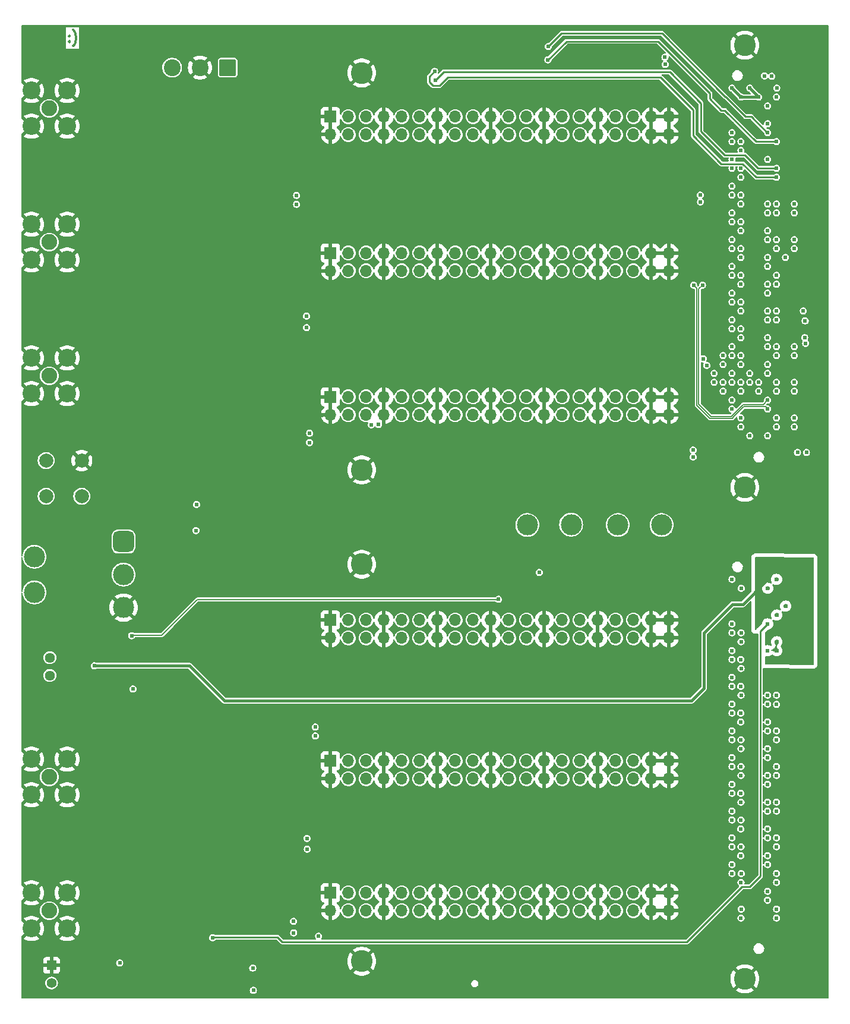
<source format=gbr>
%TF.GenerationSoftware,KiCad,Pcbnew,7.0.10-7.0.10~ubuntu22.04.1*%
%TF.CreationDate,2024-03-14T13:40:30-04:00*%
%TF.ProjectId,dioBreakOutBoard,64696f42-7265-4616-9b4f-7574426f6172,rev?*%
%TF.SameCoordinates,Original*%
%TF.FileFunction,Copper,L3,Inr*%
%TF.FilePolarity,Positive*%
%FSLAX46Y46*%
G04 Gerber Fmt 4.6, Leading zero omitted, Abs format (unit mm)*
G04 Created by KiCad (PCBNEW 7.0.10-7.0.10~ubuntu22.04.1) date 2024-03-14 13:40:30*
%MOMM*%
%LPD*%
G01*
G04 APERTURE LIST*
G04 Aperture macros list*
%AMRoundRect*
0 Rectangle with rounded corners*
0 $1 Rounding radius*
0 $2 $3 $4 $5 $6 $7 $8 $9 X,Y pos of 4 corners*
0 Add a 4 corners polygon primitive as box body*
4,1,4,$2,$3,$4,$5,$6,$7,$8,$9,$2,$3,0*
0 Add four circle primitives for the rounded corners*
1,1,$1+$1,$2,$3*
1,1,$1+$1,$4,$5*
1,1,$1+$1,$6,$7*
1,1,$1+$1,$8,$9*
0 Add four rect primitives between the rounded corners*
20,1,$1+$1,$2,$3,$4,$5,0*
20,1,$1+$1,$4,$5,$6,$7,0*
20,1,$1+$1,$6,$7,$8,$9,0*
20,1,$1+$1,$8,$9,$2,$3,0*%
G04 Aperture macros list end*
%ADD10C,0.375000*%
%TA.AperFunction,NonConductor*%
%ADD11C,0.375000*%
%TD*%
%TA.AperFunction,ComponentPad*%
%ADD12C,3.000000*%
%TD*%
%TA.AperFunction,ComponentPad*%
%ADD13C,3.100000*%
%TD*%
%TA.AperFunction,ComponentPad*%
%ADD14R,1.700000X1.700000*%
%TD*%
%TA.AperFunction,ComponentPad*%
%ADD15O,1.700000X1.700000*%
%TD*%
%TA.AperFunction,ComponentPad*%
%ADD16C,2.250000*%
%TD*%
%TA.AperFunction,ComponentPad*%
%ADD17C,2.550000*%
%TD*%
%TA.AperFunction,ComponentPad*%
%ADD18R,1.397000X1.397000*%
%TD*%
%TA.AperFunction,ComponentPad*%
%ADD19C,1.397000*%
%TD*%
%TA.AperFunction,ComponentPad*%
%ADD20C,1.440000*%
%TD*%
%TA.AperFunction,ComponentPad*%
%ADD21C,2.000000*%
%TD*%
%TA.AperFunction,ComponentPad*%
%ADD22RoundRect,0.250001X0.949999X0.949999X-0.949999X0.949999X-0.949999X-0.949999X0.949999X-0.949999X0*%
%TD*%
%TA.AperFunction,ComponentPad*%
%ADD23C,2.400000*%
%TD*%
%TA.AperFunction,ComponentPad*%
%ADD24RoundRect,0.750000X-0.750000X-0.750000X0.750000X-0.750000X0.750000X0.750000X-0.750000X0.750000X0*%
%TD*%
%TA.AperFunction,ViaPad*%
%ADD25C,0.609600*%
%TD*%
%TA.AperFunction,Conductor*%
%ADD26C,0.250000*%
%TD*%
%TA.AperFunction,Conductor*%
%ADD27C,0.158750*%
%TD*%
%TA.AperFunction,Conductor*%
%ADD28C,0.406400*%
%TD*%
%TA.AperFunction,Conductor*%
%ADD29C,0.381000*%
%TD*%
%TA.AperFunction,Conductor*%
%ADD30C,0.254000*%
%TD*%
G04 APERTURE END LIST*
D10*
D11*
X134103852Y-22154071D02*
X134175281Y-22225500D01*
X134175281Y-22225500D02*
X134103852Y-22296928D01*
X134103852Y-22296928D02*
X134032424Y-22225500D01*
X134032424Y-22225500D02*
X134103852Y-22154071D01*
X134103852Y-22154071D02*
X134103852Y-22296928D01*
X134103852Y-21368357D02*
X134175281Y-21439785D01*
X134175281Y-21439785D02*
X134103852Y-21511214D01*
X134103852Y-21511214D02*
X134032424Y-21439785D01*
X134032424Y-21439785D02*
X134103852Y-21368357D01*
X134103852Y-21368357D02*
X134103852Y-21511214D01*
X134675281Y-22868357D02*
X134746710Y-22796928D01*
X134746710Y-22796928D02*
X134889567Y-22582642D01*
X134889567Y-22582642D02*
X134960996Y-22439785D01*
X134960996Y-22439785D02*
X135032424Y-22225500D01*
X135032424Y-22225500D02*
X135103853Y-21868357D01*
X135103853Y-21868357D02*
X135103853Y-21582642D01*
X135103853Y-21582642D02*
X135032424Y-21225500D01*
X135032424Y-21225500D02*
X134960996Y-21011214D01*
X134960996Y-21011214D02*
X134889567Y-20868357D01*
X134889567Y-20868357D02*
X134746710Y-20654071D01*
X134746710Y-20654071D02*
X134675281Y-20582642D01*
D12*
%TO.N,+1V8*%
%TO.C,TP4*%
X199400000Y-91100000D03*
%TD*%
D13*
%TO.N,GND*%
%TO.C,H2*%
X230400000Y-22750000D03*
%TD*%
%TO.N,GND*%
%TO.C,H1*%
X175800000Y-26700000D03*
%TD*%
D12*
%TO.N,+3V3*%
%TO.C,TP2*%
X205650000Y-91050000D03*
%TD*%
D13*
%TO.N,GND*%
%TO.C,H5*%
X175800000Y-153250000D03*
%TD*%
%TO.N,GND*%
%TO.C,H4*%
X230400000Y-85750000D03*
%TD*%
D12*
%TO.N,VDD*%
%TO.C,TP3*%
X218550000Y-91100000D03*
%TD*%
D13*
%TO.N,GND*%
%TO.C,H7*%
X175800000Y-96700000D03*
%TD*%
%TO.N,GND*%
%TO.C,H6*%
X230400000Y-155750000D03*
%TD*%
%TO.N,GND*%
%TO.C,H3*%
X175800000Y-83250000D03*
%TD*%
D12*
%TO.N,FMC0_PG_C2M*%
%TO.C,TP1*%
X212300000Y-91100000D03*
%TD*%
D14*
%TO.N,GND*%
%TO.C,J6*%
X171348400Y-143510000D03*
D15*
X171348400Y-146050000D03*
%TO.N,FMC1_LA11.N*%
X173888400Y-143510000D03*
%TO.N,FMC1_LA01_CC.P*%
X173888400Y-146050000D03*
%TO.N,FMC1_LA11.P*%
X176428400Y-143510000D03*
%TO.N,FMC1_LA01_CC.N*%
X176428400Y-146050000D03*
%TO.N,GND*%
X178968400Y-143510000D03*
X178968400Y-146050000D03*
%TO.N,FMC1_LA09.N*%
X181508400Y-143510000D03*
%TO.N,FMC1_LA00_CC.P*%
X181508400Y-146050000D03*
%TO.N,FMC1_LA09.P*%
X184048400Y-143510000D03*
%TO.N,FMC1_LA00_CC.N*%
X184048400Y-146050000D03*
%TO.N,GND*%
X186588400Y-143510000D03*
X186588400Y-146050000D03*
%TO.N,FMC1_LA07.N*%
X189128400Y-143510000D03*
%TO.N,FMC1_LA02.P*%
X189128400Y-146050000D03*
%TO.N,FMC1_LA07.P*%
X191668400Y-143510000D03*
%TO.N,FMC1_LA02.N*%
X191668400Y-146050000D03*
%TO.N,GND*%
X194208400Y-143510000D03*
X194208400Y-146050000D03*
%TO.N,FMC1_LA08.N*%
X196748400Y-143510000D03*
%TO.N,FMC1_LA06.P*%
X196748400Y-146050000D03*
%TO.N,FMC1_LA08.P*%
X199288400Y-143510000D03*
%TO.N,FMC1_LA06.N*%
X199288400Y-146050000D03*
%TO.N,GND*%
X201828400Y-143510000D03*
X201828400Y-146050000D03*
%TO.N,FMC1_LA10.N*%
X204368400Y-143510000D03*
%TO.N,FMC1_LA03.P*%
X204368400Y-146050000D03*
%TO.N,FMC1_LA10.P*%
X206908400Y-143510000D03*
%TO.N,FMC1_LA03.N*%
X206908400Y-146050000D03*
%TO.N,GND*%
X209448400Y-143510000D03*
X209448400Y-146050000D03*
%TO.N,FMC1_LA05.N*%
X211988400Y-143510000D03*
%TO.N,FMC1_LA04.P*%
X211988400Y-146050000D03*
%TO.N,FMC1_LA05.P*%
X214528400Y-143510000D03*
%TO.N,FMC1_LA04.N*%
X214528400Y-146050000D03*
%TO.N,GND*%
X217068400Y-143510000D03*
X217068400Y-146050000D03*
X219608400Y-143510000D03*
X219608400Y-146050000D03*
%TD*%
D16*
%TO.N,Net-(J12-In)*%
%TO.C,J12*%
X131267200Y-69850000D03*
D17*
%TO.N,GND*%
X128727200Y-72390000D03*
X128727200Y-67310000D03*
X133807200Y-67310000D03*
X133807200Y-72390000D03*
%TD*%
D18*
%TO.N,GND*%
%TO.C,D2*%
X131591050Y-153820000D03*
D19*
%TO.N,Net-(D2-A)*%
X131591050Y-156360000D03*
%TD*%
D16*
%TO.N,Net-(J11-In)*%
%TO.C,J11*%
X131267200Y-50800000D03*
D17*
%TO.N,GND*%
X128727200Y-53340000D03*
X128727200Y-48260000D03*
X133807200Y-48260000D03*
X133807200Y-53340000D03*
%TD*%
D16*
%TO.N,Net-(J9-In)*%
%TO.C,J9*%
X131267200Y-127000000D03*
D17*
%TO.N,GND*%
X128727200Y-129540000D03*
X128727200Y-124460000D03*
X133807200Y-124460000D03*
X133807200Y-129540000D03*
%TD*%
D20*
%TO.N,Net-(D4-KA)*%
%TO.C,D4*%
X131340000Y-110000000D03*
%TO.N,Net-(D4-AK)*%
X131340000Y-112540000D03*
%TD*%
D14*
%TO.N,GND*%
%TO.C,J7*%
X171348400Y-124714000D03*
D15*
X171348400Y-127254000D03*
%TO.N,FMC1_LA21.N*%
X173888400Y-124714000D03*
%TO.N,FMC1_LA13.P*%
X173888400Y-127254000D03*
%TO.N,FMC1_LA21.P*%
X176428400Y-124714000D03*
%TO.N,FMC1_LA13.N*%
X176428400Y-127254000D03*
%TO.N,GND*%
X178968400Y-124714000D03*
X178968400Y-127254000D03*
%TO.N,FMC1_LA22.N*%
X181508400Y-124714000D03*
%TO.N,FMC1_LA12.P*%
X181508400Y-127254000D03*
%TO.N,FMC1_LA22.P*%
X184048400Y-124714000D03*
%TO.N,FMC1_LA12.N*%
X184048400Y-127254000D03*
%TO.N,GND*%
X186588400Y-124714000D03*
X186588400Y-127254000D03*
%TO.N,FMC1_LA23.N*%
X189128400Y-124714000D03*
%TO.N,FMC1_LA14.P*%
X189128400Y-127254000D03*
%TO.N,FMC1_LA23.P*%
X191668400Y-124714000D03*
%TO.N,FMC1_LA14.N*%
X191668400Y-127254000D03*
%TO.N,GND*%
X194208400Y-124714000D03*
X194208400Y-127254000D03*
%TO.N,FMC1_LA19.N*%
X196748400Y-124714000D03*
%TO.N,FMC1_LA16.P*%
X196748400Y-127254000D03*
%TO.N,FMC1_LA19.P*%
X199288400Y-124714000D03*
%TO.N,FMC1_LA16.N*%
X199288400Y-127254000D03*
%TO.N,GND*%
X201828400Y-124714000D03*
X201828400Y-127254000D03*
%TO.N,FMC1_LA18.N*%
X204368400Y-124714000D03*
%TO.N,FMC1_LA15.P*%
X204368400Y-127254000D03*
%TO.N,FMC1_LA18.P*%
X206908400Y-124714000D03*
%TO.N,FMC1_LA15.N*%
X206908400Y-127254000D03*
%TO.N,GND*%
X209448400Y-124714000D03*
X209448400Y-127254000D03*
%TO.N,FMC1_LA20.N*%
X211988400Y-124714000D03*
%TO.N,FMC1_LA17_CC.P*%
X211988400Y-127254000D03*
%TO.N,FMC1_LA20.P*%
X214528400Y-124714000D03*
%TO.N,FMC1_LA17_CC.N*%
X214528400Y-127254000D03*
%TO.N,GND*%
X217068400Y-124714000D03*
X217068400Y-127254000D03*
X219608400Y-124714000D03*
X219608400Y-127254000D03*
%TD*%
D16*
%TO.N,Net-(J13-In)*%
%TO.C,J13*%
X131267200Y-31750000D03*
D17*
%TO.N,GND*%
X128727200Y-34290000D03*
X128727200Y-29210000D03*
X133807200Y-29210000D03*
X133807200Y-34290000D03*
%TD*%
D14*
%TO.N,GND*%
%TO.C,J4*%
X171348400Y-52344400D03*
D15*
X171348400Y-54884400D03*
%TO.N,FMC0_LA19.N*%
X173888400Y-52344400D03*
%TO.N,FMC0_LA08.P*%
X173888400Y-54884400D03*
%TO.N,FMC0_LA19.P*%
X176428400Y-52344400D03*
%TO.N,FMC0_LA08.N*%
X176428400Y-54884400D03*
%TO.N,GND*%
X178968400Y-52344400D03*
X178968400Y-54884400D03*
%TO.N,FMC0_LA20.N*%
X181508400Y-52344400D03*
%TO.N,FMC0_LA07.P*%
X181508400Y-54884400D03*
%TO.N,FMC0_LA20.P*%
X184048400Y-52344400D03*
%TO.N,FMC0_LA07.N*%
X184048400Y-54884400D03*
%TO.N,GND*%
X186588400Y-52344400D03*
X186588400Y-54884400D03*
%TO.N,FMC0_LA10.N*%
X189128400Y-52344400D03*
%TO.N,FMC0_LA12.P*%
X189128400Y-54884400D03*
%TO.N,FMC0_LA10.P*%
X191668400Y-52344400D03*
%TO.N,FMC0_LA12.N*%
X191668400Y-54884400D03*
%TO.N,GND*%
X194208400Y-52344400D03*
X194208400Y-54884400D03*
%TO.N,FMC0_LA17_CC.N*%
X196748400Y-52344400D03*
%TO.N,FMC0_LA11.P*%
X196748400Y-54884400D03*
%TO.N,FMC0_LA17_CC.P*%
X199288400Y-52344400D03*
%TO.N,FMC0_LA11.N*%
X199288400Y-54884400D03*
%TO.N,GND*%
X201828400Y-52344400D03*
X201828400Y-54884400D03*
%TO.N,FMC0_LA15.N*%
X204368400Y-52344400D03*
%TO.N,FMC0_LA14.P*%
X204368400Y-54884400D03*
%TO.N,FMC0_LA15.P*%
X206908400Y-52344400D03*
%TO.N,FMC0_LA14.N*%
X206908400Y-54884400D03*
%TO.N,GND*%
X209448400Y-52344400D03*
X209448400Y-54884400D03*
%TO.N,FMC0_LA16.N*%
X211988400Y-52344400D03*
%TO.N,FMC0_LA13.P*%
X211988400Y-54884400D03*
%TO.N,FMC0_LA16.P*%
X214528400Y-52344400D03*
%TO.N,FMC0_LA13.N*%
X214528400Y-54884400D03*
%TO.N,GND*%
X217068400Y-52344400D03*
X217068400Y-54884400D03*
X219608400Y-52344400D03*
X219608400Y-54884400D03*
%TD*%
D14*
%TO.N,GND*%
%TO.C,J3*%
X171348400Y-72847200D03*
D15*
X171348400Y-75387200D03*
%TO.N,FMC0_LA00_CC.N*%
X173888400Y-72847200D03*
%TO.N,FMC0_LA01_CC.P*%
X173888400Y-75387200D03*
%TO.N,FMC0_LA00_CC.P*%
X176428400Y-72847200D03*
%TO.N,FMC0_LA01_CC.N*%
X176428400Y-75387200D03*
%TO.N,GND*%
X178968400Y-72847200D03*
X178968400Y-75387200D03*
%TO.N,FMC0_LA09.N*%
X181508400Y-72847200D03*
%TO.N,FMC0_LA02.P*%
X181508400Y-75387200D03*
%TO.N,FMC0_LA09.P*%
X184048400Y-72847200D03*
%TO.N,FMC0_LA02.N*%
X184048400Y-75387200D03*
%TO.N,GND*%
X186588400Y-72847200D03*
X186588400Y-75387200D03*
%TO.N,FMC0_LA05.N*%
X189128400Y-72847200D03*
%TO.N,FMC0_LA04.P*%
X189128400Y-75387200D03*
%TO.N,FMC0_LA05.P*%
X191668400Y-72847200D03*
%TO.N,FMC0_LA04.N*%
X191668400Y-75387200D03*
%TO.N,GND*%
X194208400Y-72847200D03*
X194208400Y-75387200D03*
%TO.N,FMC0_LA06.N*%
X196748400Y-72847200D03*
%TO.N,FMC0_HA05.P*%
X196748400Y-75387200D03*
%TO.N,FMC0_LA06.P*%
X199288400Y-72847200D03*
%TO.N,FMC0_HA05.N*%
X199288400Y-75387200D03*
%TO.N,GND*%
X201828400Y-72847200D03*
X201828400Y-75387200D03*
%TO.N,FMC0_HA04.N*%
X204368400Y-72847200D03*
%TO.N,FMC0_LA03.P*%
X204368400Y-75387200D03*
%TO.N,FMC0_HA04.P*%
X206908400Y-72847200D03*
%TO.N,FMC0_LA03.N*%
X206908400Y-75387200D03*
%TO.N,GND*%
X209448400Y-72847200D03*
X209448400Y-75387200D03*
%TO.N,FMC0_HA02.N*%
X211988400Y-72847200D03*
%TO.N,FMC0_HA03.P*%
X211988400Y-75387200D03*
%TO.N,FMC0_HA02.P*%
X214528400Y-72847200D03*
%TO.N,FMC0_HA03.N*%
X214528400Y-75387200D03*
%TO.N,GND*%
X217068400Y-72847200D03*
X217068400Y-75387200D03*
X219608400Y-72847200D03*
X219608400Y-75387200D03*
%TD*%
D14*
%TO.N,GND*%
%TO.C,J5*%
X171348400Y-32943800D03*
D15*
X171348400Y-35483800D03*
%TO.N,FMC0_LA30.N*%
X173888400Y-32943800D03*
%TO.N,FMC0_LA22.P*%
X173888400Y-35483800D03*
%TO.N,FMC0_LA30.P*%
X176428400Y-32943800D03*
%TO.N,FMC0_LA22.N*%
X176428400Y-35483800D03*
%TO.N,GND*%
X178968400Y-32943800D03*
X178968400Y-35483800D03*
%TO.N,FMC0_LA31.N*%
X181508400Y-32943800D03*
%TO.N,FMC0_LA25.P*%
X181508400Y-35483800D03*
%TO.N,FMC0_LA31.P*%
X184048400Y-32943800D03*
%TO.N,FMC0_LA25.N*%
X184048400Y-35483800D03*
%TO.N,GND*%
X186588400Y-32943800D03*
X186588400Y-35483800D03*
%TO.N,FMC0_LA28.N*%
X189128400Y-32943800D03*
%TO.N,FMC0_LA23.P*%
X189128400Y-35483800D03*
%TO.N,FMC0_LA28.P*%
X191668400Y-32943800D03*
%TO.N,FMC0_LA23.N*%
X191668400Y-35483800D03*
%TO.N,GND*%
X194208400Y-32943800D03*
X194208400Y-35483800D03*
%TO.N,FMC0_LA29.N*%
X196748400Y-32943800D03*
%TO.N,FMC0_LA24.P*%
X196748400Y-35483800D03*
%TO.N,FMC0_LA29.P*%
X199288400Y-32943800D03*
%TO.N,FMC0_LA24.N*%
X199288400Y-35483800D03*
%TO.N,GND*%
X201828400Y-32943800D03*
X201828400Y-35483800D03*
%TO.N,FMC0_LA26.N*%
X204368400Y-32943800D03*
%TO.N,FMC0_LA21.P*%
X204368400Y-35483800D03*
%TO.N,FMC0_LA26.P*%
X206908400Y-32943800D03*
%TO.N,FMC0_LA21.N*%
X206908400Y-35483800D03*
%TO.N,GND*%
X209448400Y-32943800D03*
X209448400Y-35483800D03*
%TO.N,FMC0_LA27.N*%
X211988400Y-32943800D03*
%TO.N,FMC0_LA18.P*%
X211988400Y-35483800D03*
%TO.N,FMC0_LA27.P*%
X214528400Y-32943800D03*
%TO.N,FMC0_LA18.N*%
X214528400Y-35483800D03*
%TO.N,GND*%
X217068400Y-32943800D03*
X217068400Y-35483800D03*
X219608400Y-32943800D03*
X219608400Y-35483800D03*
%TD*%
D14*
%TO.N,GND*%
%TO.C,J8*%
X171348400Y-104648000D03*
D15*
X171348400Y-107188000D03*
%TO.N,FMC1_LA30.N*%
X173888400Y-104648000D03*
%TO.N,FMC1_LA27.P*%
X173888400Y-107188000D03*
%TO.N,FMC1_LA30.P*%
X176428400Y-104648000D03*
%TO.N,FMC1_LA27.N*%
X176428400Y-107188000D03*
%TO.N,GND*%
X178968400Y-104648000D03*
X178968400Y-107188000D03*
%TO.N,FMC1_LA31.N*%
X181508400Y-104648000D03*
%TO.N,FMC1_LA26.P*%
X181508400Y-107188000D03*
%TO.N,FMC1_LA31.P*%
X184048400Y-104648000D03*
%TO.N,FMC1_LA26.N*%
X184048400Y-107188000D03*
%TO.N,GND*%
X186588400Y-104648000D03*
X186588400Y-107188000D03*
%TO.N,FMC1_LA28.N*%
X189128400Y-104648000D03*
%TO.N,FMC1_LA25.P*%
X189128400Y-107188000D03*
%TO.N,FMC1_LA28.P*%
X191668400Y-104648000D03*
%TO.N,FMC1_LA25.N*%
X191668400Y-107188000D03*
%TO.N,GND*%
X194208400Y-104648000D03*
X194208400Y-107188000D03*
%TO.N,unconnected-(J8-Pad21)*%
X196748400Y-104648000D03*
%TO.N,unconnected-(J8-Pad22)*%
X196748400Y-107188000D03*
%TO.N,unconnected-(J8-Pad23)*%
X199288400Y-104648000D03*
%TO.N,unconnected-(J8-Pad24)*%
X199288400Y-107188000D03*
%TO.N,GND*%
X201828400Y-104648000D03*
X201828400Y-107188000D03*
%TO.N,FMC0_HA06.N*%
X204368400Y-104648000D03*
%TO.N,FMC0_HA07.P*%
X204368400Y-107188000D03*
%TO.N,FMC0_HA06.P*%
X206908400Y-104648000D03*
%TO.N,FMC0_HA07.N*%
X206908400Y-107188000D03*
%TO.N,GND*%
X209448400Y-104648000D03*
X209448400Y-107188000D03*
%TO.N,unconnected-(J8-Pad33)*%
X211988400Y-104648000D03*
%TO.N,unconnected-(J8-Pad34)*%
X211988400Y-107188000D03*
%TO.N,unconnected-(J8-Pad35)*%
X214528400Y-104648000D03*
%TO.N,unconnected-(J8-Pad36)*%
X214528400Y-107188000D03*
%TO.N,GND*%
X217068400Y-104648000D03*
X217068400Y-107188000D03*
X219608400Y-104648000D03*
X219608400Y-107188000D03*
%TD*%
D21*
%TO.N,GND*%
%TO.C,SW2*%
X135890000Y-81920000D03*
%TO.N,N/C*%
X130810000Y-81920000D03*
%TO.N,FMC1_LA29.N*%
X135890000Y-87000000D03*
%TO.N,N/C*%
X130810000Y-87000000D03*
%TD*%
D22*
%TO.N,+12P*%
%TO.C,J1*%
X156700000Y-25940000D03*
D23*
%TO.N,GND*%
X152740000Y-25940000D03*
%TO.N,-12V*%
X148780000Y-25940000D03*
%TD*%
D16*
%TO.N,Net-(J10-In)*%
%TO.C,J10*%
X131267200Y-146050000D03*
D17*
%TO.N,GND*%
X128727200Y-148590000D03*
X128727200Y-143510000D03*
X133807200Y-143510000D03*
X133807200Y-148590000D03*
%TD*%
D12*
%TO.N,*%
%TO.C,SW1*%
X129150000Y-100704000D03*
X129150000Y-95624000D03*
D24*
%TO.N,Net-(SW1-A)*%
X141850000Y-93465000D03*
D12*
%TO.N,FMC1_LA24.N*%
X141850000Y-98164000D03*
%TO.N,GND*%
X141850000Y-102863000D03*
%TD*%
D25*
%TO.N,GND*%
X237470000Y-59340000D03*
X170022000Y-75513000D03*
X194279000Y-70179000D03*
X227310000Y-31400000D03*
X237470000Y-33940000D03*
X233660000Y-59340000D03*
X149860000Y-83820000D03*
X196850000Y-27940000D03*
X201873200Y-50800000D03*
X194150000Y-129100000D03*
X231140000Y-133140000D03*
X227310000Y-39020000D03*
X227310000Y-78390000D03*
X142494000Y-116586000D03*
X228580000Y-30130000D03*
X229860000Y-148375000D03*
X237470000Y-44100000D03*
X186633200Y-50800000D03*
X234930000Y-78390000D03*
X234935000Y-98850000D03*
X200660000Y-22860000D03*
X229850000Y-42830000D03*
X167990026Y-128202400D03*
X142240000Y-73660000D03*
X130556000Y-120650000D03*
X217061600Y-129141600D03*
X194310000Y-57150000D03*
X142240000Y-68580000D03*
X222300000Y-157500000D03*
X167990026Y-125552400D03*
X228600000Y-103930000D03*
X231120000Y-33940000D03*
X194310000Y-50800000D03*
X233665000Y-140760000D03*
X234925000Y-44100000D03*
X130810000Y-45720000D03*
X209410000Y-129160000D03*
X234935000Y-143285000D03*
X234935000Y-122980000D03*
X237470000Y-54260000D03*
X233660000Y-30140000D03*
X232390000Y-31400000D03*
X229860000Y-144565000D03*
X186659000Y-70179000D03*
X166370000Y-154120000D03*
X142240000Y-83820000D03*
X149860000Y-49530000D03*
X157480000Y-83820000D03*
X237470000Y-68230000D03*
X234935000Y-148375000D03*
X237470000Y-73310000D03*
X179070000Y-57150000D03*
X209550000Y-50800000D03*
X130505200Y-139496800D03*
X209550000Y-109220000D03*
X209442400Y-38010200D03*
X236220000Y-145825000D03*
X217062400Y-38100000D03*
X186640000Y-122290000D03*
X226040000Y-33940000D03*
X142240000Y-54610000D03*
X217170000Y-57150000D03*
X179013200Y-50800000D03*
X157480000Y-54610000D03*
X161260026Y-130442400D03*
X138430000Y-38100000D03*
X234950000Y-112820000D03*
X233665000Y-100120000D03*
X217139000Y-70179000D03*
X201822400Y-38010200D03*
X237470000Y-37750000D03*
X186613800Y-57150000D03*
X226040000Y-41560000D03*
X231120000Y-45370000D03*
X229900000Y-98850000D03*
X133350000Y-136906000D03*
X201930000Y-109220000D03*
X219630000Y-109520000D03*
X234935000Y-117900000D03*
X232390000Y-58070000D03*
X178990000Y-129640000D03*
X234930000Y-69500000D03*
X178937000Y-38100000D03*
X217060000Y-109420000D03*
X200660000Y-157480000D03*
X186659000Y-77799000D03*
X157480000Y-38100000D03*
X186582400Y-38010200D03*
X237475000Y-49200000D03*
X237470000Y-58070000D03*
X209600000Y-140990000D03*
X234950000Y-114080000D03*
X138200000Y-151300000D03*
X135890000Y-25400000D03*
X237470000Y-69500000D03*
X234925000Y-42830000D03*
X234950000Y-109010000D03*
X231120000Y-37750000D03*
X231140000Y-140760000D03*
X194360000Y-157500000D03*
X179039000Y-70179000D03*
X227310000Y-28860000D03*
X237470000Y-28860000D03*
X237470000Y-78390000D03*
X231120000Y-64420000D03*
X219602400Y-38100000D03*
X234950000Y-133140000D03*
X236200000Y-35200000D03*
X237470000Y-42830000D03*
X165100000Y-87630000D03*
X228580000Y-68230000D03*
X209550000Y-57150000D03*
X231120000Y-52990000D03*
X234930000Y-31400000D03*
X234935000Y-119170000D03*
X217068400Y-50800000D03*
X229870000Y-105200000D03*
X231210000Y-117900000D03*
X234930000Y-68230000D03*
X232390000Y-61880000D03*
X130810000Y-25400000D03*
X171320000Y-122060000D03*
X237500000Y-47925000D03*
X156320002Y-145520000D03*
X219710000Y-50800000D03*
X142494000Y-109728000D03*
X222250000Y-143510000D03*
X209519000Y-70179000D03*
X233665000Y-142030000D03*
X194310000Y-140990000D03*
X149860000Y-68580000D03*
X231120000Y-41560000D03*
X179039000Y-77799000D03*
X157480000Y-68580000D03*
X149830026Y-126632400D03*
X138938000Y-116586000D03*
X209480000Y-102230000D03*
X233665000Y-117900000D03*
X186690000Y-148590000D03*
X208330000Y-157500000D03*
X231120000Y-68230000D03*
X219710000Y-57150000D03*
X234930000Y-64420000D03*
X142240000Y-34290000D03*
X146050000Y-45720000D03*
X146020026Y-130442400D03*
X138430000Y-45720000D03*
X237470000Y-32675000D03*
X231120000Y-75850000D03*
X157480000Y-92710000D03*
X130810000Y-64770000D03*
X234935000Y-128060000D03*
X214630000Y-157480000D03*
X231140000Y-114090000D03*
X233675000Y-32675000D03*
X219620000Y-102280000D03*
X153640026Y-130442400D03*
X219679000Y-70179000D03*
X167640000Y-106680000D03*
X228585000Y-145825000D03*
X146050000Y-64770000D03*
X149860000Y-54610000D03*
X234930000Y-59340000D03*
X165100000Y-92710000D03*
X234935000Y-124250000D03*
X140970000Y-140970000D03*
X165100000Y-38100000D03*
X148590000Y-140970000D03*
X221630000Y-32740000D03*
X130580000Y-151300000D03*
X157480000Y-73660000D03*
X234935000Y-134410000D03*
X208280000Y-22860000D03*
X201899000Y-70179000D03*
X229840000Y-101390000D03*
X157480000Y-87630000D03*
X201930000Y-140970000D03*
X142240000Y-38100000D03*
X228580000Y-77120000D03*
X227310000Y-46640000D03*
X228580000Y-33940000D03*
X138938000Y-109728000D03*
X201800000Y-129140000D03*
X142210026Y-126632400D03*
X219631600Y-129241600D03*
X179070000Y-109220000D03*
X228585000Y-100120000D03*
X201740000Y-149210000D03*
X201930000Y-57150000D03*
X209410000Y-149230000D03*
X165100000Y-33020000D03*
X234935000Y-129330000D03*
X171450000Y-139700000D03*
X171373800Y-57150000D03*
X234935000Y-138220000D03*
X186275000Y-20900000D03*
X178960000Y-30500000D03*
X161500000Y-31540000D03*
X231140000Y-144570000D03*
X233660000Y-77120000D03*
X229850000Y-31400000D03*
X186520000Y-129470000D03*
X167640000Y-104140000D03*
X201800000Y-122690000D03*
X142240000Y-49530000D03*
X152640000Y-30610000D03*
X138430000Y-64770000D03*
X149860000Y-73660000D03*
X234950000Y-103930000D03*
X194310000Y-109220000D03*
X234950000Y-107740000D03*
X149860000Y-38100000D03*
X186690000Y-140970000D03*
X209400000Y-122660000D03*
X171342400Y-30390200D03*
X171340000Y-129820000D03*
X186690000Y-157480000D03*
X194202400Y-38010200D03*
X171450000Y-50800000D03*
X186690000Y-109220000D03*
X178970000Y-122270000D03*
X237470000Y-63150000D03*
X157450026Y-126632400D03*
X232390000Y-78390000D03*
X229870000Y-109010000D03*
X172720000Y-87630000D03*
X234935000Y-139490000D03*
X183475000Y-22550000D03*
X236220000Y-102660000D03*
X236205000Y-77120000D03*
X156210000Y-140970000D03*
X226040000Y-30130000D03*
X237470000Y-39020000D03*
X157480000Y-49530000D03*
X234930000Y-58070000D03*
X217080000Y-102330000D03*
X154670002Y-147270000D03*
X194170000Y-122520000D03*
X146050000Y-149860000D03*
X194279000Y-77799000D03*
X201899000Y-77799000D03*
%TO.N,FMC0_LA06.P*%
X234930000Y-66960000D03*
%TO.N,FMC0_LA06.N*%
X234930000Y-65690000D03*
%TO.N,FMC0_LA10.P*%
X239000000Y-62025000D03*
X234930000Y-61880000D03*
%TO.N,FMC0_LA10.N*%
X234930000Y-60610000D03*
X238740000Y-60610000D03*
%TO.N,FMC0_LA14.P*%
X234930000Y-56800000D03*
%TO.N,FMC0_LA14.N*%
X234930000Y-55530000D03*
%TO.N,FMC0_LA27.P*%
X234230000Y-27180000D03*
X234930000Y-46640000D03*
%TO.N,FMC0_LA27.N*%
X234930000Y-45370000D03*
X233210600Y-27116488D03*
%TO.N,FMC0_CLK0_M2C.N*%
X228580000Y-73310000D03*
X167940000Y-61340000D03*
X178200000Y-76800000D03*
%TO.N,FMC0_LA05.P*%
X233660000Y-65690000D03*
%TO.N,FMC0_LA05.N*%
X233660000Y-64420000D03*
%TO.N,FMC0_LA09.P*%
X233660000Y-61880000D03*
%TO.N,FMC0_LA09.N*%
X233660000Y-60610000D03*
%TO.N,FMC0_LA13.N*%
X233660000Y-56800000D03*
%TO.N,FMC0_LA17_CC.P*%
X233660000Y-54260000D03*
%TO.N,FMC0_LA17_CC.N*%
X233660000Y-52990000D03*
%TO.N,FMC0_LA23.P*%
X233660000Y-50450000D03*
%TO.N,FMC0_LA23.N*%
X233660000Y-49180000D03*
%TO.N,FMC0_LA26.P*%
X233660000Y-46640000D03*
X219050000Y-25480000D03*
%TO.N,FMC0_LA26.N*%
X233660000Y-45370000D03*
X219020000Y-24460000D03*
%TO.N,FMC0_CLK0_M2C.P*%
X177160000Y-76810000D03*
X228580000Y-74580000D03*
X167950000Y-62980000D03*
%TO.N,FMC0_LA03.N*%
X229850000Y-66960000D03*
%TO.N,FMC0_LA08.P*%
X229850000Y-64420000D03*
%TO.N,FMC0_LA08.N*%
X229850000Y-63150000D03*
%TO.N,FMC0_LA12.P*%
X229850000Y-60610000D03*
%TO.N,FMC0_LA12.N*%
X229850000Y-59340000D03*
%TO.N,FMC0_LA16.P*%
X229850000Y-56800000D03*
%TO.N,FMC0_LA16.N*%
X229850000Y-55530000D03*
%TO.N,FMC0_LA20.P*%
X229850000Y-52990000D03*
%TO.N,FMC0_LA20.N*%
X229850000Y-51720000D03*
%TO.N,FMC0_LA22.P*%
X229850000Y-49180000D03*
%TO.N,FMC0_LA22.N*%
X229850000Y-47910000D03*
%TO.N,FMC0_LA25.P*%
X229850000Y-45370000D03*
%TO.N,FMC0_LA25.N*%
X229850000Y-44100000D03*
%TO.N,FMC0_LA29.P*%
X229850000Y-41560000D03*
%TO.N,FMC0_LA29.N*%
X229850000Y-40290000D03*
%TO.N,FMC0_LA31.P*%
X229850000Y-37750000D03*
%TO.N,FMC0_LA31.N*%
X229850000Y-36480000D03*
%TO.N,FMC0_LA04.P*%
X228580000Y-66960000D03*
%TO.N,FMC0_LA04.N*%
X228580000Y-65690000D03*
%TO.N,FMC0_LA07.P*%
X228580000Y-63150000D03*
%TO.N,FMC0_LA07.N*%
X228580000Y-61880000D03*
%TO.N,FMC0_LA11.P*%
X228580000Y-59340000D03*
%TO.N,FMC0_LA11.N*%
X228580000Y-58070000D03*
%TO.N,FMC0_LA15.P*%
X228580000Y-55530000D03*
%TO.N,FMC0_LA15.N*%
X228580000Y-54260000D03*
%TO.N,FMC0_LA19.P*%
X228580000Y-51720000D03*
%TO.N,FMC0_LA19.N*%
X228580000Y-50450000D03*
%TO.N,FMC0_LA21.P*%
X228580000Y-47910000D03*
%TO.N,FMC0_LA21.N*%
X228580000Y-46640000D03*
%TO.N,FMC0_LA24.P*%
X228580000Y-44100000D03*
%TO.N,FMC0_LA24.N*%
X228580000Y-42830000D03*
%TO.N,FMC0_LA28.P*%
X228580000Y-40290000D03*
%TO.N,FMC0_LA28.N*%
X228580000Y-39020000D03*
%TO.N,FMC0_LA30.P*%
X228580000Y-36480000D03*
%TO.N,FMC0_LA30.N*%
X228580000Y-35200000D03*
%TO.N,/P1 HPC FMC Connector/FMC0_DP1.P*%
X237470000Y-51720000D03*
X237470000Y-77120000D03*
%TO.N,/P1 HPC FMC Connector/FMC0_DP1.N*%
X237470000Y-75850000D03*
X237470000Y-50450000D03*
%TO.N,/P1 HPC FMC Connector/FMC0_DP2.P*%
X237470000Y-46640000D03*
X237470000Y-72040000D03*
X239185000Y-80780000D03*
%TO.N,/P1 HPC FMC Connector/FMC0_DP2.N*%
X237470000Y-45370000D03*
X237470000Y-70770000D03*
X237905000Y-80780000D03*
%TO.N,/P1 HPC FMC Connector/FMC0_DP3.P*%
X237470000Y-66960000D03*
X238935000Y-64405000D03*
%TO.N,/P1 HPC FMC Connector/FMC0_DP3.N*%
X237470000Y-65690000D03*
X239077400Y-65230000D03*
%TO.N,/P1 HPC FMC Connector/FMC0_DP0.P*%
X234930000Y-72040000D03*
X234930000Y-77120000D03*
%TO.N,/P1 HPC FMC Connector/FMC0_DP0.N*%
X234930000Y-75850000D03*
X234930000Y-70770000D03*
%TO.N,FMC1_CLK0_M2C.N*%
X169165026Y-119882400D03*
%TO.N,FMC0_LA01_CC.P*%
X233660000Y-69500000D03*
%TO.N,FMC0_LA01_CC.N*%
X233660000Y-68230000D03*
%TO.N,FMC0_LA00_CC.P*%
X229850000Y-72040000D03*
%TO.N,FMC0_LA00_CC.N*%
X229850000Y-70770000D03*
%TO.N,FMC0_LA03.P*%
X229850000Y-68230000D03*
%TO.N,FMC1_CLK0_M2C.P*%
X169180026Y-121162400D03*
%TO.N,FMC0_LA02.P*%
X228580000Y-70770000D03*
%TO.N,FMC0_LA02.N*%
X228580000Y-69500000D03*
%TO.N,+3.3VA*%
X233660000Y-39020000D03*
X233665000Y-109010000D03*
%TO.N,FMC1_CLK1_M2C.N*%
X168010026Y-135752400D03*
X229885000Y-145825000D03*
%TO.N,FMC1_CLK1_M2C.P*%
X168040026Y-137292400D03*
X229860000Y-147105000D03*
%TO.N,FMC0_CLK1_M2C.N*%
X229850000Y-75850000D03*
X168380000Y-78030000D03*
%TO.N,FMC0_CLK1_M2C.P*%
X229850000Y-77120000D03*
X168370000Y-79360000D03*
%TO.N,FMC1_GBTCLK0_M2C.N*%
X233665000Y-143295000D03*
X166090000Y-147560000D03*
%TO.N,FMC1_GBTCLK0_M2C.P*%
X233650000Y-144550000D03*
X166100000Y-149200000D03*
%TO.N,FMC0_GBTCLK0_M2C.N*%
X233660000Y-73310000D03*
X224370000Y-56940000D03*
X166520000Y-44160000D03*
%TO.N,FMC0_GBTCLK0_M2C.P*%
X166520000Y-45430000D03*
X233660000Y-74580000D03*
X223100000Y-56940000D03*
%TO.N,+3V3*%
X233660000Y-31400000D03*
X234950000Y-28860000D03*
X233660000Y-33940000D03*
X137685000Y-111150000D03*
X234930000Y-30130000D03*
X160270000Y-154230000D03*
X234935000Y-100120000D03*
X233665000Y-98850000D03*
%TO.N,FMC1_LA06.P*%
X234935000Y-136950000D03*
%TO.N,FMC1_LA06.N*%
X234935000Y-135680000D03*
%TO.N,FMC1_LA10.P*%
X234935000Y-131870000D03*
%TO.N,FMC1_LA10.N*%
X234935000Y-130600000D03*
%TO.N,FMC1_LA14.P*%
X234935000Y-126790000D03*
%TO.N,FMC1_LA14.N*%
X234935000Y-125520000D03*
%TO.N,FMC1_LA27.P*%
X234930000Y-116655000D03*
%TO.N,FMC1_LA27.N*%
X234935000Y-115360000D03*
%TO.N,FMC1_LA05.P*%
X233665000Y-135680000D03*
%TO.N,FMC1_LA05.N*%
X233665000Y-134410000D03*
%TO.N,FMC1_LA09.P*%
X233655000Y-131880000D03*
%TO.N,FMC1_LA09.N*%
X233665000Y-130600000D03*
%TO.N,FMC1_LA13.P*%
X233665000Y-128060000D03*
%TO.N,FMC1_LA13.N*%
X233665000Y-126790000D03*
%TO.N,FMC1_LA17_CC.P*%
X233665000Y-124250000D03*
%TO.N,FMC1_LA17_CC.N*%
X233665000Y-122980000D03*
%TO.N,FMC1_LA23.P*%
X233665000Y-120440000D03*
%TO.N,FMC1_LA23.N*%
X233665000Y-119170000D03*
%TO.N,FMC1_LA26.P*%
X233665000Y-116630000D03*
%TO.N,FMC1_LA26.N*%
X233665000Y-115360000D03*
%TO.N,FMC1_LA03.N*%
X229860000Y-136950000D03*
%TO.N,FMC1_LA08.P*%
X229835000Y-134410000D03*
%TO.N,FMC1_LA08.N*%
X229860000Y-133140000D03*
%TO.N,FMC1_LA12.P*%
X229860400Y-130600000D03*
%TO.N,FMC1_LA12.N*%
X229835000Y-129330000D03*
%TO.N,FMC1_LA16.P*%
X229860400Y-126790000D03*
%TO.N,FMC1_LA16.N*%
X229860400Y-125520000D03*
%TO.N,FMC1_LA20.P*%
X229860400Y-122980000D03*
%TO.N,FMC1_LA20.N*%
X229860400Y-121710000D03*
%TO.N,FMC1_LA22.P*%
X229839600Y-119170000D03*
%TO.N,FMC1_LA22.N*%
X229835000Y-117900000D03*
%TO.N,FMC1_LA25.P*%
X229865000Y-115360000D03*
%TO.N,FMC1_LA25.N*%
X229839600Y-114090000D03*
%TO.N,FMC1_LA29.P*%
X195280000Y-101690000D03*
X229865000Y-111550000D03*
X143000000Y-106870000D03*
%TO.N,FMC1_LA29.N*%
X201110000Y-97860000D03*
X152240000Y-88180000D03*
X229840000Y-110260000D03*
%TO.N,FMC1_LA31.P*%
X229865000Y-107740000D03*
%TO.N,FMC1_LA31.N*%
X229865000Y-106470000D03*
%TO.N,FMC1_LA04.P*%
X228585000Y-136950000D03*
%TO.N,FMC1_LA04.N*%
X228585000Y-135680000D03*
%TO.N,FMC1_LA07.P*%
X228585000Y-133140000D03*
%TO.N,FMC1_LA07.N*%
X228585000Y-131870000D03*
%TO.N,FMC1_LA11.P*%
X228585000Y-129330000D03*
%TO.N,FMC1_LA11.N*%
X228585000Y-128060000D03*
%TO.N,FMC1_LA15.P*%
X228585000Y-125520000D03*
%TO.N,FMC1_LA15.N*%
X228585000Y-124250000D03*
%TO.N,FMC1_LA19.P*%
X228585000Y-121710000D03*
%TO.N,FMC1_LA19.N*%
X228585000Y-120440000D03*
%TO.N,FMC1_LA21.P*%
X228585000Y-117900000D03*
%TO.N,FMC1_LA21.N*%
X228585000Y-116630000D03*
%TO.N,FMC1_LA24.P*%
X228585000Y-114090000D03*
X143200000Y-114480000D03*
%TO.N,FMC1_LA24.N*%
X228585000Y-112820000D03*
%TO.N,FMC1_LA28.P*%
X228585000Y-110280000D03*
%TO.N,FMC1_LA28.N*%
X228585000Y-109010000D03*
%TO.N,FMC1_LA30.P*%
X228585000Y-106470000D03*
%TO.N,FMC1_LA30.N*%
X228585000Y-105200000D03*
%TO.N,FMC0_LA18.N*%
X234930000Y-50450000D03*
X224050000Y-44100000D03*
%TO.N,FMC0_LA18.P*%
X224090000Y-45070000D03*
X234930000Y-51720000D03*
%TO.N,FMC1_LA00_CC.P*%
X229860000Y-142030000D03*
%TO.N,FMC1_LA00_CC.N*%
X229885000Y-140760000D03*
%TO.N,FMC1_LA01_CC.P*%
X233665000Y-139490000D03*
%TO.N,FMC1_LA01_CC.N*%
X233665000Y-138220000D03*
%TO.N,FMC1_LA02.P*%
X228585000Y-140760000D03*
%TO.N,FMC1_LA02.N*%
X228585000Y-139490000D03*
%TO.N,FMC1_LA03.P*%
X229835000Y-138220000D03*
%TO.N,FMC1_LA18.N*%
X234935000Y-120440000D03*
%TO.N,FMC1_LA18.P*%
X234935000Y-121710000D03*
%TO.N,/P2 LPC FMC Connector/FMC1_DP0.P*%
X234935000Y-142030000D03*
X234935000Y-147105000D03*
%TO.N,/P2 LPC FMC Connector/FMC1_DP0.N*%
X234935000Y-140760000D03*
X234935000Y-145825000D03*
%TO.N,+1V8*%
X228580000Y-28860000D03*
X229850000Y-30130000D03*
X231120000Y-28860000D03*
X232390000Y-30130000D03*
X236200000Y-52990000D03*
X231120000Y-78390000D03*
%TO.N,FMC1_PG_C2M*%
X141300000Y-153500000D03*
%TO.N,FMC0_HA05.P*%
X232390000Y-72040000D03*
X223030000Y-81410000D03*
%TO.N,FMC0_HA05.N*%
X223030000Y-80430000D03*
X232390000Y-70770000D03*
%TO.N,FMC0_HA04.P*%
X231120000Y-70770000D03*
%TO.N,FMC0_HA04.N*%
X231120000Y-69500000D03*
%TO.N,FMC0_HA03.P*%
X227310000Y-72040000D03*
%TO.N,FMC0_HA03.N*%
X227310000Y-70770000D03*
%TO.N,FMC0_HA07.P*%
X227310000Y-68230000D03*
X224965682Y-68367136D03*
%TO.N,FMC0_HA07.N*%
X224480000Y-67430000D03*
X227310000Y-66960000D03*
%TO.N,FMC0_HA02.P*%
X226040000Y-70770000D03*
%TO.N,FMC0_HA02.N*%
X226040000Y-69500000D03*
%TO.N,FMC0_LA13.P*%
X233660000Y-58070000D03*
%TO.N,FMC0_GA0*%
X234930000Y-36480000D03*
X202340000Y-24830000D03*
%TO.N,FMC0_GA1*%
X202410000Y-22930000D03*
X233660000Y-35200000D03*
%TO.N,FMC0_I2C.SDA*%
X234930000Y-40290000D03*
X186328428Y-27721572D03*
%TO.N,FMC0_I2C.SCL*%
X234925000Y-41560000D03*
X186175586Y-26475586D03*
%TO.N,FMC1_I2C.SCL*%
X169650000Y-149675000D03*
%TO.N,FMC1_I2C.SDA*%
X160354695Y-157400000D03*
%TO.N,FMC1_GA1*%
X233665000Y-105200000D03*
X154550000Y-149900000D03*
%TO.N,FMC0_PG_C2M*%
X233660000Y-78390000D03*
%TO.N,VDD*%
X152160000Y-91900000D03*
X228585000Y-98850000D03*
X229900000Y-100120000D03*
%TD*%
D26*
%TO.N,GND*%
X171320000Y-122060000D02*
X171348400Y-122088400D01*
X219630000Y-109520000D02*
X219608400Y-109498400D01*
D27*
%TO.N,FMC0_GBTCLK0_M2C.N*%
X225560000Y-75630000D02*
X223845750Y-73915750D01*
X230140000Y-73950000D02*
X228460000Y-75630000D01*
X223845750Y-57464250D02*
X224370000Y-56940000D01*
X223845750Y-73915750D02*
X223845750Y-57464250D01*
X233660000Y-73310000D02*
X233020000Y-73950000D01*
X233020000Y-73950000D02*
X230140000Y-73950000D01*
X228460000Y-75630000D02*
X225560000Y-75630000D01*
%TO.N,FMC0_GBTCLK0_M2C.P*%
X228830000Y-75664112D02*
X230234112Y-74260000D01*
X223100000Y-56940000D02*
X223560000Y-57400000D01*
X223560000Y-57400000D02*
X223560000Y-74034112D01*
X233340000Y-74260000D02*
X233660000Y-74580000D01*
X225441639Y-75915751D02*
X228594249Y-75915751D01*
X230234112Y-74260000D02*
X233340000Y-74260000D01*
X223560000Y-74034112D02*
X225441639Y-75915751D01*
X228830000Y-75680000D02*
X228830000Y-75664112D01*
X228594249Y-75915751D02*
X228830000Y-75680000D01*
D28*
%TO.N,+3V3*%
X224600000Y-106470000D02*
X228670000Y-102400000D01*
X137685000Y-111150000D02*
X151245000Y-111150000D01*
X156245000Y-116150000D02*
X222775000Y-116150000D01*
X222775000Y-116150000D02*
X224600000Y-114325000D01*
X228670000Y-102400000D02*
X230115000Y-102400000D01*
X230115000Y-102400000D02*
X233665000Y-98850000D01*
X224600000Y-114325000D02*
X224600000Y-106470000D01*
X151245000Y-111150000D02*
X156245000Y-116150000D01*
D27*
%TO.N,FMC1_LA29.P*%
X143000000Y-106870000D02*
X143070000Y-106800000D01*
X143070000Y-106800000D02*
X147300000Y-106800000D01*
X152380000Y-101720000D02*
X195250000Y-101720000D01*
X147300000Y-106800000D02*
X152380000Y-101720000D01*
X195250000Y-101720000D02*
X195280000Y-101690000D01*
D29*
%TO.N,+1V8*%
X229850000Y-30130000D02*
X232390000Y-30130000D01*
X232390000Y-30130000D02*
X231120000Y-28860000D01*
X229850000Y-30130000D02*
X228580000Y-28860000D01*
D26*
%TO.N,FMC0_GA0*%
X227047802Y-32033000D02*
X227568198Y-32033000D01*
X227568198Y-32033000D02*
X232010198Y-36475000D01*
X225407000Y-30392198D02*
X227047802Y-32033000D01*
X218040000Y-22200000D02*
X225407000Y-29567000D01*
X204970000Y-22200000D02*
X218040000Y-22200000D01*
X202340000Y-24830000D02*
X204970000Y-22200000D01*
X232010198Y-36475000D02*
X234930000Y-36475000D01*
X225407000Y-29567000D02*
X225407000Y-30392198D01*
%TO.N,FMC0_GA1*%
X218610000Y-21070000D02*
X204270000Y-21070000D01*
D30*
X227450000Y-29910000D02*
X227645000Y-30105000D01*
D26*
X230487000Y-32932198D02*
X231357198Y-32932198D01*
X231357198Y-32932198D02*
X233660000Y-35235000D01*
X227645000Y-30105000D02*
X227659802Y-30105000D01*
X227450000Y-29910000D02*
X218610000Y-21070000D01*
X227659802Y-30105000D02*
X230487000Y-32932198D01*
X204270000Y-21070000D02*
X202410000Y-22930000D01*
%TO.N,FMC0_I2C.SDA*%
X228980000Y-38410000D02*
X230440000Y-38410000D01*
X224160000Y-31010000D02*
X224160000Y-35050000D01*
X224160000Y-35050000D02*
X227497000Y-38387000D01*
X230440000Y-38410000D02*
X232310000Y-40280000D01*
X187490000Y-26560000D02*
X219710000Y-26560000D01*
X232310000Y-40280000D02*
X234920000Y-40280000D01*
X228957000Y-38387000D02*
X228980000Y-38410000D01*
X219710000Y-26560000D02*
X224160000Y-31010000D01*
X186328428Y-27721572D02*
X187490000Y-26560000D01*
X227497000Y-38387000D02*
X228957000Y-38387000D01*
D30*
%TO.N,FMC0_I2C.SCL*%
X230108026Y-39650000D02*
X232033026Y-41575000D01*
X218380000Y-27340000D02*
X223040000Y-32000000D01*
X197148026Y-27340000D02*
X218380000Y-27340000D01*
X186172759Y-26475586D02*
X185441613Y-27206732D01*
X185970000Y-28510000D02*
X186870000Y-28510000D01*
X227046974Y-39655000D02*
X230103026Y-39655000D01*
X223040000Y-32000000D02*
X223040000Y-35648026D01*
X232033026Y-41575000D02*
X234925000Y-41575000D01*
X186870000Y-28510000D02*
X188075000Y-27305000D01*
X185441613Y-27981613D02*
X185970000Y-28510000D01*
X188075000Y-27305000D02*
X197113026Y-27305000D01*
X230103026Y-39655000D02*
X230108026Y-39650000D01*
X197113026Y-27305000D02*
X197148026Y-27340000D01*
X186175586Y-26475586D02*
X186172759Y-26475586D01*
X223040000Y-35648026D02*
X227046974Y-39655000D01*
X185441613Y-27206732D02*
X185441613Y-27981613D01*
%TO.N,FMC1_GA1*%
X232650000Y-106215000D02*
X232650000Y-141110000D01*
X233665000Y-105200000D02*
X232650000Y-106215000D01*
X229975000Y-142665000D02*
X222140000Y-150500000D01*
X232650000Y-141110000D02*
X231095000Y-142665000D01*
X231095000Y-142665000D02*
X229975000Y-142665000D01*
X222140000Y-150500000D02*
X164470000Y-150500000D01*
X164470000Y-150500000D02*
X163770000Y-149800000D01*
X163770000Y-149800000D02*
X154450000Y-149800000D01*
%TD*%
%TA.AperFunction,Conductor*%
%TO.N,GND*%
G36*
X235005868Y-107444597D02*
G01*
X235027829Y-107449609D01*
X235070206Y-107464437D01*
X235090501Y-107474210D01*
X235128502Y-107498088D01*
X235146113Y-107512132D01*
X235177861Y-107543880D01*
X235191905Y-107561491D01*
X235215787Y-107599497D01*
X235225560Y-107619788D01*
X235229292Y-107630453D01*
X235240389Y-107662165D01*
X235245401Y-107684125D01*
X235250428Y-107728734D01*
X235250428Y-107751265D01*
X235245401Y-107795872D01*
X235240389Y-107817831D01*
X235225563Y-107860203D01*
X235215788Y-107880501D01*
X235190235Y-107921168D01*
X235183386Y-107930769D01*
X235116298Y-108014018D01*
X235087798Y-108058363D01*
X235087790Y-108058378D01*
X235039420Y-108155009D01*
X235039418Y-108155015D01*
X235008836Y-108295600D01*
X235008835Y-108295603D01*
X235008835Y-108295607D01*
X235003851Y-108365299D01*
X235014115Y-108508810D01*
X235064397Y-108643619D01*
X235078794Y-108669986D01*
X235097878Y-108704936D01*
X235097880Y-108704939D01*
X235097882Y-108704942D01*
X235144168Y-108766773D01*
X235185736Y-108822301D01*
X235190381Y-108829065D01*
X235215787Y-108869498D01*
X235225561Y-108889793D01*
X235240388Y-108932163D01*
X235245400Y-108954122D01*
X235250428Y-108998737D01*
X235250427Y-109021264D01*
X235245401Y-109065870D01*
X235240389Y-109087831D01*
X235225563Y-109130203D01*
X235215791Y-109150495D01*
X235204291Y-109168798D01*
X235191909Y-109188504D01*
X235177865Y-109206114D01*
X235146119Y-109237861D01*
X235128505Y-109251908D01*
X235090500Y-109275788D01*
X235070205Y-109285561D01*
X235027828Y-109300390D01*
X235005870Y-109305402D01*
X234961267Y-109310427D01*
X234938744Y-109310427D01*
X234894128Y-109305400D01*
X234872168Y-109300388D01*
X234829795Y-109285562D01*
X234809496Y-109275787D01*
X234771493Y-109251908D01*
X234753881Y-109237863D01*
X234752612Y-109236594D01*
X234668488Y-109168803D01*
X234668475Y-109168794D01*
X234624136Y-109140298D01*
X234624121Y-109140290D01*
X234527490Y-109091920D01*
X234527486Y-109091918D01*
X234527485Y-109091918D01*
X234455688Y-109076300D01*
X234386899Y-109061336D01*
X234386896Y-109061335D01*
X234386893Y-109061335D01*
X234317201Y-109056351D01*
X234317199Y-109056351D01*
X234280156Y-109059000D01*
X234219805Y-109044053D01*
X234179766Y-108996488D01*
X234173405Y-108972973D01*
X234170103Y-108950007D01*
X234180705Y-108888745D01*
X234225292Y-108845413D01*
X234256386Y-108835973D01*
X234260652Y-108835404D01*
X234264440Y-108834900D01*
X234264916Y-108834868D01*
X234270970Y-108834028D01*
X234271049Y-108834018D01*
X234271051Y-108834018D01*
X234409509Y-108794891D01*
X234531335Y-108718340D01*
X234584603Y-108673125D01*
X234679926Y-108565357D01*
X234741027Y-108435095D01*
X234760470Y-108371291D01*
X234761044Y-108369600D01*
X234761397Y-108368251D01*
X234767484Y-108328772D01*
X234783322Y-108226052D01*
X234764296Y-108083435D01*
X234760036Y-108068362D01*
X234747771Y-108024962D01*
X234745295Y-108016199D01*
X234686864Y-107884725D01*
X234684210Y-107880501D01*
X234674440Y-107860216D01*
X234659608Y-107817829D01*
X234654598Y-107795875D01*
X234649571Y-107751262D01*
X234649571Y-107728734D01*
X234654597Y-107684129D01*
X234659609Y-107662168D01*
X234670707Y-107630453D01*
X234674438Y-107619788D01*
X234684210Y-107599497D01*
X234708091Y-107561490D01*
X234722128Y-107543888D01*
X234753884Y-107512132D01*
X234771491Y-107498092D01*
X234771501Y-107498086D01*
X234809503Y-107474206D01*
X234829781Y-107464440D01*
X234872170Y-107449607D01*
X234894122Y-107444598D01*
X234932801Y-107440239D01*
X234938736Y-107439571D01*
X234961263Y-107439571D01*
X235005868Y-107444597D01*
G37*
%TD.AperFunction*%
%TA.AperFunction,Conductor*%
G36*
X235005870Y-103634597D02*
G01*
X235027830Y-103639609D01*
X235048228Y-103646746D01*
X235076707Y-103656711D01*
X235088046Y-103661475D01*
X235148913Y-103691556D01*
X235193411Y-103734979D01*
X235196271Y-103740887D01*
X235218953Y-103791924D01*
X235221977Y-103799552D01*
X235240389Y-103852167D01*
X235245402Y-103874129D01*
X235249304Y-103908761D01*
X235250428Y-103918736D01*
X235250427Y-103941261D01*
X235245401Y-103985869D01*
X235240389Y-104007831D01*
X235225563Y-104050203D01*
X235215788Y-104070501D01*
X235191906Y-104108508D01*
X235177861Y-104126120D01*
X235146121Y-104157860D01*
X235128508Y-104171906D01*
X235090501Y-104195787D01*
X235070208Y-104205560D01*
X235050085Y-104212601D01*
X235027825Y-104220390D01*
X235005870Y-104225402D01*
X234961267Y-104230427D01*
X234938744Y-104230427D01*
X234894128Y-104225400D01*
X234872169Y-104220389D01*
X234849572Y-104212482D01*
X234829792Y-104205561D01*
X234809496Y-104195788D01*
X234796056Y-104187343D01*
X234796057Y-104187343D01*
X234796050Y-104187339D01*
X234752861Y-104165995D01*
X234708362Y-104122573D01*
X234705514Y-104116691D01*
X234686864Y-104074725D01*
X234684210Y-104070501D01*
X234674440Y-104050216D01*
X234659608Y-104007829D01*
X234654598Y-103985875D01*
X234649571Y-103941262D01*
X234649571Y-103918734D01*
X234654597Y-103874129D01*
X234659609Y-103852168D01*
X234659610Y-103852167D01*
X234674438Y-103809788D01*
X234684208Y-103789499D01*
X234708091Y-103751490D01*
X234722128Y-103733888D01*
X234753884Y-103702132D01*
X234771491Y-103688092D01*
X234809503Y-103664206D01*
X234829781Y-103654440D01*
X234872170Y-103639607D01*
X234894122Y-103634598D01*
X234932801Y-103630239D01*
X234938736Y-103629571D01*
X234961263Y-103629571D01*
X235005870Y-103634597D01*
G37*
%TD.AperFunction*%
%TA.AperFunction,Conductor*%
G36*
X236275868Y-102364597D02*
G01*
X236297829Y-102369609D01*
X236340206Y-102384437D01*
X236360501Y-102394210D01*
X236398502Y-102418088D01*
X236416113Y-102432132D01*
X236447861Y-102463880D01*
X236461905Y-102481491D01*
X236485787Y-102519497D01*
X236495560Y-102539788D01*
X236510389Y-102582165D01*
X236515401Y-102604125D01*
X236520428Y-102648734D01*
X236520428Y-102671265D01*
X236515401Y-102715872D01*
X236510389Y-102737831D01*
X236495563Y-102780203D01*
X236485788Y-102800501D01*
X236461906Y-102838508D01*
X236447861Y-102856120D01*
X236416121Y-102887860D01*
X236398508Y-102901906D01*
X236360501Y-102925787D01*
X236340208Y-102935560D01*
X236320085Y-102942601D01*
X236297825Y-102950390D01*
X236275870Y-102955402D01*
X236231267Y-102960427D01*
X236208744Y-102960427D01*
X236164128Y-102955400D01*
X236142168Y-102950388D01*
X236093284Y-102933284D01*
X236081942Y-102928518D01*
X236021084Y-102898442D01*
X235976586Y-102855019D01*
X235973735Y-102849131D01*
X235951037Y-102798059D01*
X235948016Y-102790436D01*
X235929610Y-102737834D01*
X235924598Y-102715873D01*
X235919571Y-102671263D01*
X235919571Y-102648734D01*
X235924597Y-102604129D01*
X235929609Y-102582168D01*
X235944437Y-102539791D01*
X235954210Y-102519497D01*
X235978091Y-102481490D01*
X235992128Y-102463888D01*
X236023884Y-102432132D01*
X236041491Y-102418092D01*
X236041501Y-102418086D01*
X236079503Y-102394206D01*
X236099781Y-102384440D01*
X236142170Y-102369607D01*
X236164122Y-102364598D01*
X236202801Y-102360239D01*
X236208736Y-102359571D01*
X236231263Y-102359571D01*
X236275868Y-102364597D01*
G37*
%TD.AperFunction*%
%TA.AperFunction,Conductor*%
G36*
X233720870Y-99824597D02*
G01*
X233742830Y-99829609D01*
X233774284Y-99840614D01*
X233791707Y-99846711D01*
X233803046Y-99851475D01*
X233863913Y-99881556D01*
X233908411Y-99924979D01*
X233911271Y-99930887D01*
X233933953Y-99981924D01*
X233936977Y-99989552D01*
X233955389Y-100042167D01*
X233960403Y-100064133D01*
X233965428Y-100108736D01*
X233965427Y-100131261D01*
X233960401Y-100175869D01*
X233955389Y-100197831D01*
X233940563Y-100240203D01*
X233930788Y-100260501D01*
X233906906Y-100298508D01*
X233892861Y-100316120D01*
X233861121Y-100347860D01*
X233843508Y-100361906D01*
X233805501Y-100385787D01*
X233785208Y-100395560D01*
X233765085Y-100402601D01*
X233742825Y-100410390D01*
X233720870Y-100415402D01*
X233676267Y-100420427D01*
X233653744Y-100420427D01*
X233609128Y-100415400D01*
X233587168Y-100410388D01*
X233544795Y-100395562D01*
X233524497Y-100385788D01*
X233524495Y-100385787D01*
X233486495Y-100361910D01*
X233468881Y-100347863D01*
X233437135Y-100316116D01*
X233423092Y-100298506D01*
X233399210Y-100260500D01*
X233389439Y-100240213D01*
X233374608Y-100197829D01*
X233369598Y-100175875D01*
X233364571Y-100131262D01*
X233364571Y-100108734D01*
X233369597Y-100064129D01*
X233374609Y-100042168D01*
X233374610Y-100042167D01*
X233389438Y-99999788D01*
X233399208Y-99979499D01*
X233423091Y-99941490D01*
X233437128Y-99923888D01*
X233468884Y-99892132D01*
X233486491Y-99878092D01*
X233524503Y-99854206D01*
X233544781Y-99844440D01*
X233587170Y-99829607D01*
X233609122Y-99824598D01*
X233647801Y-99820239D01*
X233653736Y-99819571D01*
X233676263Y-99819571D01*
X233720870Y-99824597D01*
G37*
%TD.AperFunction*%
%TA.AperFunction,Conductor*%
G36*
X234990868Y-98554597D02*
G01*
X235012829Y-98559609D01*
X235055206Y-98574437D01*
X235075501Y-98584210D01*
X235113502Y-98608088D01*
X235131113Y-98622132D01*
X235162861Y-98653880D01*
X235176905Y-98671491D01*
X235200787Y-98709497D01*
X235210560Y-98729788D01*
X235220432Y-98758000D01*
X235225389Y-98772165D01*
X235230401Y-98794125D01*
X235235428Y-98838734D01*
X235235428Y-98861265D01*
X235230401Y-98905872D01*
X235225389Y-98927831D01*
X235210563Y-98970203D01*
X235200788Y-98990501D01*
X235176906Y-99028508D01*
X235162861Y-99046120D01*
X235131121Y-99077860D01*
X235113508Y-99091906D01*
X235075501Y-99115787D01*
X235055208Y-99125560D01*
X235035085Y-99132601D01*
X235012825Y-99140390D01*
X234990870Y-99145402D01*
X234946267Y-99150427D01*
X234923744Y-99150427D01*
X234879128Y-99145400D01*
X234857168Y-99140388D01*
X234808284Y-99123284D01*
X234796942Y-99118518D01*
X234736084Y-99088442D01*
X234691586Y-99045019D01*
X234688735Y-99039131D01*
X234666037Y-98988059D01*
X234663016Y-98980436D01*
X234644610Y-98927834D01*
X234639598Y-98905873D01*
X234634571Y-98861263D01*
X234634571Y-98838734D01*
X234639597Y-98794129D01*
X234644609Y-98772168D01*
X234649567Y-98758000D01*
X234659438Y-98729788D01*
X234669210Y-98709497D01*
X234693091Y-98671490D01*
X234707128Y-98653888D01*
X234738884Y-98622132D01*
X234756491Y-98608092D01*
X234756501Y-98608086D01*
X234794503Y-98584206D01*
X234814781Y-98574440D01*
X234857170Y-98559607D01*
X234879122Y-98554598D01*
X234917801Y-98550239D01*
X234923736Y-98549571D01*
X234946263Y-98549571D01*
X234990868Y-98554597D01*
G37*
%TD.AperFunction*%
%TA.AperFunction,Conductor*%
G36*
X171602400Y-145616325D02*
G01*
X171490715Y-145565320D01*
X171384163Y-145550000D01*
X171312637Y-145550000D01*
X171206085Y-145565320D01*
X171094400Y-145616325D01*
X171094400Y-143943674D01*
X171206085Y-143994680D01*
X171312637Y-144010000D01*
X171384163Y-144010000D01*
X171490715Y-143994680D01*
X171602400Y-143943674D01*
X171602400Y-145616325D01*
G37*
%TD.AperFunction*%
%TA.AperFunction,Conductor*%
G36*
X179222400Y-145616325D02*
G01*
X179110715Y-145565320D01*
X179004163Y-145550000D01*
X178932637Y-145550000D01*
X178826085Y-145565320D01*
X178714400Y-145616325D01*
X178714400Y-143943674D01*
X178826085Y-143994680D01*
X178932637Y-144010000D01*
X179004163Y-144010000D01*
X179110715Y-143994680D01*
X179222400Y-143943674D01*
X179222400Y-145616325D01*
G37*
%TD.AperFunction*%
%TA.AperFunction,Conductor*%
G36*
X186842400Y-145616325D02*
G01*
X186730715Y-145565320D01*
X186624163Y-145550000D01*
X186552637Y-145550000D01*
X186446085Y-145565320D01*
X186334400Y-145616325D01*
X186334400Y-143943674D01*
X186446085Y-143994680D01*
X186552637Y-144010000D01*
X186624163Y-144010000D01*
X186730715Y-143994680D01*
X186842400Y-143943674D01*
X186842400Y-145616325D01*
G37*
%TD.AperFunction*%
%TA.AperFunction,Conductor*%
G36*
X194462400Y-145616325D02*
G01*
X194350715Y-145565320D01*
X194244163Y-145550000D01*
X194172637Y-145550000D01*
X194066085Y-145565320D01*
X193954400Y-145616325D01*
X193954400Y-143943674D01*
X194066085Y-143994680D01*
X194172637Y-144010000D01*
X194244163Y-144010000D01*
X194350715Y-143994680D01*
X194462400Y-143943674D01*
X194462400Y-145616325D01*
G37*
%TD.AperFunction*%
%TA.AperFunction,Conductor*%
G36*
X202082400Y-145616325D02*
G01*
X201970715Y-145565320D01*
X201864163Y-145550000D01*
X201792637Y-145550000D01*
X201686085Y-145565320D01*
X201574400Y-145616325D01*
X201574400Y-143943674D01*
X201686085Y-143994680D01*
X201792637Y-144010000D01*
X201864163Y-144010000D01*
X201970715Y-143994680D01*
X202082400Y-143943674D01*
X202082400Y-145616325D01*
G37*
%TD.AperFunction*%
%TA.AperFunction,Conductor*%
G36*
X209702400Y-145616325D02*
G01*
X209590715Y-145565320D01*
X209484163Y-145550000D01*
X209412637Y-145550000D01*
X209306085Y-145565320D01*
X209194400Y-145616325D01*
X209194400Y-143943674D01*
X209306085Y-143994680D01*
X209412637Y-144010000D01*
X209484163Y-144010000D01*
X209590715Y-143994680D01*
X209702400Y-143943674D01*
X209702400Y-145616325D01*
G37*
%TD.AperFunction*%
%TA.AperFunction,Conductor*%
G36*
X219148907Y-145840156D02*
G01*
X219108400Y-145978111D01*
X219108400Y-146121889D01*
X219148907Y-146259844D01*
X219177284Y-146304000D01*
X217499516Y-146304000D01*
X217527893Y-146259844D01*
X217568400Y-146121889D01*
X217568400Y-145978111D01*
X217527893Y-145840156D01*
X217499516Y-145796000D01*
X219177284Y-145796000D01*
X219148907Y-145840156D01*
G37*
%TD.AperFunction*%
%TA.AperFunction,Conductor*%
G36*
X217322400Y-145616325D02*
G01*
X217210715Y-145565320D01*
X217104163Y-145550000D01*
X217032637Y-145550000D01*
X216926085Y-145565320D01*
X216814400Y-145616325D01*
X216814400Y-143943674D01*
X216926085Y-143994680D01*
X217032637Y-144010000D01*
X217104163Y-144010000D01*
X217210715Y-143994680D01*
X217322400Y-143943674D01*
X217322400Y-145616325D01*
G37*
%TD.AperFunction*%
%TA.AperFunction,Conductor*%
G36*
X219862400Y-145616325D02*
G01*
X219750715Y-145565320D01*
X219644163Y-145550000D01*
X219572637Y-145550000D01*
X219466085Y-145565320D01*
X219354400Y-145616325D01*
X219354400Y-143943674D01*
X219466085Y-143994680D01*
X219572637Y-144010000D01*
X219644163Y-144010000D01*
X219750715Y-143994680D01*
X219862400Y-143943674D01*
X219862400Y-145616325D01*
G37*
%TD.AperFunction*%
%TA.AperFunction,Conductor*%
G36*
X219148907Y-143300156D02*
G01*
X219108400Y-143438111D01*
X219108400Y-143581889D01*
X219148907Y-143719844D01*
X219177284Y-143764000D01*
X217499516Y-143764000D01*
X217527893Y-143719844D01*
X217568400Y-143581889D01*
X217568400Y-143438111D01*
X217527893Y-143300156D01*
X217499516Y-143256000D01*
X219177284Y-143256000D01*
X219148907Y-143300156D01*
G37*
%TD.AperFunction*%
%TA.AperFunction,Conductor*%
G36*
X171602400Y-126820325D02*
G01*
X171490715Y-126769320D01*
X171384163Y-126754000D01*
X171312637Y-126754000D01*
X171206085Y-126769320D01*
X171094400Y-126820325D01*
X171094400Y-125147674D01*
X171206085Y-125198680D01*
X171312637Y-125214000D01*
X171384163Y-125214000D01*
X171490715Y-125198680D01*
X171602400Y-125147674D01*
X171602400Y-126820325D01*
G37*
%TD.AperFunction*%
%TA.AperFunction,Conductor*%
G36*
X179222400Y-126820325D02*
G01*
X179110715Y-126769320D01*
X179004163Y-126754000D01*
X178932637Y-126754000D01*
X178826085Y-126769320D01*
X178714400Y-126820325D01*
X178714400Y-125147674D01*
X178826085Y-125198680D01*
X178932637Y-125214000D01*
X179004163Y-125214000D01*
X179110715Y-125198680D01*
X179222400Y-125147674D01*
X179222400Y-126820325D01*
G37*
%TD.AperFunction*%
%TA.AperFunction,Conductor*%
G36*
X186842400Y-126820325D02*
G01*
X186730715Y-126769320D01*
X186624163Y-126754000D01*
X186552637Y-126754000D01*
X186446085Y-126769320D01*
X186334400Y-126820325D01*
X186334400Y-125147674D01*
X186446085Y-125198680D01*
X186552637Y-125214000D01*
X186624163Y-125214000D01*
X186730715Y-125198680D01*
X186842400Y-125147674D01*
X186842400Y-126820325D01*
G37*
%TD.AperFunction*%
%TA.AperFunction,Conductor*%
G36*
X194462400Y-126820325D02*
G01*
X194350715Y-126769320D01*
X194244163Y-126754000D01*
X194172637Y-126754000D01*
X194066085Y-126769320D01*
X193954400Y-126820325D01*
X193954400Y-125147674D01*
X194066085Y-125198680D01*
X194172637Y-125214000D01*
X194244163Y-125214000D01*
X194350715Y-125198680D01*
X194462400Y-125147674D01*
X194462400Y-126820325D01*
G37*
%TD.AperFunction*%
%TA.AperFunction,Conductor*%
G36*
X202082400Y-126820325D02*
G01*
X201970715Y-126769320D01*
X201864163Y-126754000D01*
X201792637Y-126754000D01*
X201686085Y-126769320D01*
X201574400Y-126820325D01*
X201574400Y-125147674D01*
X201686085Y-125198680D01*
X201792637Y-125214000D01*
X201864163Y-125214000D01*
X201970715Y-125198680D01*
X202082400Y-125147674D01*
X202082400Y-126820325D01*
G37*
%TD.AperFunction*%
%TA.AperFunction,Conductor*%
G36*
X209702400Y-126820325D02*
G01*
X209590715Y-126769320D01*
X209484163Y-126754000D01*
X209412637Y-126754000D01*
X209306085Y-126769320D01*
X209194400Y-126820325D01*
X209194400Y-125147674D01*
X209306085Y-125198680D01*
X209412637Y-125214000D01*
X209484163Y-125214000D01*
X209590715Y-125198680D01*
X209702400Y-125147674D01*
X209702400Y-126820325D01*
G37*
%TD.AperFunction*%
%TA.AperFunction,Conductor*%
G36*
X219148907Y-127044156D02*
G01*
X219108400Y-127182111D01*
X219108400Y-127325889D01*
X219148907Y-127463844D01*
X219177284Y-127508000D01*
X217499516Y-127508000D01*
X217527893Y-127463844D01*
X217568400Y-127325889D01*
X217568400Y-127182111D01*
X217527893Y-127044156D01*
X217499516Y-127000000D01*
X219177284Y-127000000D01*
X219148907Y-127044156D01*
G37*
%TD.AperFunction*%
%TA.AperFunction,Conductor*%
G36*
X217322400Y-126820325D02*
G01*
X217210715Y-126769320D01*
X217104163Y-126754000D01*
X217032637Y-126754000D01*
X216926085Y-126769320D01*
X216814400Y-126820325D01*
X216814400Y-125147674D01*
X216926085Y-125198680D01*
X217032637Y-125214000D01*
X217104163Y-125214000D01*
X217210715Y-125198680D01*
X217322400Y-125147674D01*
X217322400Y-126820325D01*
G37*
%TD.AperFunction*%
%TA.AperFunction,Conductor*%
G36*
X219862400Y-126820325D02*
G01*
X219750715Y-126769320D01*
X219644163Y-126754000D01*
X219572637Y-126754000D01*
X219466085Y-126769320D01*
X219354400Y-126820325D01*
X219354400Y-125147674D01*
X219466085Y-125198680D01*
X219572637Y-125214000D01*
X219644163Y-125214000D01*
X219750715Y-125198680D01*
X219862400Y-125147674D01*
X219862400Y-126820325D01*
G37*
%TD.AperFunction*%
%TA.AperFunction,Conductor*%
G36*
X219148907Y-124504156D02*
G01*
X219108400Y-124642111D01*
X219108400Y-124785889D01*
X219148907Y-124923844D01*
X219177284Y-124968000D01*
X217499516Y-124968000D01*
X217527893Y-124923844D01*
X217568400Y-124785889D01*
X217568400Y-124642111D01*
X217527893Y-124504156D01*
X217499516Y-124460000D01*
X219177284Y-124460000D01*
X219148907Y-124504156D01*
G37*
%TD.AperFunction*%
%TA.AperFunction,Conductor*%
G36*
X171602400Y-106754325D02*
G01*
X171490715Y-106703320D01*
X171384163Y-106688000D01*
X171312637Y-106688000D01*
X171206085Y-106703320D01*
X171094400Y-106754325D01*
X171094400Y-105081674D01*
X171206085Y-105132680D01*
X171312637Y-105148000D01*
X171384163Y-105148000D01*
X171490715Y-105132680D01*
X171602400Y-105081674D01*
X171602400Y-106754325D01*
G37*
%TD.AperFunction*%
%TA.AperFunction,Conductor*%
G36*
X179222400Y-106754325D02*
G01*
X179110715Y-106703320D01*
X179004163Y-106688000D01*
X178932637Y-106688000D01*
X178826085Y-106703320D01*
X178714400Y-106754325D01*
X178714400Y-105081674D01*
X178826085Y-105132680D01*
X178932637Y-105148000D01*
X179004163Y-105148000D01*
X179110715Y-105132680D01*
X179222400Y-105081674D01*
X179222400Y-106754325D01*
G37*
%TD.AperFunction*%
%TA.AperFunction,Conductor*%
G36*
X186842400Y-106754325D02*
G01*
X186730715Y-106703320D01*
X186624163Y-106688000D01*
X186552637Y-106688000D01*
X186446085Y-106703320D01*
X186334400Y-106754325D01*
X186334400Y-105081674D01*
X186446085Y-105132680D01*
X186552637Y-105148000D01*
X186624163Y-105148000D01*
X186730715Y-105132680D01*
X186842400Y-105081674D01*
X186842400Y-106754325D01*
G37*
%TD.AperFunction*%
%TA.AperFunction,Conductor*%
G36*
X194462400Y-106754325D02*
G01*
X194350715Y-106703320D01*
X194244163Y-106688000D01*
X194172637Y-106688000D01*
X194066085Y-106703320D01*
X193954400Y-106754325D01*
X193954400Y-105081674D01*
X194066085Y-105132680D01*
X194172637Y-105148000D01*
X194244163Y-105148000D01*
X194350715Y-105132680D01*
X194462400Y-105081674D01*
X194462400Y-106754325D01*
G37*
%TD.AperFunction*%
%TA.AperFunction,Conductor*%
G36*
X202082400Y-106754325D02*
G01*
X201970715Y-106703320D01*
X201864163Y-106688000D01*
X201792637Y-106688000D01*
X201686085Y-106703320D01*
X201574400Y-106754325D01*
X201574400Y-105081674D01*
X201686085Y-105132680D01*
X201792637Y-105148000D01*
X201864163Y-105148000D01*
X201970715Y-105132680D01*
X202082400Y-105081674D01*
X202082400Y-106754325D01*
G37*
%TD.AperFunction*%
%TA.AperFunction,Conductor*%
G36*
X209702400Y-106754325D02*
G01*
X209590715Y-106703320D01*
X209484163Y-106688000D01*
X209412637Y-106688000D01*
X209306085Y-106703320D01*
X209194400Y-106754325D01*
X209194400Y-105081674D01*
X209306085Y-105132680D01*
X209412637Y-105148000D01*
X209484163Y-105148000D01*
X209590715Y-105132680D01*
X209702400Y-105081674D01*
X209702400Y-106754325D01*
G37*
%TD.AperFunction*%
%TA.AperFunction,Conductor*%
G36*
X219148907Y-106978156D02*
G01*
X219108400Y-107116111D01*
X219108400Y-107259889D01*
X219148907Y-107397844D01*
X219177284Y-107442000D01*
X217499516Y-107442000D01*
X217527893Y-107397844D01*
X217568400Y-107259889D01*
X217568400Y-107116111D01*
X217527893Y-106978156D01*
X217499516Y-106934000D01*
X219177284Y-106934000D01*
X219148907Y-106978156D01*
G37*
%TD.AperFunction*%
%TA.AperFunction,Conductor*%
G36*
X217322400Y-106754325D02*
G01*
X217210715Y-106703320D01*
X217104163Y-106688000D01*
X217032637Y-106688000D01*
X216926085Y-106703320D01*
X216814400Y-106754325D01*
X216814400Y-105081674D01*
X216926085Y-105132680D01*
X217032637Y-105148000D01*
X217104163Y-105148000D01*
X217210715Y-105132680D01*
X217322400Y-105081674D01*
X217322400Y-106754325D01*
G37*
%TD.AperFunction*%
%TA.AperFunction,Conductor*%
G36*
X219862400Y-106754325D02*
G01*
X219750715Y-106703320D01*
X219644163Y-106688000D01*
X219572637Y-106688000D01*
X219466085Y-106703320D01*
X219354400Y-106754325D01*
X219354400Y-105081674D01*
X219466085Y-105132680D01*
X219572637Y-105148000D01*
X219644163Y-105148000D01*
X219750715Y-105132680D01*
X219862400Y-105081674D01*
X219862400Y-106754325D01*
G37*
%TD.AperFunction*%
%TA.AperFunction,Conductor*%
G36*
X219148907Y-104438156D02*
G01*
X219108400Y-104576111D01*
X219108400Y-104719889D01*
X219148907Y-104857844D01*
X219177284Y-104902000D01*
X217499516Y-104902000D01*
X217527893Y-104857844D01*
X217568400Y-104719889D01*
X217568400Y-104576111D01*
X217527893Y-104438156D01*
X217499516Y-104394000D01*
X219177284Y-104394000D01*
X219148907Y-104438156D01*
G37*
%TD.AperFunction*%
%TA.AperFunction,Conductor*%
G36*
X179222400Y-74953525D02*
G01*
X179110715Y-74902520D01*
X179004163Y-74887200D01*
X178932637Y-74887200D01*
X178826085Y-74902520D01*
X178714400Y-74953525D01*
X178714400Y-73280874D01*
X178826085Y-73331880D01*
X178932637Y-73347200D01*
X179004163Y-73347200D01*
X179110715Y-73331880D01*
X179222400Y-73280874D01*
X179222400Y-74953525D01*
G37*
%TD.AperFunction*%
%TA.AperFunction,Conductor*%
G36*
X171602400Y-74953525D02*
G01*
X171490715Y-74902520D01*
X171384163Y-74887200D01*
X171312637Y-74887200D01*
X171206085Y-74902520D01*
X171094400Y-74953525D01*
X171094400Y-73280874D01*
X171206085Y-73331880D01*
X171312637Y-73347200D01*
X171384163Y-73347200D01*
X171490715Y-73331880D01*
X171602400Y-73280874D01*
X171602400Y-74953525D01*
G37*
%TD.AperFunction*%
%TA.AperFunction,Conductor*%
G36*
X186842400Y-74953525D02*
G01*
X186730715Y-74902520D01*
X186624163Y-74887200D01*
X186552637Y-74887200D01*
X186446085Y-74902520D01*
X186334400Y-74953525D01*
X186334400Y-73280874D01*
X186446085Y-73331880D01*
X186552637Y-73347200D01*
X186624163Y-73347200D01*
X186730715Y-73331880D01*
X186842400Y-73280874D01*
X186842400Y-74953525D01*
G37*
%TD.AperFunction*%
%TA.AperFunction,Conductor*%
G36*
X194462400Y-74953525D02*
G01*
X194350715Y-74902520D01*
X194244163Y-74887200D01*
X194172637Y-74887200D01*
X194066085Y-74902520D01*
X193954400Y-74953525D01*
X193954400Y-73280874D01*
X194066085Y-73331880D01*
X194172637Y-73347200D01*
X194244163Y-73347200D01*
X194350715Y-73331880D01*
X194462400Y-73280874D01*
X194462400Y-74953525D01*
G37*
%TD.AperFunction*%
%TA.AperFunction,Conductor*%
G36*
X202082400Y-74953525D02*
G01*
X201970715Y-74902520D01*
X201864163Y-74887200D01*
X201792637Y-74887200D01*
X201686085Y-74902520D01*
X201574400Y-74953525D01*
X201574400Y-73280874D01*
X201686085Y-73331880D01*
X201792637Y-73347200D01*
X201864163Y-73347200D01*
X201970715Y-73331880D01*
X202082400Y-73280874D01*
X202082400Y-74953525D01*
G37*
%TD.AperFunction*%
%TA.AperFunction,Conductor*%
G36*
X209702400Y-74953525D02*
G01*
X209590715Y-74902520D01*
X209484163Y-74887200D01*
X209412637Y-74887200D01*
X209306085Y-74902520D01*
X209194400Y-74953525D01*
X209194400Y-73280874D01*
X209306085Y-73331880D01*
X209412637Y-73347200D01*
X209484163Y-73347200D01*
X209590715Y-73331880D01*
X209702400Y-73280874D01*
X209702400Y-74953525D01*
G37*
%TD.AperFunction*%
%TA.AperFunction,Conductor*%
G36*
X219148907Y-75177356D02*
G01*
X219108400Y-75315311D01*
X219108400Y-75459089D01*
X219148907Y-75597044D01*
X219177284Y-75641200D01*
X217499516Y-75641200D01*
X217527893Y-75597044D01*
X217568400Y-75459089D01*
X217568400Y-75315311D01*
X217527893Y-75177356D01*
X217499516Y-75133200D01*
X219177284Y-75133200D01*
X219148907Y-75177356D01*
G37*
%TD.AperFunction*%
%TA.AperFunction,Conductor*%
G36*
X217322400Y-74953525D02*
G01*
X217210715Y-74902520D01*
X217104163Y-74887200D01*
X217032637Y-74887200D01*
X216926085Y-74902520D01*
X216814400Y-74953525D01*
X216814400Y-73280874D01*
X216926085Y-73331880D01*
X217032637Y-73347200D01*
X217104163Y-73347200D01*
X217210715Y-73331880D01*
X217322400Y-73280874D01*
X217322400Y-74953525D01*
G37*
%TD.AperFunction*%
%TA.AperFunction,Conductor*%
G36*
X219862400Y-74953525D02*
G01*
X219750715Y-74902520D01*
X219644163Y-74887200D01*
X219572637Y-74887200D01*
X219466085Y-74902520D01*
X219354400Y-74953525D01*
X219354400Y-73280874D01*
X219466085Y-73331880D01*
X219572637Y-73347200D01*
X219644163Y-73347200D01*
X219750715Y-73331880D01*
X219862400Y-73280874D01*
X219862400Y-74953525D01*
G37*
%TD.AperFunction*%
%TA.AperFunction,Conductor*%
G36*
X219148907Y-72637356D02*
G01*
X219108400Y-72775311D01*
X219108400Y-72919089D01*
X219148907Y-73057044D01*
X219177284Y-73101200D01*
X217499516Y-73101200D01*
X217527893Y-73057044D01*
X217568400Y-72919089D01*
X217568400Y-72775311D01*
X217527893Y-72637356D01*
X217499516Y-72593200D01*
X219177284Y-72593200D01*
X219148907Y-72637356D01*
G37*
%TD.AperFunction*%
%TA.AperFunction,Conductor*%
G36*
X171602400Y-54450725D02*
G01*
X171490715Y-54399720D01*
X171384163Y-54384400D01*
X171312637Y-54384400D01*
X171206085Y-54399720D01*
X171094400Y-54450725D01*
X171094400Y-52778074D01*
X171206085Y-52829080D01*
X171312637Y-52844400D01*
X171384163Y-52844400D01*
X171490715Y-52829080D01*
X171602400Y-52778074D01*
X171602400Y-54450725D01*
G37*
%TD.AperFunction*%
%TA.AperFunction,Conductor*%
G36*
X179222400Y-54450725D02*
G01*
X179110715Y-54399720D01*
X179004163Y-54384400D01*
X178932637Y-54384400D01*
X178826085Y-54399720D01*
X178714400Y-54450725D01*
X178714400Y-52778074D01*
X178826085Y-52829080D01*
X178932637Y-52844400D01*
X179004163Y-52844400D01*
X179110715Y-52829080D01*
X179222400Y-52778074D01*
X179222400Y-54450725D01*
G37*
%TD.AperFunction*%
%TA.AperFunction,Conductor*%
G36*
X186842400Y-54450725D02*
G01*
X186730715Y-54399720D01*
X186624163Y-54384400D01*
X186552637Y-54384400D01*
X186446085Y-54399720D01*
X186334400Y-54450725D01*
X186334400Y-52778074D01*
X186446085Y-52829080D01*
X186552637Y-52844400D01*
X186624163Y-52844400D01*
X186730715Y-52829080D01*
X186842400Y-52778074D01*
X186842400Y-54450725D01*
G37*
%TD.AperFunction*%
%TA.AperFunction,Conductor*%
G36*
X194462400Y-54450725D02*
G01*
X194350715Y-54399720D01*
X194244163Y-54384400D01*
X194172637Y-54384400D01*
X194066085Y-54399720D01*
X193954400Y-54450725D01*
X193954400Y-52778074D01*
X194066085Y-52829080D01*
X194172637Y-52844400D01*
X194244163Y-52844400D01*
X194350715Y-52829080D01*
X194462400Y-52778074D01*
X194462400Y-54450725D01*
G37*
%TD.AperFunction*%
%TA.AperFunction,Conductor*%
G36*
X202082400Y-54450725D02*
G01*
X201970715Y-54399720D01*
X201864163Y-54384400D01*
X201792637Y-54384400D01*
X201686085Y-54399720D01*
X201574400Y-54450725D01*
X201574400Y-52778074D01*
X201686085Y-52829080D01*
X201792637Y-52844400D01*
X201864163Y-52844400D01*
X201970715Y-52829080D01*
X202082400Y-52778074D01*
X202082400Y-54450725D01*
G37*
%TD.AperFunction*%
%TA.AperFunction,Conductor*%
G36*
X209702400Y-54450725D02*
G01*
X209590715Y-54399720D01*
X209484163Y-54384400D01*
X209412637Y-54384400D01*
X209306085Y-54399720D01*
X209194400Y-54450725D01*
X209194400Y-52778074D01*
X209306085Y-52829080D01*
X209412637Y-52844400D01*
X209484163Y-52844400D01*
X209590715Y-52829080D01*
X209702400Y-52778074D01*
X209702400Y-54450725D01*
G37*
%TD.AperFunction*%
%TA.AperFunction,Conductor*%
G36*
X219148907Y-54674556D02*
G01*
X219108400Y-54812511D01*
X219108400Y-54956289D01*
X219148907Y-55094244D01*
X219177284Y-55138400D01*
X217499516Y-55138400D01*
X217527893Y-55094244D01*
X217568400Y-54956289D01*
X217568400Y-54812511D01*
X217527893Y-54674556D01*
X217499516Y-54630400D01*
X219177284Y-54630400D01*
X219148907Y-54674556D01*
G37*
%TD.AperFunction*%
%TA.AperFunction,Conductor*%
G36*
X217322400Y-54450725D02*
G01*
X217210715Y-54399720D01*
X217104163Y-54384400D01*
X217032637Y-54384400D01*
X216926085Y-54399720D01*
X216814400Y-54450725D01*
X216814400Y-52778074D01*
X216926085Y-52829080D01*
X217032637Y-52844400D01*
X217104163Y-52844400D01*
X217210715Y-52829080D01*
X217322400Y-52778074D01*
X217322400Y-54450725D01*
G37*
%TD.AperFunction*%
%TA.AperFunction,Conductor*%
G36*
X219862400Y-54450725D02*
G01*
X219750715Y-54399720D01*
X219644163Y-54384400D01*
X219572637Y-54384400D01*
X219466085Y-54399720D01*
X219354400Y-54450725D01*
X219354400Y-52778074D01*
X219466085Y-52829080D01*
X219572637Y-52844400D01*
X219644163Y-52844400D01*
X219750715Y-52829080D01*
X219862400Y-52778074D01*
X219862400Y-54450725D01*
G37*
%TD.AperFunction*%
%TA.AperFunction,Conductor*%
G36*
X219148907Y-52134556D02*
G01*
X219108400Y-52272511D01*
X219108400Y-52416289D01*
X219148907Y-52554244D01*
X219177284Y-52598400D01*
X217499516Y-52598400D01*
X217527893Y-52554244D01*
X217568400Y-52416289D01*
X217568400Y-52272511D01*
X217527893Y-52134556D01*
X217499516Y-52090400D01*
X219177284Y-52090400D01*
X219148907Y-52134556D01*
G37*
%TD.AperFunction*%
%TA.AperFunction,Conductor*%
G36*
X219591309Y-26907913D02*
G01*
X219603313Y-26918165D01*
X223801835Y-31116687D01*
X223830061Y-31172085D01*
X223831300Y-31187822D01*
X223831300Y-35031253D01*
X223830917Y-35040020D01*
X223827498Y-35079089D01*
X223837648Y-35116967D01*
X223839543Y-35125515D01*
X223844332Y-35152667D01*
X223846358Y-35164158D01*
X223847078Y-35165404D01*
X223857127Y-35189663D01*
X223857499Y-35191053D01*
X223857500Y-35191054D01*
X223857501Y-35191058D01*
X223879992Y-35223179D01*
X223884705Y-35230577D01*
X223904316Y-35264543D01*
X223934354Y-35289748D01*
X223940825Y-35295677D01*
X227251322Y-38606174D01*
X227257252Y-38612646D01*
X227282452Y-38642680D01*
X227282454Y-38642680D01*
X227282456Y-38642683D01*
X227316426Y-38662296D01*
X227323800Y-38666993D01*
X227355942Y-38689499D01*
X227357323Y-38689869D01*
X227381597Y-38699922D01*
X227382844Y-38700642D01*
X227421468Y-38707452D01*
X227430033Y-38709351D01*
X227467911Y-38719501D01*
X227506982Y-38716083D01*
X227515749Y-38715700D01*
X228003416Y-38715700D01*
X228062547Y-38734913D01*
X228099092Y-38785213D01*
X228099092Y-38847387D01*
X228094924Y-38858092D01*
X228087081Y-38875264D01*
X228087081Y-38875265D01*
X228066271Y-39020000D01*
X228087081Y-39164734D01*
X228087081Y-39164735D01*
X228094924Y-39181908D01*
X228102013Y-39243677D01*
X228071440Y-39297815D01*
X228014885Y-39323644D01*
X228003416Y-39324300D01*
X227225624Y-39324300D01*
X227166493Y-39305087D01*
X227154489Y-39294835D01*
X223400165Y-35540511D01*
X223371939Y-35485113D01*
X223370700Y-35469376D01*
X223370700Y-32018832D01*
X223371083Y-32010065D01*
X223374524Y-31970733D01*
X223364302Y-31932589D01*
X223362405Y-31924026D01*
X223355551Y-31885148D01*
X223354788Y-31883827D01*
X223344735Y-31859558D01*
X223344695Y-31859411D01*
X223344340Y-31858084D01*
X223321696Y-31825745D01*
X223316980Y-31818344D01*
X223312579Y-31810721D01*
X223297239Y-31784151D01*
X223266987Y-31758766D01*
X223260518Y-31752838D01*
X218627160Y-27119480D01*
X218621231Y-27113009D01*
X218595850Y-27082761D01*
X218584870Y-27076422D01*
X218543267Y-27030217D01*
X218536768Y-26968384D01*
X218567856Y-26914539D01*
X218624655Y-26889251D01*
X218635170Y-26888700D01*
X219532178Y-26888700D01*
X219591309Y-26907913D01*
G37*
%TD.AperFunction*%
%TA.AperFunction,Conductor*%
G36*
X171602400Y-35050125D02*
G01*
X171490715Y-34999120D01*
X171384163Y-34983800D01*
X171312637Y-34983800D01*
X171206085Y-34999120D01*
X171094400Y-35050125D01*
X171094400Y-33377474D01*
X171206085Y-33428480D01*
X171312637Y-33443800D01*
X171384163Y-33443800D01*
X171490715Y-33428480D01*
X171602400Y-33377474D01*
X171602400Y-35050125D01*
G37*
%TD.AperFunction*%
%TA.AperFunction,Conductor*%
G36*
X179222400Y-35050125D02*
G01*
X179110715Y-34999120D01*
X179004163Y-34983800D01*
X178932637Y-34983800D01*
X178826085Y-34999120D01*
X178714400Y-35050125D01*
X178714400Y-33377474D01*
X178826085Y-33428480D01*
X178932637Y-33443800D01*
X179004163Y-33443800D01*
X179110715Y-33428480D01*
X179222400Y-33377474D01*
X179222400Y-35050125D01*
G37*
%TD.AperFunction*%
%TA.AperFunction,Conductor*%
G36*
X186842400Y-35050125D02*
G01*
X186730715Y-34999120D01*
X186624163Y-34983800D01*
X186552637Y-34983800D01*
X186446085Y-34999120D01*
X186334400Y-35050125D01*
X186334400Y-33377474D01*
X186446085Y-33428480D01*
X186552637Y-33443800D01*
X186624163Y-33443800D01*
X186730715Y-33428480D01*
X186842400Y-33377474D01*
X186842400Y-35050125D01*
G37*
%TD.AperFunction*%
%TA.AperFunction,Conductor*%
G36*
X194462400Y-35050125D02*
G01*
X194350715Y-34999120D01*
X194244163Y-34983800D01*
X194172637Y-34983800D01*
X194066085Y-34999120D01*
X193954400Y-35050125D01*
X193954400Y-33377474D01*
X194066085Y-33428480D01*
X194172637Y-33443800D01*
X194244163Y-33443800D01*
X194350715Y-33428480D01*
X194462400Y-33377474D01*
X194462400Y-35050125D01*
G37*
%TD.AperFunction*%
%TA.AperFunction,Conductor*%
G36*
X202082400Y-35050125D02*
G01*
X201970715Y-34999120D01*
X201864163Y-34983800D01*
X201792637Y-34983800D01*
X201686085Y-34999120D01*
X201574400Y-35050125D01*
X201574400Y-33377474D01*
X201686085Y-33428480D01*
X201792637Y-33443800D01*
X201864163Y-33443800D01*
X201970715Y-33428480D01*
X202082400Y-33377474D01*
X202082400Y-35050125D01*
G37*
%TD.AperFunction*%
%TA.AperFunction,Conductor*%
G36*
X209702400Y-35050125D02*
G01*
X209590715Y-34999120D01*
X209484163Y-34983800D01*
X209412637Y-34983800D01*
X209306085Y-34999120D01*
X209194400Y-35050125D01*
X209194400Y-33377474D01*
X209306085Y-33428480D01*
X209412637Y-33443800D01*
X209484163Y-33443800D01*
X209590715Y-33428480D01*
X209702400Y-33377474D01*
X209702400Y-35050125D01*
G37*
%TD.AperFunction*%
%TA.AperFunction,Conductor*%
G36*
X219148907Y-35273956D02*
G01*
X219108400Y-35411911D01*
X219108400Y-35555689D01*
X219148907Y-35693644D01*
X219177284Y-35737800D01*
X217499516Y-35737800D01*
X217527893Y-35693644D01*
X217568400Y-35555689D01*
X217568400Y-35411911D01*
X217527893Y-35273956D01*
X217499516Y-35229800D01*
X219177284Y-35229800D01*
X219148907Y-35273956D01*
G37*
%TD.AperFunction*%
%TA.AperFunction,Conductor*%
G36*
X217322400Y-35050125D02*
G01*
X217210715Y-34999120D01*
X217104163Y-34983800D01*
X217032637Y-34983800D01*
X216926085Y-34999120D01*
X216814400Y-35050125D01*
X216814400Y-33377474D01*
X216926085Y-33428480D01*
X217032637Y-33443800D01*
X217104163Y-33443800D01*
X217210715Y-33428480D01*
X217322400Y-33377474D01*
X217322400Y-35050125D01*
G37*
%TD.AperFunction*%
%TA.AperFunction,Conductor*%
G36*
X219862400Y-35050125D02*
G01*
X219750715Y-34999120D01*
X219644163Y-34983800D01*
X219572637Y-34983800D01*
X219466085Y-34999120D01*
X219354400Y-35050125D01*
X219354400Y-33377474D01*
X219466085Y-33428480D01*
X219572637Y-33443800D01*
X219644163Y-33443800D01*
X219750715Y-33428480D01*
X219862400Y-33377474D01*
X219862400Y-35050125D01*
G37*
%TD.AperFunction*%
%TA.AperFunction,Conductor*%
G36*
X219148907Y-32733956D02*
G01*
X219108400Y-32871911D01*
X219108400Y-33015689D01*
X219148907Y-33153644D01*
X219177284Y-33197800D01*
X217499516Y-33197800D01*
X217527893Y-33153644D01*
X217568400Y-33015689D01*
X217568400Y-32871911D01*
X217527893Y-32733956D01*
X217499516Y-32689800D01*
X219177284Y-32689800D01*
X219148907Y-32733956D01*
G37*
%TD.AperFunction*%
%TA.AperFunction,Conductor*%
G36*
X242321431Y-19927713D02*
G01*
X242357976Y-19978013D01*
X242362900Y-20009100D01*
X242362900Y-158490900D01*
X242343687Y-158550031D01*
X242293387Y-158586576D01*
X242262300Y-158591500D01*
X127351700Y-158591500D01*
X127292569Y-158572287D01*
X127256024Y-158521987D01*
X127251100Y-158490900D01*
X127251100Y-157400000D01*
X159840966Y-157400000D01*
X159861775Y-157544733D01*
X159922517Y-157677740D01*
X159922518Y-157677741D01*
X159922519Y-157677743D01*
X159988768Y-157754198D01*
X160002166Y-157769661D01*
X160018274Y-157788250D01*
X160141284Y-157867304D01*
X160281584Y-157908500D01*
X160427806Y-157908500D01*
X160568106Y-157867304D01*
X160691116Y-157788250D01*
X160786871Y-157677743D01*
X160847614Y-157544734D01*
X160868424Y-157400000D01*
X160847614Y-157255266D01*
X160786871Y-157122257D01*
X160691116Y-157011750D01*
X160608258Y-156958500D01*
X160568105Y-156932695D01*
X160427806Y-156891500D01*
X160281584Y-156891500D01*
X160141285Y-156932695D01*
X160141284Y-156932695D01*
X160018272Y-157011751D01*
X159922517Y-157122259D01*
X159861775Y-157255266D01*
X159840966Y-157400000D01*
X127251100Y-157400000D01*
X127251100Y-156360000D01*
X130683880Y-156360000D01*
X130703703Y-156548610D01*
X130762308Y-156728976D01*
X130762309Y-156728979D01*
X130857134Y-156893221D01*
X130984035Y-157034159D01*
X131137465Y-157145632D01*
X131310719Y-157222770D01*
X131496225Y-157262200D01*
X131496226Y-157262200D01*
X131685874Y-157262200D01*
X131685875Y-157262200D01*
X131871381Y-157222770D01*
X132044635Y-157145632D01*
X132198065Y-157034159D01*
X132324966Y-156893221D01*
X132419791Y-156728979D01*
X132478396Y-156548611D01*
X132481076Y-156523111D01*
X191391500Y-156523111D01*
X191432695Y-156663409D01*
X191432695Y-156663410D01*
X191432696Y-156663411D01*
X191511750Y-156786421D01*
X191622257Y-156882176D01*
X191755266Y-156942919D01*
X191863632Y-156958500D01*
X191863634Y-156958500D01*
X191936366Y-156958500D01*
X191936368Y-156958500D01*
X192044734Y-156942919D01*
X192177743Y-156882176D01*
X192288250Y-156786421D01*
X192367304Y-156663411D01*
X192408500Y-156523111D01*
X192408500Y-156376889D01*
X192367304Y-156236589D01*
X192288250Y-156113579D01*
X192177743Y-156017824D01*
X192177741Y-156017823D01*
X192177740Y-156017822D01*
X192044734Y-155957081D01*
X191936368Y-155941500D01*
X191863632Y-155941500D01*
X191791388Y-155951887D01*
X191755265Y-155957081D01*
X191622259Y-156017822D01*
X191511751Y-156113577D01*
X191432695Y-156236589D01*
X191432695Y-156236590D01*
X191391500Y-156376888D01*
X191391500Y-156523111D01*
X132481076Y-156523111D01*
X132498220Y-156360000D01*
X132478396Y-156171389D01*
X132419791Y-155991021D01*
X132324966Y-155826779D01*
X132255840Y-155750007D01*
X228337191Y-155750007D01*
X228356402Y-156030875D01*
X228356404Y-156030885D01*
X228413684Y-156306532D01*
X228507967Y-156571823D01*
X228637492Y-156821795D01*
X228637500Y-156821808D01*
X228774663Y-157016124D01*
X228774664Y-157016125D01*
X229282743Y-156508045D01*
X229361890Y-156621078D01*
X229528922Y-156788110D01*
X229641953Y-156867255D01*
X229135173Y-157374036D01*
X229210414Y-157435249D01*
X229210419Y-157435252D01*
X229450977Y-157581539D01*
X229709200Y-157693701D01*
X229709204Y-157693703D01*
X229980300Y-157769661D01*
X229980308Y-157769662D01*
X230259222Y-157807999D01*
X230259236Y-157808000D01*
X230540764Y-157808000D01*
X230540777Y-157807999D01*
X230819691Y-157769662D01*
X230819699Y-157769661D01*
X231090795Y-157693703D01*
X231090799Y-157693701D01*
X231349022Y-157581539D01*
X231349023Y-157581539D01*
X231589578Y-157435254D01*
X231589582Y-157435251D01*
X231664825Y-157374035D01*
X231158045Y-156867255D01*
X231271078Y-156788110D01*
X231438110Y-156621078D01*
X231517256Y-156508046D01*
X232025335Y-157016125D01*
X232025335Y-157016124D01*
X232162499Y-156821809D01*
X232162504Y-156821801D01*
X232292032Y-156571823D01*
X232386315Y-156306532D01*
X232443595Y-156030885D01*
X232443597Y-156030875D01*
X232462809Y-155750007D01*
X232462809Y-155749992D01*
X232443597Y-155469124D01*
X232443595Y-155469114D01*
X232386315Y-155193467D01*
X232292032Y-154928176D01*
X232162507Y-154678204D01*
X232162499Y-154678191D01*
X232025335Y-154483874D01*
X231517255Y-154991953D01*
X231438110Y-154878922D01*
X231271078Y-154711890D01*
X231158045Y-154632743D01*
X231664826Y-154125963D01*
X231589580Y-154064747D01*
X231589577Y-154064745D01*
X231349022Y-153918460D01*
X231090799Y-153806298D01*
X231090795Y-153806296D01*
X230819699Y-153730338D01*
X230819691Y-153730337D01*
X230540777Y-153692000D01*
X230259222Y-153692000D01*
X229980308Y-153730337D01*
X229980300Y-153730338D01*
X229709204Y-153806296D01*
X229709200Y-153806298D01*
X229450977Y-153918460D01*
X229450976Y-153918460D01*
X229210416Y-154064749D01*
X229210415Y-154064749D01*
X229135173Y-154125963D01*
X229641954Y-154632744D01*
X229528922Y-154711890D01*
X229361890Y-154878922D01*
X229282743Y-154991953D01*
X228774664Y-154483874D01*
X228774663Y-154483874D01*
X228637500Y-154678191D01*
X228637492Y-154678204D01*
X228507967Y-154928176D01*
X228413684Y-155193467D01*
X228356404Y-155469114D01*
X228356402Y-155469124D01*
X228337191Y-155749992D01*
X228337191Y-155750007D01*
X132255840Y-155750007D01*
X132198065Y-155685841D01*
X132044635Y-155574368D01*
X131871381Y-155497230D01*
X131871377Y-155497229D01*
X131794693Y-155480929D01*
X131685875Y-155457800D01*
X131496225Y-155457800D01*
X131442996Y-155469114D01*
X131310722Y-155497229D01*
X131310720Y-155497229D01*
X131310719Y-155497230D01*
X131137465Y-155574368D01*
X131137461Y-155574370D01*
X130984032Y-155685843D01*
X130857132Y-155826781D01*
X130762309Y-155991020D01*
X130762308Y-155991023D01*
X130703703Y-156171389D01*
X130683880Y-156360000D01*
X127251100Y-156360000D01*
X127251100Y-154567089D01*
X130384550Y-154567089D01*
X130391055Y-154627593D01*
X130391055Y-154627595D01*
X130442102Y-154764459D01*
X130529646Y-154881403D01*
X130646591Y-154968947D01*
X130646590Y-154968947D01*
X130783455Y-155019994D01*
X130843960Y-155026500D01*
X131337050Y-155026500D01*
X131337050Y-154184805D01*
X131396010Y-154225004D01*
X131524052Y-154264500D01*
X131624362Y-154264500D01*
X131723549Y-154249550D01*
X131844274Y-154191412D01*
X131845050Y-154190691D01*
X131845050Y-155026500D01*
X132338140Y-155026500D01*
X132398643Y-155019994D01*
X132398645Y-155019994D01*
X132535509Y-154968947D01*
X132652453Y-154881403D01*
X132739997Y-154764459D01*
X132791044Y-154627595D01*
X132791044Y-154627593D01*
X132797550Y-154567089D01*
X132797550Y-154230000D01*
X159756271Y-154230000D01*
X159777080Y-154374733D01*
X159837822Y-154507740D01*
X159837823Y-154507741D01*
X159837824Y-154507743D01*
X159933579Y-154618250D01*
X160056589Y-154697304D01*
X160196889Y-154738500D01*
X160343111Y-154738500D01*
X160483411Y-154697304D01*
X160606421Y-154618250D01*
X160702176Y-154507743D01*
X160762919Y-154374734D01*
X160783729Y-154230000D01*
X160762919Y-154085266D01*
X160702176Y-153952257D01*
X160606421Y-153841750D01*
X160506820Y-153777740D01*
X160483410Y-153762695D01*
X160343111Y-153721500D01*
X160196889Y-153721500D01*
X160056590Y-153762695D01*
X160056589Y-153762695D01*
X159933577Y-153841751D01*
X159837822Y-153952259D01*
X159777080Y-154085266D01*
X159756271Y-154230000D01*
X132797550Y-154230000D01*
X132797550Y-154074000D01*
X131957668Y-154074000D01*
X132009497Y-153984228D01*
X132039314Y-153853593D01*
X132029301Y-153719972D01*
X131980347Y-153595240D01*
X131957029Y-153566000D01*
X132797550Y-153566000D01*
X132797550Y-153500000D01*
X140786271Y-153500000D01*
X140807080Y-153644733D01*
X140867822Y-153777740D01*
X140867823Y-153777741D01*
X140867824Y-153777743D01*
X140963579Y-153888250D01*
X141086589Y-153967304D01*
X141226889Y-154008500D01*
X141373111Y-154008500D01*
X141513411Y-153967304D01*
X141636421Y-153888250D01*
X141732176Y-153777743D01*
X141792919Y-153644734D01*
X141813729Y-153500000D01*
X141792919Y-153355266D01*
X141744849Y-153250007D01*
X173737191Y-153250007D01*
X173756402Y-153530875D01*
X173756404Y-153530885D01*
X173813684Y-153806532D01*
X173907967Y-154071823D01*
X174037492Y-154321795D01*
X174037500Y-154321808D01*
X174174663Y-154516124D01*
X174174664Y-154516125D01*
X174682743Y-154008045D01*
X174761890Y-154121078D01*
X174928922Y-154288110D01*
X175041953Y-154367255D01*
X174535173Y-154874036D01*
X174610414Y-154935249D01*
X174610419Y-154935252D01*
X174850977Y-155081539D01*
X175109200Y-155193701D01*
X175109204Y-155193703D01*
X175380300Y-155269661D01*
X175380308Y-155269662D01*
X175659222Y-155307999D01*
X175659236Y-155308000D01*
X175940764Y-155308000D01*
X175940777Y-155307999D01*
X176219691Y-155269662D01*
X176219699Y-155269661D01*
X176490795Y-155193703D01*
X176490799Y-155193701D01*
X176749022Y-155081539D01*
X176749023Y-155081539D01*
X176989578Y-154935254D01*
X176989582Y-154935251D01*
X177064825Y-154874035D01*
X176558045Y-154367255D01*
X176671078Y-154288110D01*
X176838110Y-154121078D01*
X176917256Y-154008046D01*
X177425335Y-154516125D01*
X177425335Y-154516124D01*
X177562499Y-154321809D01*
X177562504Y-154321801D01*
X177692032Y-154071823D01*
X177786315Y-153806532D01*
X177843595Y-153530885D01*
X177843597Y-153530875D01*
X177862809Y-153250007D01*
X177862809Y-153249992D01*
X177843597Y-152969124D01*
X177843595Y-152969114D01*
X177786315Y-152693467D01*
X177692032Y-152428176D01*
X177562507Y-152178204D01*
X177562499Y-152178191D01*
X177425335Y-151983874D01*
X176917255Y-152491953D01*
X176838110Y-152378922D01*
X176671078Y-152211890D01*
X176558045Y-152132743D01*
X177064826Y-151625963D01*
X176989580Y-151564747D01*
X176989577Y-151564745D01*
X176874291Y-151494638D01*
X231633608Y-151494638D01*
X231664560Y-151670177D01*
X231735159Y-151833844D01*
X231841601Y-151976821D01*
X231841605Y-151976825D01*
X231978146Y-152091395D01*
X231978153Y-152091400D01*
X232137431Y-152171393D01*
X232137433Y-152171393D01*
X232137434Y-152171394D01*
X232310874Y-152212499D01*
X232310874Y-152212500D01*
X232310877Y-152212500D01*
X232444413Y-152212500D01*
X232510727Y-152204749D01*
X232577042Y-152196998D01*
X232744539Y-152136034D01*
X232893462Y-152038085D01*
X233015783Y-151908433D01*
X233104906Y-151754067D01*
X233156028Y-151583308D01*
X233166392Y-151405363D01*
X233135440Y-151229824D01*
X233064840Y-151066155D01*
X232958398Y-150923178D01*
X232958394Y-150923174D01*
X232821853Y-150808604D01*
X232821846Y-150808599D01*
X232662568Y-150728606D01*
X232662564Y-150728605D01*
X232489125Y-150687500D01*
X232489123Y-150687500D01*
X232355588Y-150687500D01*
X232355587Y-150687500D01*
X232222958Y-150703001D01*
X232055459Y-150763966D01*
X231906536Y-150861916D01*
X231784216Y-150991567D01*
X231784214Y-150991569D01*
X231695096Y-151145927D01*
X231695094Y-151145932D01*
X231643972Y-151316692D01*
X231633608Y-151494638D01*
X176874291Y-151494638D01*
X176749022Y-151418460D01*
X176490799Y-151306298D01*
X176490795Y-151306296D01*
X176219699Y-151230338D01*
X176219691Y-151230337D01*
X175940777Y-151192000D01*
X175659222Y-151192000D01*
X175380308Y-151230337D01*
X175380300Y-151230338D01*
X175109204Y-151306296D01*
X175109200Y-151306298D01*
X174850977Y-151418460D01*
X174850976Y-151418460D01*
X174610416Y-151564749D01*
X174610415Y-151564749D01*
X174535173Y-151625963D01*
X175041954Y-152132744D01*
X174928922Y-152211890D01*
X174761890Y-152378922D01*
X174682743Y-152491953D01*
X174174664Y-151983874D01*
X174174663Y-151983874D01*
X174037500Y-152178191D01*
X174037492Y-152178204D01*
X173907967Y-152428176D01*
X173813684Y-152693467D01*
X173756404Y-152969114D01*
X173756402Y-152969124D01*
X173737191Y-153249992D01*
X173737191Y-153250007D01*
X141744849Y-153250007D01*
X141732176Y-153222257D01*
X141636421Y-153111750D01*
X141574916Y-153072223D01*
X141513410Y-153032695D01*
X141373111Y-152991500D01*
X141226889Y-152991500D01*
X141086590Y-153032695D01*
X141086589Y-153032695D01*
X140963577Y-153111751D01*
X140867822Y-153222259D01*
X140807080Y-153355266D01*
X140786271Y-153500000D01*
X132797550Y-153500000D01*
X132797550Y-153072910D01*
X132791044Y-153012406D01*
X132791044Y-153012404D01*
X132739997Y-152875540D01*
X132652453Y-152758596D01*
X132535508Y-152671052D01*
X132535509Y-152671052D01*
X132398644Y-152620005D01*
X132338140Y-152613500D01*
X131845050Y-152613500D01*
X131845050Y-153455194D01*
X131786090Y-153414996D01*
X131658048Y-153375500D01*
X131557738Y-153375500D01*
X131458551Y-153390450D01*
X131337826Y-153448588D01*
X131337050Y-153449308D01*
X131337050Y-152613500D01*
X130843960Y-152613500D01*
X130783456Y-152620005D01*
X130783454Y-152620005D01*
X130646590Y-152671052D01*
X130529646Y-152758596D01*
X130442102Y-152875540D01*
X130391055Y-153012404D01*
X130391055Y-153012406D01*
X130384550Y-153072910D01*
X130384550Y-153566000D01*
X131224432Y-153566000D01*
X131172603Y-153655772D01*
X131142786Y-153786407D01*
X131152799Y-153920028D01*
X131201753Y-154044760D01*
X131225071Y-154074000D01*
X130384550Y-154074000D01*
X130384550Y-154567089D01*
X127251100Y-154567089D01*
X127251100Y-149748559D01*
X127270313Y-149689428D01*
X127280565Y-149677424D01*
X127974006Y-148983981D01*
X128019516Y-149069822D01*
X128139209Y-149210735D01*
X128286395Y-149322623D01*
X128332469Y-149343939D01*
X127657646Y-150018762D01*
X127657646Y-150018763D01*
X127833200Y-150138453D01*
X127833203Y-150138454D01*
X128073964Y-150254399D01*
X128329334Y-150333171D01*
X128329339Y-150333172D01*
X128593583Y-150373000D01*
X128860816Y-150373000D01*
X129125060Y-150333172D01*
X129125065Y-150333171D01*
X129380435Y-150254399D01*
X129621196Y-150138454D01*
X129621199Y-150138453D01*
X129796752Y-150018763D01*
X129796752Y-150018762D01*
X129122277Y-149344287D01*
X129244631Y-149270669D01*
X129378858Y-149143523D01*
X129482613Y-148990495D01*
X129483835Y-148987425D01*
X130155316Y-149658906D01*
X130204515Y-149597215D01*
X130338131Y-149365783D01*
X130338133Y-149365779D01*
X130435763Y-149117022D01*
X130495229Y-148856489D01*
X130495229Y-148856487D01*
X130515199Y-148590000D01*
X132019200Y-148590000D01*
X132039170Y-148856487D01*
X132039170Y-148856489D01*
X132098636Y-149117022D01*
X132196266Y-149365779D01*
X132196268Y-149365783D01*
X132329880Y-149597209D01*
X132329888Y-149597221D01*
X132379081Y-149658906D01*
X132379082Y-149658906D01*
X133054006Y-148983981D01*
X133099516Y-149069822D01*
X133219209Y-149210735D01*
X133366395Y-149322623D01*
X133412469Y-149343939D01*
X132737646Y-150018762D01*
X132737646Y-150018763D01*
X132913200Y-150138453D01*
X132913203Y-150138454D01*
X133153964Y-150254399D01*
X133409334Y-150333171D01*
X133409339Y-150333172D01*
X133673583Y-150373000D01*
X133940816Y-150373000D01*
X134205060Y-150333172D01*
X134205065Y-150333171D01*
X134460435Y-150254399D01*
X134701196Y-150138454D01*
X134701199Y-150138453D01*
X134876752Y-150018763D01*
X134876752Y-150018762D01*
X134202277Y-149344287D01*
X134324631Y-149270669D01*
X134458858Y-149143523D01*
X134562613Y-148990495D01*
X134563835Y-148987425D01*
X135235316Y-149658906D01*
X135284515Y-149597215D01*
X135418131Y-149365783D01*
X135418133Y-149365779D01*
X135483197Y-149200000D01*
X165586271Y-149200000D01*
X165607080Y-149344733D01*
X165667822Y-149477740D01*
X165667823Y-149477741D01*
X165667824Y-149477743D01*
X165724163Y-149542762D01*
X165753287Y-149576373D01*
X165763579Y-149588250D01*
X165886589Y-149667304D01*
X166026889Y-149708500D01*
X166173111Y-149708500D01*
X166313411Y-149667304D01*
X166436421Y-149588250D01*
X166532176Y-149477743D01*
X166592919Y-149344734D01*
X166613729Y-149200000D01*
X166592919Y-149055266D01*
X166532176Y-148922257D01*
X166436421Y-148811750D01*
X166374916Y-148772223D01*
X166313410Y-148732695D01*
X166173111Y-148691500D01*
X166026889Y-148691500D01*
X165886590Y-148732695D01*
X165886589Y-148732695D01*
X165763577Y-148811751D01*
X165667822Y-148922259D01*
X165607080Y-149055266D01*
X165586271Y-149200000D01*
X135483197Y-149200000D01*
X135515763Y-149117022D01*
X135575229Y-148856489D01*
X135575229Y-148856487D01*
X135595199Y-148590000D01*
X135575229Y-148323512D01*
X135575229Y-148323510D01*
X135515763Y-148062977D01*
X135418133Y-147814220D01*
X135418131Y-147814216D01*
X135284519Y-147582790D01*
X135284511Y-147582779D01*
X135266345Y-147560000D01*
X165576271Y-147560000D01*
X165597080Y-147704733D01*
X165657822Y-147837740D01*
X165657823Y-147837741D01*
X165657824Y-147837743D01*
X165753579Y-147948250D01*
X165876589Y-148027304D01*
X166016889Y-148068500D01*
X166163111Y-148068500D01*
X166303411Y-148027304D01*
X166426421Y-147948250D01*
X166522176Y-147837743D01*
X166582919Y-147704734D01*
X166603729Y-147560000D01*
X166582919Y-147415266D01*
X166522176Y-147282257D01*
X166426421Y-147171750D01*
X166328465Y-147108797D01*
X166303410Y-147092695D01*
X166163111Y-147051500D01*
X166016889Y-147051500D01*
X165876590Y-147092695D01*
X165876589Y-147092695D01*
X165753577Y-147171751D01*
X165657822Y-147282259D01*
X165597080Y-147415266D01*
X165576271Y-147560000D01*
X135266345Y-147560000D01*
X135235317Y-147521092D01*
X134560392Y-148196016D01*
X134514884Y-148110178D01*
X134395191Y-147969265D01*
X134248005Y-147857377D01*
X134201928Y-147836059D01*
X134876752Y-147161236D01*
X134701199Y-147041546D01*
X134701196Y-147041545D01*
X134460435Y-146925600D01*
X134205065Y-146846828D01*
X134205060Y-146846827D01*
X133940817Y-146807000D01*
X133673583Y-146807000D01*
X133409339Y-146846827D01*
X133409334Y-146846828D01*
X133153964Y-146925600D01*
X132913210Y-147041541D01*
X132913193Y-147041551D01*
X132737646Y-147161235D01*
X132737646Y-147161236D01*
X133412122Y-147835712D01*
X133289769Y-147909331D01*
X133155542Y-148036477D01*
X133051787Y-148189505D01*
X133050564Y-148192574D01*
X132379082Y-147521092D01*
X132379081Y-147521092D01*
X132329887Y-147582779D01*
X132196268Y-147814216D01*
X132196266Y-147814220D01*
X132098636Y-148062977D01*
X132039170Y-148323510D01*
X132039170Y-148323512D01*
X132019200Y-148590000D01*
X130515199Y-148590000D01*
X130495229Y-148323512D01*
X130495229Y-148323510D01*
X130435763Y-148062977D01*
X130338133Y-147814220D01*
X130338131Y-147814216D01*
X130204519Y-147582790D01*
X130204511Y-147582779D01*
X130155317Y-147521092D01*
X129480392Y-148196016D01*
X129434884Y-148110178D01*
X129315191Y-147969265D01*
X129168005Y-147857377D01*
X129121928Y-147836059D01*
X129796752Y-147161236D01*
X129621199Y-147041546D01*
X129621196Y-147041545D01*
X129380435Y-146925600D01*
X129125065Y-146846828D01*
X129125060Y-146846827D01*
X128860817Y-146807000D01*
X128593583Y-146807000D01*
X128329339Y-146846827D01*
X128329334Y-146846828D01*
X128073964Y-146925600D01*
X127833210Y-147041541D01*
X127833193Y-147041551D01*
X127657646Y-147161235D01*
X127657646Y-147161236D01*
X128332122Y-147835712D01*
X128209769Y-147909331D01*
X128075542Y-148036477D01*
X127971787Y-148189505D01*
X127970564Y-148192574D01*
X127280565Y-147502575D01*
X127252339Y-147447177D01*
X127251100Y-147431440D01*
X127251100Y-146050001D01*
X129933425Y-146050001D01*
X129953523Y-146279717D01*
X129953688Y-146281608D01*
X130010183Y-146492453D01*
X130013862Y-146506181D01*
X130112053Y-146716751D01*
X130112117Y-146716888D01*
X130245469Y-146907334D01*
X130409866Y-147071731D01*
X130600312Y-147205083D01*
X130811022Y-147303339D01*
X131035592Y-147363512D01*
X131226672Y-147380229D01*
X131267198Y-147383775D01*
X131267200Y-147383775D01*
X131267202Y-147383775D01*
X131304467Y-147380514D01*
X131498808Y-147363512D01*
X131723378Y-147303339D01*
X131934088Y-147205083D01*
X132124534Y-147071731D01*
X132288931Y-146907334D01*
X132422283Y-146716888D01*
X132520539Y-146506178D01*
X132580712Y-146281608D01*
X132600975Y-146050000D01*
X132580712Y-145818392D01*
X132520539Y-145593822D01*
X132422283Y-145383113D01*
X132288931Y-145192666D01*
X132124534Y-145028269D01*
X131934088Y-144894917D01*
X131896982Y-144877614D01*
X131723381Y-144796662D01*
X131723378Y-144796661D01*
X131593289Y-144761804D01*
X131498809Y-144736488D01*
X131267202Y-144716225D01*
X131267198Y-144716225D01*
X131035590Y-144736488D01*
X130811018Y-144796662D01*
X130600318Y-144894914D01*
X130600310Y-144894919D01*
X130409863Y-145028271D01*
X130245471Y-145192663D01*
X130112119Y-145383110D01*
X130112114Y-145383118D01*
X130013862Y-145593818D01*
X129953688Y-145818390D01*
X129933425Y-146049998D01*
X129933425Y-146050001D01*
X127251100Y-146050001D01*
X127251100Y-144668559D01*
X127270313Y-144609428D01*
X127280565Y-144597424D01*
X127974006Y-143903981D01*
X128019516Y-143989822D01*
X128139209Y-144130735D01*
X128286395Y-144242623D01*
X128332469Y-144263939D01*
X127657646Y-144938762D01*
X127657646Y-144938763D01*
X127833200Y-145058453D01*
X127833203Y-145058454D01*
X128073964Y-145174399D01*
X128329334Y-145253171D01*
X128329339Y-145253172D01*
X128593583Y-145293000D01*
X128860816Y-145293000D01*
X129125060Y-145253172D01*
X129125065Y-145253171D01*
X129380435Y-145174399D01*
X129621196Y-145058454D01*
X129621199Y-145058453D01*
X129796752Y-144938763D01*
X129796752Y-144938762D01*
X129122277Y-144264287D01*
X129244631Y-144190669D01*
X129378858Y-144063523D01*
X129482613Y-143910495D01*
X129483835Y-143907425D01*
X130155316Y-144578906D01*
X130204515Y-144517215D01*
X130338131Y-144285783D01*
X130338133Y-144285779D01*
X130435763Y-144037022D01*
X130495229Y-143776489D01*
X130495229Y-143776487D01*
X130515199Y-143510000D01*
X132019200Y-143510000D01*
X132039170Y-143776487D01*
X132039170Y-143776489D01*
X132098636Y-144037022D01*
X132196266Y-144285779D01*
X132196268Y-144285783D01*
X132329880Y-144517209D01*
X132329888Y-144517221D01*
X132379081Y-144578906D01*
X132379082Y-144578906D01*
X133054006Y-143903981D01*
X133099516Y-143989822D01*
X133219209Y-144130735D01*
X133366395Y-144242623D01*
X133412469Y-144263939D01*
X132737646Y-144938762D01*
X132737646Y-144938763D01*
X132913200Y-145058453D01*
X132913203Y-145058454D01*
X133153964Y-145174399D01*
X133409334Y-145253171D01*
X133409339Y-145253172D01*
X133673583Y-145293000D01*
X133940816Y-145293000D01*
X134205060Y-145253172D01*
X134205065Y-145253171D01*
X134460435Y-145174399D01*
X134701196Y-145058454D01*
X134701199Y-145058453D01*
X134876752Y-144938763D01*
X134876752Y-144938762D01*
X134202277Y-144264287D01*
X134324631Y-144190669D01*
X134458858Y-144063523D01*
X134562613Y-143910495D01*
X134563835Y-143907425D01*
X135235316Y-144578906D01*
X135284515Y-144517215D01*
X135347230Y-144408589D01*
X169990400Y-144408589D01*
X169996905Y-144469093D01*
X169996905Y-144469095D01*
X170047952Y-144605959D01*
X170135496Y-144722903D01*
X170252441Y-144810447D01*
X170252440Y-144810447D01*
X170389304Y-144861494D01*
X170395434Y-144862943D01*
X170394743Y-144865866D01*
X170440353Y-144886264D01*
X170471350Y-144940161D01*
X170464747Y-145001983D01*
X170434706Y-145040297D01*
X170425499Y-145047462D01*
X170425495Y-145047466D01*
X170273078Y-145213037D01*
X170273075Y-145213040D01*
X170149985Y-145401442D01*
X170059578Y-145607546D01*
X170011856Y-145796000D01*
X170917284Y-145796000D01*
X170888907Y-145840156D01*
X170848400Y-145978111D01*
X170848400Y-146121889D01*
X170888907Y-146259844D01*
X170917284Y-146304000D01*
X170011856Y-146304000D01*
X170059578Y-146492453D01*
X170149985Y-146698557D01*
X170273075Y-146886959D01*
X170273078Y-146886962D01*
X170425494Y-147052532D01*
X170603106Y-147190772D01*
X170801027Y-147297881D01*
X170801028Y-147297882D01*
X171013888Y-147370956D01*
X171094399Y-147384392D01*
X171094400Y-147384391D01*
X171094400Y-146483674D01*
X171206085Y-146534680D01*
X171312637Y-146550000D01*
X171384163Y-146550000D01*
X171490715Y-146534680D01*
X171602400Y-146483674D01*
X171602400Y-147384392D01*
X171682911Y-147370956D01*
X171895771Y-147297882D01*
X171895772Y-147297881D01*
X172093693Y-147190772D01*
X172271305Y-147052532D01*
X172423721Y-146886962D01*
X172423724Y-146886959D01*
X172546814Y-146698557D01*
X172637221Y-146492451D01*
X172677771Y-146332323D01*
X172710912Y-146279717D01*
X172768644Y-146256638D01*
X172828916Y-146271901D01*
X172868705Y-146319675D01*
X172871561Y-146327816D01*
X172910195Y-146455178D01*
X172910198Y-146455186D01*
X173008037Y-146638230D01*
X173008042Y-146638237D01*
X173139717Y-146798683D01*
X173294365Y-146925600D01*
X173300162Y-146930357D01*
X173300169Y-146930362D01*
X173483213Y-147028201D01*
X173483220Y-147028204D01*
X173626703Y-147071728D01*
X173681839Y-147088453D01*
X173888400Y-147108798D01*
X174094961Y-147088453D01*
X174216780Y-147051500D01*
X174293579Y-147028204D01*
X174293586Y-147028201D01*
X174476630Y-146930362D01*
X174476631Y-146930360D01*
X174476637Y-146930358D01*
X174637083Y-146798683D01*
X174768758Y-146638237D01*
X174824111Y-146534680D01*
X174866601Y-146455186D01*
X174866604Y-146455179D01*
X174905238Y-146327816D01*
X174926853Y-146256561D01*
X174947198Y-146050000D01*
X175369602Y-146050000D01*
X175389947Y-146256561D01*
X175389947Y-146256563D01*
X175389948Y-146256566D01*
X175450195Y-146455179D01*
X175450198Y-146455186D01*
X175548037Y-146638230D01*
X175548042Y-146638237D01*
X175679717Y-146798683D01*
X175834365Y-146925600D01*
X175840162Y-146930357D01*
X175840169Y-146930362D01*
X176023213Y-147028201D01*
X176023220Y-147028204D01*
X176166703Y-147071728D01*
X176221839Y-147088453D01*
X176428400Y-147108798D01*
X176634961Y-147088453D01*
X176756780Y-147051500D01*
X176833579Y-147028204D01*
X176833586Y-147028201D01*
X177016630Y-146930362D01*
X177016631Y-146930360D01*
X177016637Y-146930358D01*
X177177083Y-146798683D01*
X177308758Y-146638237D01*
X177364111Y-146534680D01*
X177406601Y-146455186D01*
X177406604Y-146455179D01*
X177445238Y-146327816D01*
X177480787Y-146276808D01*
X177539530Y-146256437D01*
X177599027Y-146274485D01*
X177636553Y-146324057D01*
X177639028Y-146332322D01*
X177679578Y-146492453D01*
X177769985Y-146698557D01*
X177893075Y-146886959D01*
X177893078Y-146886962D01*
X178045494Y-147052532D01*
X178223106Y-147190772D01*
X178421027Y-147297881D01*
X178421028Y-147297882D01*
X178633888Y-147370956D01*
X178714399Y-147384392D01*
X178714400Y-147384391D01*
X178714400Y-146483674D01*
X178826085Y-146534680D01*
X178932637Y-146550000D01*
X179004163Y-146550000D01*
X179110715Y-146534680D01*
X179222400Y-146483674D01*
X179222400Y-147384392D01*
X179302911Y-147370956D01*
X179515771Y-147297882D01*
X179515772Y-147297881D01*
X179713693Y-147190772D01*
X179891305Y-147052532D01*
X180043721Y-146886962D01*
X180043724Y-146886959D01*
X180166814Y-146698557D01*
X180257221Y-146492451D01*
X180297771Y-146332323D01*
X180330912Y-146279717D01*
X180388644Y-146256638D01*
X180448916Y-146271901D01*
X180488705Y-146319675D01*
X180491561Y-146327816D01*
X180530195Y-146455178D01*
X180530198Y-146455186D01*
X180628037Y-146638230D01*
X180628042Y-146638237D01*
X180759717Y-146798683D01*
X180914365Y-146925600D01*
X180920162Y-146930357D01*
X180920169Y-146930362D01*
X181103213Y-147028201D01*
X181103220Y-147028204D01*
X181246703Y-147071728D01*
X181301839Y-147088453D01*
X181508400Y-147108798D01*
X181714961Y-147088453D01*
X181836780Y-147051500D01*
X181913579Y-147028204D01*
X181913586Y-147028201D01*
X182096630Y-146930362D01*
X182096631Y-146930360D01*
X182096637Y-146930358D01*
X182257083Y-146798683D01*
X182388758Y-146638237D01*
X182444111Y-146534680D01*
X182486601Y-146455186D01*
X182486604Y-146455179D01*
X182525238Y-146327816D01*
X182546853Y-146256561D01*
X182567198Y-146050000D01*
X182989602Y-146050000D01*
X183009947Y-146256561D01*
X183009947Y-146256563D01*
X183009948Y-146256566D01*
X183070195Y-146455179D01*
X183070198Y-146455186D01*
X183168037Y-146638230D01*
X183168042Y-146638237D01*
X183299717Y-146798683D01*
X183454365Y-146925600D01*
X183460162Y-146930357D01*
X183460169Y-146930362D01*
X183643213Y-147028201D01*
X183643220Y-147028204D01*
X183786703Y-147071728D01*
X183841839Y-147088453D01*
X184048400Y-147108798D01*
X184254961Y-147088453D01*
X184376780Y-147051500D01*
X184453579Y-147028204D01*
X184453586Y-147028201D01*
X184636630Y-146930362D01*
X184636631Y-146930360D01*
X184636637Y-146930358D01*
X184797083Y-146798683D01*
X184928758Y-146638237D01*
X184984111Y-146534680D01*
X185026601Y-146455186D01*
X185026604Y-146455179D01*
X185065238Y-146327816D01*
X185100787Y-146276808D01*
X185159530Y-146256437D01*
X185219027Y-146274485D01*
X185256553Y-146324057D01*
X185259028Y-146332322D01*
X185299578Y-146492453D01*
X185389985Y-146698557D01*
X185513075Y-146886959D01*
X185513078Y-146886962D01*
X185665494Y-147052532D01*
X185843106Y-147190772D01*
X186041027Y-147297881D01*
X186041028Y-147297882D01*
X186253888Y-147370956D01*
X186334399Y-147384392D01*
X186334400Y-147384391D01*
X186334400Y-146483674D01*
X186446085Y-146534680D01*
X186552637Y-146550000D01*
X186624163Y-146550000D01*
X186730715Y-146534680D01*
X186842400Y-146483674D01*
X186842400Y-147384392D01*
X186922911Y-147370956D01*
X187135771Y-147297882D01*
X187135772Y-147297881D01*
X187333693Y-147190772D01*
X187511305Y-147052532D01*
X187663721Y-146886962D01*
X187663724Y-146886959D01*
X187786814Y-146698557D01*
X187877221Y-146492451D01*
X187917771Y-146332323D01*
X187950912Y-146279717D01*
X188008644Y-146256638D01*
X188068916Y-146271901D01*
X188108705Y-146319675D01*
X188111561Y-146327816D01*
X188150195Y-146455178D01*
X188150198Y-146455186D01*
X188248037Y-146638230D01*
X188248042Y-146638237D01*
X188379717Y-146798683D01*
X188534365Y-146925600D01*
X188540162Y-146930357D01*
X188540169Y-146930362D01*
X188723213Y-147028201D01*
X188723220Y-147028204D01*
X188866703Y-147071728D01*
X188921839Y-147088453D01*
X189128400Y-147108798D01*
X189334961Y-147088453D01*
X189456780Y-147051500D01*
X189533579Y-147028204D01*
X189533586Y-147028201D01*
X189716630Y-146930362D01*
X189716631Y-146930360D01*
X189716637Y-146930358D01*
X189877083Y-146798683D01*
X190008758Y-146638237D01*
X190064111Y-146534680D01*
X190106601Y-146455186D01*
X190106604Y-146455179D01*
X190145238Y-146327816D01*
X190166853Y-146256561D01*
X190187198Y-146050000D01*
X190609602Y-146050000D01*
X190629947Y-146256561D01*
X190629947Y-146256563D01*
X190629948Y-146256566D01*
X190690195Y-146455179D01*
X190690198Y-146455186D01*
X190788037Y-146638230D01*
X190788042Y-146638237D01*
X190919717Y-146798683D01*
X191074365Y-146925600D01*
X191080162Y-146930357D01*
X191080169Y-146930362D01*
X191263213Y-147028201D01*
X191263220Y-147028204D01*
X191406703Y-147071728D01*
X191461839Y-147088453D01*
X191668400Y-147108798D01*
X191874961Y-147088453D01*
X191996780Y-147051500D01*
X192073579Y-147028204D01*
X192073586Y-147028201D01*
X192256630Y-146930362D01*
X192256631Y-146930360D01*
X192256637Y-146930358D01*
X192417083Y-146798683D01*
X192548758Y-146638237D01*
X192604111Y-146534680D01*
X192646601Y-146455186D01*
X192646604Y-146455179D01*
X192685238Y-146327816D01*
X192720787Y-146276808D01*
X192779530Y-146256437D01*
X192839027Y-146274485D01*
X192876553Y-146324057D01*
X192879028Y-146332322D01*
X192919578Y-146492453D01*
X193009985Y-146698557D01*
X193133075Y-146886959D01*
X193133078Y-146886962D01*
X193285494Y-147052532D01*
X193463106Y-147190772D01*
X193661027Y-147297881D01*
X193661028Y-147297882D01*
X193873888Y-147370956D01*
X193954399Y-147384392D01*
X193954400Y-147384391D01*
X193954400Y-146483674D01*
X194066085Y-146534680D01*
X194172637Y-146550000D01*
X194244163Y-146550000D01*
X194350715Y-146534680D01*
X194462400Y-146483674D01*
X194462400Y-147384392D01*
X194542911Y-147370956D01*
X194755771Y-147297882D01*
X194755772Y-147297881D01*
X194953693Y-147190772D01*
X195131305Y-147052532D01*
X195283721Y-146886962D01*
X195283724Y-146886959D01*
X195406814Y-146698557D01*
X195497221Y-146492451D01*
X195537771Y-146332323D01*
X195570912Y-146279717D01*
X195628644Y-146256638D01*
X195688916Y-146271901D01*
X195728705Y-146319675D01*
X195731561Y-146327816D01*
X195770195Y-146455178D01*
X195770198Y-146455186D01*
X195868037Y-146638230D01*
X195868042Y-146638237D01*
X195999717Y-146798683D01*
X196154365Y-146925600D01*
X196160162Y-146930357D01*
X196160169Y-146930362D01*
X196343213Y-147028201D01*
X196343220Y-147028204D01*
X196486703Y-147071728D01*
X196541839Y-147088453D01*
X196748400Y-147108798D01*
X196954961Y-147088453D01*
X197076780Y-147051500D01*
X197153579Y-147028204D01*
X197153586Y-147028201D01*
X197336630Y-146930362D01*
X197336631Y-146930360D01*
X197336637Y-146930358D01*
X197497083Y-146798683D01*
X197628758Y-146638237D01*
X197684111Y-146534680D01*
X197726601Y-146455186D01*
X197726604Y-146455179D01*
X197765238Y-146327816D01*
X197786853Y-146256561D01*
X197807198Y-146050000D01*
X198229602Y-146050000D01*
X198249947Y-146256561D01*
X198249947Y-146256563D01*
X198249948Y-146256566D01*
X198310195Y-146455179D01*
X198310198Y-146455186D01*
X198408037Y-146638230D01*
X198408042Y-146638237D01*
X198539717Y-146798683D01*
X198694365Y-146925600D01*
X198700162Y-146930357D01*
X198700169Y-146930362D01*
X198883213Y-147028201D01*
X198883220Y-147028204D01*
X199026703Y-147071728D01*
X199081839Y-147088453D01*
X199288400Y-147108798D01*
X199494961Y-147088453D01*
X199616780Y-147051500D01*
X199693579Y-147028204D01*
X199693586Y-147028201D01*
X199876630Y-146930362D01*
X199876631Y-146930360D01*
X199876637Y-146930358D01*
X200037083Y-146798683D01*
X200168758Y-146638237D01*
X200224111Y-146534680D01*
X200266601Y-146455186D01*
X200266604Y-146455179D01*
X200305238Y-146327816D01*
X200340787Y-146276808D01*
X200399530Y-146256437D01*
X200459027Y-146274485D01*
X200496553Y-146324057D01*
X200499028Y-146332322D01*
X200539578Y-146492453D01*
X200629985Y-146698557D01*
X200753075Y-146886959D01*
X200753078Y-146886962D01*
X200905494Y-147052532D01*
X201083106Y-147190772D01*
X201281027Y-147297881D01*
X201281028Y-147297882D01*
X201493888Y-147370956D01*
X201574399Y-147384392D01*
X201574400Y-147384391D01*
X201574400Y-146483674D01*
X201686085Y-146534680D01*
X201792637Y-146550000D01*
X201864163Y-146550000D01*
X201970715Y-146534680D01*
X202082400Y-146483674D01*
X202082400Y-147384392D01*
X202162911Y-147370956D01*
X202375771Y-147297882D01*
X202375772Y-147297881D01*
X202573693Y-147190772D01*
X202751305Y-147052532D01*
X202903721Y-146886962D01*
X202903724Y-146886959D01*
X203026814Y-146698557D01*
X203117221Y-146492451D01*
X203157771Y-146332323D01*
X203190912Y-146279717D01*
X203248644Y-146256638D01*
X203308916Y-146271901D01*
X203348705Y-146319675D01*
X203351561Y-146327816D01*
X203390195Y-146455178D01*
X203390198Y-146455186D01*
X203488037Y-146638230D01*
X203488042Y-146638237D01*
X203619717Y-146798683D01*
X203774365Y-146925600D01*
X203780162Y-146930357D01*
X203780169Y-146930362D01*
X203963213Y-147028201D01*
X203963220Y-147028204D01*
X204106703Y-147071728D01*
X204161839Y-147088453D01*
X204368400Y-147108798D01*
X204574961Y-147088453D01*
X204696780Y-147051500D01*
X204773579Y-147028204D01*
X204773586Y-147028201D01*
X204956630Y-146930362D01*
X204956631Y-146930360D01*
X204956637Y-146930358D01*
X205117083Y-146798683D01*
X205248758Y-146638237D01*
X205304111Y-146534680D01*
X205346601Y-146455186D01*
X205346604Y-146455179D01*
X205385238Y-146327816D01*
X205406853Y-146256561D01*
X205427198Y-146050000D01*
X205849602Y-146050000D01*
X205869947Y-146256561D01*
X205869947Y-146256563D01*
X205869948Y-146256566D01*
X205930195Y-146455179D01*
X205930198Y-146455186D01*
X206028037Y-146638230D01*
X206028042Y-146638237D01*
X206159717Y-146798683D01*
X206314365Y-146925600D01*
X206320162Y-146930357D01*
X206320169Y-146930362D01*
X206503213Y-147028201D01*
X206503220Y-147028204D01*
X206646703Y-147071728D01*
X206701839Y-147088453D01*
X206908400Y-147108798D01*
X207114961Y-147088453D01*
X207236780Y-147051500D01*
X207313579Y-147028204D01*
X207313586Y-147028201D01*
X207496630Y-146930362D01*
X207496631Y-146930360D01*
X207496637Y-146930358D01*
X207657083Y-146798683D01*
X207788758Y-146638237D01*
X207844111Y-146534680D01*
X207886601Y-146455186D01*
X207886604Y-146455179D01*
X207925238Y-146327816D01*
X207960787Y-146276808D01*
X208019530Y-146256437D01*
X208079027Y-146274485D01*
X208116553Y-146324057D01*
X208119028Y-146332322D01*
X208159578Y-146492453D01*
X208249985Y-146698557D01*
X208373075Y-146886959D01*
X208373078Y-146886962D01*
X208525494Y-147052532D01*
X208703106Y-147190772D01*
X208901027Y-147297881D01*
X208901028Y-147297882D01*
X209113888Y-147370956D01*
X209194399Y-147384392D01*
X209194400Y-147384391D01*
X209194400Y-146483674D01*
X209306085Y-146534680D01*
X209412637Y-146550000D01*
X209484163Y-146550000D01*
X209590715Y-146534680D01*
X209702400Y-146483674D01*
X209702400Y-147384392D01*
X209782911Y-147370956D01*
X209995771Y-147297882D01*
X209995772Y-147297881D01*
X210193693Y-147190772D01*
X210371305Y-147052532D01*
X210523721Y-146886962D01*
X210523724Y-146886959D01*
X210646814Y-146698557D01*
X210737221Y-146492451D01*
X210777771Y-146332323D01*
X210810912Y-146279717D01*
X210868644Y-146256638D01*
X210928916Y-146271901D01*
X210968705Y-146319675D01*
X210971561Y-146327816D01*
X211010195Y-146455178D01*
X211010198Y-146455186D01*
X211108037Y-146638230D01*
X211108042Y-146638237D01*
X211239717Y-146798683D01*
X211394365Y-146925600D01*
X211400162Y-146930357D01*
X211400169Y-146930362D01*
X211583213Y-147028201D01*
X211583220Y-147028204D01*
X211726703Y-147071728D01*
X211781839Y-147088453D01*
X211988400Y-147108798D01*
X212194961Y-147088453D01*
X212316780Y-147051500D01*
X212393579Y-147028204D01*
X212393586Y-147028201D01*
X212576630Y-146930362D01*
X212576631Y-146930360D01*
X212576637Y-146930358D01*
X212737083Y-146798683D01*
X212868758Y-146638237D01*
X212924111Y-146534680D01*
X212966601Y-146455186D01*
X212966604Y-146455179D01*
X213005238Y-146327816D01*
X213026853Y-146256561D01*
X213047198Y-146050000D01*
X213469602Y-146050000D01*
X213489947Y-146256561D01*
X213489947Y-146256563D01*
X213489948Y-146256566D01*
X213550195Y-146455179D01*
X213550198Y-146455186D01*
X213648037Y-146638230D01*
X213648042Y-146638237D01*
X213779717Y-146798683D01*
X213934365Y-146925600D01*
X213940162Y-146930357D01*
X213940169Y-146930362D01*
X214123213Y-147028201D01*
X214123220Y-147028204D01*
X214266703Y-147071728D01*
X214321839Y-147088453D01*
X214528400Y-147108798D01*
X214734961Y-147088453D01*
X214856780Y-147051500D01*
X214933579Y-147028204D01*
X214933586Y-147028201D01*
X215116630Y-146930362D01*
X215116631Y-146930360D01*
X215116637Y-146930358D01*
X215277083Y-146798683D01*
X215408758Y-146638237D01*
X215464111Y-146534680D01*
X215506601Y-146455186D01*
X215506604Y-146455179D01*
X215545238Y-146327816D01*
X215580787Y-146276808D01*
X215639530Y-146256437D01*
X215699027Y-146274485D01*
X215736553Y-146324057D01*
X215739028Y-146332322D01*
X215779578Y-146492453D01*
X215869985Y-146698557D01*
X215993075Y-146886959D01*
X215993078Y-146886962D01*
X216145494Y-147052532D01*
X216323106Y-147190772D01*
X216521027Y-147297881D01*
X216521028Y-147297882D01*
X216733888Y-147370956D01*
X216814399Y-147384392D01*
X216814400Y-147384391D01*
X216814400Y-146483674D01*
X216926085Y-146534680D01*
X217032637Y-146550000D01*
X217104163Y-146550000D01*
X217210715Y-146534680D01*
X217322400Y-146483674D01*
X217322400Y-147384392D01*
X217402911Y-147370956D01*
X217615771Y-147297882D01*
X217615772Y-147297881D01*
X217813693Y-147190772D01*
X217991305Y-147052532D01*
X218143721Y-146886962D01*
X218143724Y-146886959D01*
X218254181Y-146717894D01*
X218302607Y-146678900D01*
X218364705Y-146675817D01*
X218416755Y-146709823D01*
X218422619Y-146717894D01*
X218533075Y-146886959D01*
X218533078Y-146886962D01*
X218685494Y-147052532D01*
X218863106Y-147190772D01*
X219061027Y-147297881D01*
X219061028Y-147297882D01*
X219273888Y-147370956D01*
X219354399Y-147384392D01*
X219354400Y-147384391D01*
X219354400Y-146483674D01*
X219466085Y-146534680D01*
X219572637Y-146550000D01*
X219644163Y-146550000D01*
X219750715Y-146534680D01*
X219862400Y-146483674D01*
X219862400Y-147384392D01*
X219942911Y-147370956D01*
X220155771Y-147297882D01*
X220155772Y-147297881D01*
X220353693Y-147190772D01*
X220531305Y-147052532D01*
X220683721Y-146886962D01*
X220683724Y-146886959D01*
X220806814Y-146698557D01*
X220897221Y-146492453D01*
X220944944Y-146304000D01*
X220039516Y-146304000D01*
X220067893Y-146259844D01*
X220108400Y-146121889D01*
X220108400Y-145978111D01*
X220067893Y-145840156D01*
X220039516Y-145796000D01*
X220944944Y-145796000D01*
X220897221Y-145607546D01*
X220806814Y-145401442D01*
X220683724Y-145213040D01*
X220683721Y-145213037D01*
X220531305Y-145047467D01*
X220353693Y-144909227D01*
X220278389Y-144868475D01*
X220235529Y-144823435D01*
X220227328Y-144761804D01*
X220256920Y-144707123D01*
X220278389Y-144691525D01*
X220353693Y-144650772D01*
X220531305Y-144512532D01*
X220683721Y-144346962D01*
X220683724Y-144346959D01*
X220806814Y-144158557D01*
X220897221Y-143952453D01*
X220944944Y-143764000D01*
X220039516Y-143764000D01*
X220067893Y-143719844D01*
X220108400Y-143581889D01*
X220108400Y-143438111D01*
X220067893Y-143300156D01*
X220039516Y-143256000D01*
X220944944Y-143256000D01*
X220897221Y-143067546D01*
X220806814Y-142861442D01*
X220683724Y-142673040D01*
X220683721Y-142673037D01*
X220531305Y-142507467D01*
X220353693Y-142369227D01*
X220155772Y-142262118D01*
X220155771Y-142262117D01*
X219942913Y-142189043D01*
X219862400Y-142175607D01*
X219862400Y-143076325D01*
X219750715Y-143025320D01*
X219644163Y-143010000D01*
X219572637Y-143010000D01*
X219466085Y-143025320D01*
X219354400Y-143076325D01*
X219354400Y-142175607D01*
X219273886Y-142189043D01*
X219061028Y-142262117D01*
X219061027Y-142262118D01*
X218863106Y-142369227D01*
X218685494Y-142507467D01*
X218533078Y-142673037D01*
X218533075Y-142673040D01*
X218422619Y-142842105D01*
X218374192Y-142881099D01*
X218312095Y-142884182D01*
X218260045Y-142850175D01*
X218254181Y-142842105D01*
X218143724Y-142673040D01*
X218143721Y-142673037D01*
X217991305Y-142507467D01*
X217813693Y-142369227D01*
X217615772Y-142262118D01*
X217615771Y-142262117D01*
X217402913Y-142189043D01*
X217322400Y-142175607D01*
X217322400Y-143076325D01*
X217210715Y-143025320D01*
X217104163Y-143010000D01*
X217032637Y-143010000D01*
X216926085Y-143025320D01*
X216814400Y-143076325D01*
X216814400Y-142175607D01*
X216733886Y-142189043D01*
X216521028Y-142262117D01*
X216521027Y-142262118D01*
X216323106Y-142369227D01*
X216145494Y-142507467D01*
X215993078Y-142673037D01*
X215993075Y-142673040D01*
X215869985Y-142861442D01*
X215779578Y-143067546D01*
X215739028Y-143227677D01*
X215705887Y-143280282D01*
X215648155Y-143303361D01*
X215587883Y-143288098D01*
X215548093Y-143240323D01*
X215545238Y-143232183D01*
X215506604Y-143104820D01*
X215506601Y-143104813D01*
X215408762Y-142921769D01*
X215408757Y-142921762D01*
X215382087Y-142889265D01*
X215277083Y-142761317D01*
X215244060Y-142734216D01*
X215116637Y-142629642D01*
X215116630Y-142629637D01*
X214933586Y-142531798D01*
X214933579Y-142531795D01*
X214734966Y-142471548D01*
X214734963Y-142471547D01*
X214734961Y-142471547D01*
X214528400Y-142451202D01*
X214321839Y-142471547D01*
X214321837Y-142471547D01*
X214321833Y-142471548D01*
X214123220Y-142531795D01*
X214123213Y-142531798D01*
X213940169Y-142629637D01*
X213940162Y-142629642D01*
X213779717Y-142761316D01*
X213779716Y-142761317D01*
X213648042Y-142921762D01*
X213648037Y-142921769D01*
X213550198Y-143104813D01*
X213550195Y-143104820D01*
X213489948Y-143303433D01*
X213489947Y-143303437D01*
X213489947Y-143303439D01*
X213469602Y-143510000D01*
X213489947Y-143716561D01*
X213489947Y-143716563D01*
X213489948Y-143716566D01*
X213550195Y-143915179D01*
X213550198Y-143915186D01*
X213648037Y-144098230D01*
X213648042Y-144098237D01*
X213779717Y-144258683D01*
X213854742Y-144320255D01*
X213940162Y-144390357D01*
X213940169Y-144390362D01*
X214123213Y-144488201D01*
X214123220Y-144488204D01*
X214284858Y-144537235D01*
X214321839Y-144548453D01*
X214528400Y-144568798D01*
X214734961Y-144548453D01*
X214853378Y-144512532D01*
X214933579Y-144488204D01*
X214933586Y-144488201D01*
X215116630Y-144390362D01*
X215116631Y-144390360D01*
X215116637Y-144390358D01*
X215277083Y-144258683D01*
X215408758Y-144098237D01*
X215417066Y-144082695D01*
X215506601Y-143915186D01*
X215506604Y-143915179D01*
X215533696Y-143825867D01*
X215545238Y-143787815D01*
X215580787Y-143736808D01*
X215639530Y-143716437D01*
X215699027Y-143734485D01*
X215736553Y-143784057D01*
X215739028Y-143792322D01*
X215779578Y-143952453D01*
X215869985Y-144158557D01*
X215993075Y-144346959D01*
X215993078Y-144346962D01*
X216145494Y-144512532D01*
X216323106Y-144650772D01*
X216398410Y-144691525D01*
X216441270Y-144736566D01*
X216449471Y-144798197D01*
X216419879Y-144852877D01*
X216398410Y-144868475D01*
X216323106Y-144909227D01*
X216145494Y-145047467D01*
X215993078Y-145213037D01*
X215993075Y-145213040D01*
X215869985Y-145401442D01*
X215779578Y-145607546D01*
X215739028Y-145767677D01*
X215705887Y-145820282D01*
X215648155Y-145843361D01*
X215587883Y-145828098D01*
X215548093Y-145780323D01*
X215545238Y-145772183D01*
X215506604Y-145644820D01*
X215506601Y-145644813D01*
X215408762Y-145461769D01*
X215408757Y-145461762D01*
X215344215Y-145383118D01*
X215277083Y-145301317D01*
X215169517Y-145213040D01*
X215116637Y-145169642D01*
X215116630Y-145169637D01*
X214933586Y-145071798D01*
X214933579Y-145071795D01*
X214734966Y-145011548D01*
X214734963Y-145011547D01*
X214734961Y-145011547D01*
X214528400Y-144991202D01*
X214321839Y-145011547D01*
X214321837Y-145011547D01*
X214321833Y-145011548D01*
X214123220Y-145071795D01*
X214123213Y-145071798D01*
X213940169Y-145169637D01*
X213940162Y-145169642D01*
X213779717Y-145301316D01*
X213779716Y-145301317D01*
X213648042Y-145461762D01*
X213648037Y-145461769D01*
X213550198Y-145644813D01*
X213550195Y-145644820D01*
X213489948Y-145843433D01*
X213489947Y-145843437D01*
X213489947Y-145843439D01*
X213469602Y-146050000D01*
X213047198Y-146050000D01*
X213026853Y-145843439D01*
X212977356Y-145680266D01*
X212966604Y-145644820D01*
X212966601Y-145644813D01*
X212868762Y-145461769D01*
X212868757Y-145461762D01*
X212804215Y-145383118D01*
X212737083Y-145301317D01*
X212629517Y-145213040D01*
X212576637Y-145169642D01*
X212576630Y-145169637D01*
X212393586Y-145071798D01*
X212393579Y-145071795D01*
X212194966Y-145011548D01*
X212194963Y-145011547D01*
X212194961Y-145011547D01*
X211988400Y-144991202D01*
X211781839Y-145011547D01*
X211781837Y-145011547D01*
X211781833Y-145011548D01*
X211583220Y-145071795D01*
X211583213Y-145071798D01*
X211400169Y-145169637D01*
X211400162Y-145169642D01*
X211239717Y-145301316D01*
X211239716Y-145301317D01*
X211108042Y-145461762D01*
X211108037Y-145461769D01*
X211010198Y-145644813D01*
X211010196Y-145644818D01*
X210971561Y-145772184D01*
X210936011Y-145823191D01*
X210877268Y-145843562D01*
X210817771Y-145825513D01*
X210780246Y-145775941D01*
X210777771Y-145767676D01*
X210737221Y-145607548D01*
X210646814Y-145401442D01*
X210523724Y-145213040D01*
X210523721Y-145213037D01*
X210371305Y-145047467D01*
X210193693Y-144909227D01*
X210118389Y-144868475D01*
X210075529Y-144823435D01*
X210067328Y-144761804D01*
X210096920Y-144707123D01*
X210118389Y-144691525D01*
X210193693Y-144650772D01*
X210371305Y-144512532D01*
X210523721Y-144346962D01*
X210523724Y-144346959D01*
X210646814Y-144158557D01*
X210737221Y-143952451D01*
X210777771Y-143792323D01*
X210810912Y-143739717D01*
X210868644Y-143716638D01*
X210928916Y-143731901D01*
X210968705Y-143779675D01*
X210971561Y-143787816D01*
X211010195Y-143915178D01*
X211010198Y-143915186D01*
X211108037Y-144098230D01*
X211108042Y-144098237D01*
X211239717Y-144258683D01*
X211314742Y-144320255D01*
X211400162Y-144390357D01*
X211400169Y-144390362D01*
X211583213Y-144488201D01*
X211583220Y-144488204D01*
X211744858Y-144537235D01*
X211781839Y-144548453D01*
X211988400Y-144568798D01*
X212194961Y-144548453D01*
X212313378Y-144512532D01*
X212393579Y-144488204D01*
X212393586Y-144488201D01*
X212576630Y-144390362D01*
X212576631Y-144390360D01*
X212576637Y-144390358D01*
X212737083Y-144258683D01*
X212868758Y-144098237D01*
X212877066Y-144082695D01*
X212966601Y-143915186D01*
X212966604Y-143915179D01*
X213005238Y-143787816D01*
X213026853Y-143716561D01*
X213047198Y-143510000D01*
X213026853Y-143303439D01*
X213003871Y-143227676D01*
X212966604Y-143104820D01*
X212966601Y-143104813D01*
X212868762Y-142921769D01*
X212868757Y-142921762D01*
X212842087Y-142889265D01*
X212737083Y-142761317D01*
X212704060Y-142734216D01*
X212576637Y-142629642D01*
X212576630Y-142629637D01*
X212393586Y-142531798D01*
X212393579Y-142531795D01*
X212194966Y-142471548D01*
X212194963Y-142471547D01*
X212194961Y-142471547D01*
X211988400Y-142451202D01*
X211781839Y-142471547D01*
X211781837Y-142471547D01*
X211781833Y-142471548D01*
X211583220Y-142531795D01*
X211583213Y-142531798D01*
X211400169Y-142629637D01*
X211400162Y-142629642D01*
X211239717Y-142761316D01*
X211239716Y-142761317D01*
X211108042Y-142921762D01*
X211108037Y-142921769D01*
X211010198Y-143104813D01*
X211010196Y-143104818D01*
X210971561Y-143232184D01*
X210936011Y-143283191D01*
X210877268Y-143303562D01*
X210817771Y-143285513D01*
X210780246Y-143235941D01*
X210777771Y-143227676D01*
X210737221Y-143067548D01*
X210646814Y-142861442D01*
X210523724Y-142673040D01*
X210523721Y-142673037D01*
X210371305Y-142507467D01*
X210193693Y-142369227D01*
X209995772Y-142262118D01*
X209995771Y-142262117D01*
X209782913Y-142189043D01*
X209702400Y-142175607D01*
X209702400Y-143076325D01*
X209590715Y-143025320D01*
X209484163Y-143010000D01*
X209412637Y-143010000D01*
X209306085Y-143025320D01*
X209194400Y-143076325D01*
X209194400Y-142175607D01*
X209113886Y-142189043D01*
X208901028Y-142262117D01*
X208901027Y-142262118D01*
X208703106Y-142369227D01*
X208525494Y-142507467D01*
X208373078Y-142673037D01*
X208373075Y-142673040D01*
X208249985Y-142861442D01*
X208159578Y-143067546D01*
X208119028Y-143227677D01*
X208085887Y-143280282D01*
X208028155Y-143303361D01*
X207967883Y-143288098D01*
X207928093Y-143240323D01*
X207925238Y-143232183D01*
X207886604Y-143104820D01*
X207886601Y-143104813D01*
X207788762Y-142921769D01*
X207788757Y-142921762D01*
X207762087Y-142889265D01*
X207657083Y-142761317D01*
X207624060Y-142734216D01*
X207496637Y-142629642D01*
X207496630Y-142629637D01*
X207313586Y-142531798D01*
X207313579Y-142531795D01*
X207114966Y-142471548D01*
X207114963Y-142471547D01*
X207114961Y-142471547D01*
X206908400Y-142451202D01*
X206701839Y-142471547D01*
X206701837Y-142471547D01*
X206701833Y-142471548D01*
X206503220Y-142531795D01*
X206503213Y-142531798D01*
X206320169Y-142629637D01*
X206320162Y-142629642D01*
X206159717Y-142761316D01*
X206159716Y-142761317D01*
X206028042Y-142921762D01*
X206028037Y-142921769D01*
X205930198Y-143104813D01*
X205930195Y-143104820D01*
X205869948Y-143303433D01*
X205869947Y-143303437D01*
X205869947Y-143303439D01*
X205849602Y-143510000D01*
X205869947Y-143716561D01*
X205869947Y-143716563D01*
X205869948Y-143716566D01*
X205930195Y-143915179D01*
X205930198Y-143915186D01*
X206028037Y-144098230D01*
X206028042Y-144098237D01*
X206159717Y-144258683D01*
X206234742Y-144320255D01*
X206320162Y-144390357D01*
X206320169Y-144390362D01*
X206503213Y-144488201D01*
X206503220Y-144488204D01*
X206664858Y-144537235D01*
X206701839Y-144548453D01*
X206908400Y-144568798D01*
X207114961Y-144548453D01*
X207233378Y-144512532D01*
X207313579Y-144488204D01*
X207313586Y-144488201D01*
X207496630Y-144390362D01*
X207496631Y-144390360D01*
X207496637Y-144390358D01*
X207657083Y-144258683D01*
X207788758Y-144098237D01*
X207797066Y-144082695D01*
X207886601Y-143915186D01*
X207886604Y-143915179D01*
X207913696Y-143825867D01*
X207925238Y-143787815D01*
X207960787Y-143736808D01*
X208019530Y-143716437D01*
X208079027Y-143734485D01*
X208116553Y-143784057D01*
X208119028Y-143792322D01*
X208159578Y-143952453D01*
X208249985Y-144158557D01*
X208373075Y-144346959D01*
X208373078Y-144346962D01*
X208525494Y-144512532D01*
X208703106Y-144650772D01*
X208778410Y-144691525D01*
X208821270Y-144736566D01*
X208829471Y-144798197D01*
X208799879Y-144852877D01*
X208778410Y-144868475D01*
X208703106Y-144909227D01*
X208525494Y-145047467D01*
X208373078Y-145213037D01*
X208373075Y-145213040D01*
X208249985Y-145401442D01*
X208159578Y-145607546D01*
X208119028Y-145767677D01*
X208085887Y-145820282D01*
X208028155Y-145843361D01*
X207967883Y-145828098D01*
X207928093Y-145780323D01*
X207925238Y-145772183D01*
X207886604Y-145644820D01*
X207886601Y-145644813D01*
X207788762Y-145461769D01*
X207788757Y-145461762D01*
X207724215Y-145383118D01*
X207657083Y-145301317D01*
X207549517Y-145213040D01*
X207496637Y-145169642D01*
X207496630Y-145169637D01*
X207313586Y-145071798D01*
X207313579Y-145071795D01*
X207114966Y-145011548D01*
X207114963Y-145011547D01*
X207114961Y-145011547D01*
X206908400Y-144991202D01*
X206701839Y-145011547D01*
X206701837Y-145011547D01*
X206701833Y-145011548D01*
X206503220Y-145071795D01*
X206503213Y-145071798D01*
X206320169Y-145169637D01*
X206320162Y-145169642D01*
X206159717Y-145301316D01*
X206159716Y-145301317D01*
X206028042Y-145461762D01*
X206028037Y-145461769D01*
X205930198Y-145644813D01*
X205930195Y-145644820D01*
X205869948Y-145843433D01*
X205869947Y-145843437D01*
X205869947Y-145843439D01*
X205849602Y-146050000D01*
X205427198Y-146050000D01*
X205406853Y-145843439D01*
X205357356Y-145680266D01*
X205346604Y-145644820D01*
X205346601Y-145644813D01*
X205248762Y-145461769D01*
X205248757Y-145461762D01*
X205184215Y-145383118D01*
X205117083Y-145301317D01*
X205009517Y-145213040D01*
X204956637Y-145169642D01*
X204956630Y-145169637D01*
X204773586Y-145071798D01*
X204773579Y-145071795D01*
X204574966Y-145011548D01*
X204574963Y-145011547D01*
X204574961Y-145011547D01*
X204368400Y-144991202D01*
X204161839Y-145011547D01*
X204161837Y-145011547D01*
X204161833Y-145011548D01*
X203963220Y-145071795D01*
X203963213Y-145071798D01*
X203780169Y-145169637D01*
X203780162Y-145169642D01*
X203619717Y-145301316D01*
X203619716Y-145301317D01*
X203488042Y-145461762D01*
X203488037Y-145461769D01*
X203390198Y-145644813D01*
X203390196Y-145644818D01*
X203351561Y-145772184D01*
X203316011Y-145823191D01*
X203257268Y-145843562D01*
X203197771Y-145825513D01*
X203160246Y-145775941D01*
X203157771Y-145767676D01*
X203117221Y-145607548D01*
X203026814Y-145401442D01*
X202903724Y-145213040D01*
X202903721Y-145213037D01*
X202751305Y-145047467D01*
X202573693Y-144909227D01*
X202498389Y-144868475D01*
X202455529Y-144823435D01*
X202447328Y-144761804D01*
X202476920Y-144707123D01*
X202498389Y-144691525D01*
X202573693Y-144650772D01*
X202751305Y-144512532D01*
X202903721Y-144346962D01*
X202903724Y-144346959D01*
X203026814Y-144158557D01*
X203117221Y-143952451D01*
X203157771Y-143792323D01*
X203190912Y-143739717D01*
X203248644Y-143716638D01*
X203308916Y-143731901D01*
X203348705Y-143779675D01*
X203351561Y-143787816D01*
X203390195Y-143915178D01*
X203390198Y-143915186D01*
X203488037Y-144098230D01*
X203488042Y-144098237D01*
X203619717Y-144258683D01*
X203694742Y-144320255D01*
X203780162Y-144390357D01*
X203780169Y-144390362D01*
X203963213Y-144488201D01*
X203963220Y-144488204D01*
X204124858Y-144537235D01*
X204161839Y-144548453D01*
X204368400Y-144568798D01*
X204574961Y-144548453D01*
X204693378Y-144512532D01*
X204773579Y-144488204D01*
X204773586Y-144488201D01*
X204956630Y-144390362D01*
X204956631Y-144390360D01*
X204956637Y-144390358D01*
X205117083Y-144258683D01*
X205248758Y-144098237D01*
X205257066Y-144082695D01*
X205346601Y-143915186D01*
X205346604Y-143915179D01*
X205385238Y-143787816D01*
X205406853Y-143716561D01*
X205427198Y-143510000D01*
X205406853Y-143303439D01*
X205383871Y-143227676D01*
X205346604Y-143104820D01*
X205346601Y-143104813D01*
X205248762Y-142921769D01*
X205248757Y-142921762D01*
X205222087Y-142889265D01*
X205117083Y-142761317D01*
X205084060Y-142734216D01*
X204956637Y-142629642D01*
X204956630Y-142629637D01*
X204773586Y-142531798D01*
X204773579Y-142531795D01*
X204574966Y-142471548D01*
X204574963Y-142471547D01*
X204574961Y-142471547D01*
X204368400Y-142451202D01*
X204161839Y-142471547D01*
X204161837Y-142471547D01*
X204161833Y-142471548D01*
X203963220Y-142531795D01*
X203963213Y-142531798D01*
X203780169Y-142629637D01*
X203780162Y-142629642D01*
X203619717Y-142761316D01*
X203619716Y-142761317D01*
X203488042Y-142921762D01*
X203488037Y-142921769D01*
X203390198Y-143104813D01*
X203390196Y-143104818D01*
X203351561Y-143232184D01*
X203316011Y-143283191D01*
X203257268Y-143303562D01*
X203197771Y-143285513D01*
X203160246Y-143235941D01*
X203157771Y-143227676D01*
X203117221Y-143067548D01*
X203026814Y-142861442D01*
X202903724Y-142673040D01*
X202903721Y-142673037D01*
X202751305Y-142507467D01*
X202573693Y-142369227D01*
X202375772Y-142262118D01*
X202375771Y-142262117D01*
X202162913Y-142189043D01*
X202082400Y-142175607D01*
X202082400Y-143076325D01*
X201970715Y-143025320D01*
X201864163Y-143010000D01*
X201792637Y-143010000D01*
X201686085Y-143025320D01*
X201574400Y-143076325D01*
X201574400Y-142175607D01*
X201493886Y-142189043D01*
X201281028Y-142262117D01*
X201281027Y-142262118D01*
X201083106Y-142369227D01*
X200905494Y-142507467D01*
X200753078Y-142673037D01*
X200753075Y-142673040D01*
X200629985Y-142861442D01*
X200539578Y-143067546D01*
X200499028Y-143227677D01*
X200465887Y-143280282D01*
X200408155Y-143303361D01*
X200347883Y-143288098D01*
X200308093Y-143240323D01*
X200305238Y-143232183D01*
X200266604Y-143104820D01*
X200266601Y-143104813D01*
X200168762Y-142921769D01*
X200168757Y-142921762D01*
X200142087Y-142889265D01*
X200037083Y-142761317D01*
X200004060Y-142734216D01*
X199876637Y-142629642D01*
X199876630Y-142629637D01*
X199693586Y-142531798D01*
X199693579Y-142531795D01*
X199494966Y-142471548D01*
X199494963Y-142471547D01*
X199494961Y-142471547D01*
X199288400Y-142451202D01*
X199081839Y-142471547D01*
X199081837Y-142471547D01*
X199081833Y-142471548D01*
X198883220Y-142531795D01*
X198883213Y-142531798D01*
X198700169Y-142629637D01*
X198700162Y-142629642D01*
X198539717Y-142761316D01*
X198539716Y-142761317D01*
X198408042Y-142921762D01*
X198408037Y-142921769D01*
X198310198Y-143104813D01*
X198310195Y-143104820D01*
X198249948Y-143303433D01*
X198249947Y-143303437D01*
X198249947Y-143303439D01*
X198229602Y-143510000D01*
X198249947Y-143716561D01*
X198249947Y-143716563D01*
X198249948Y-143716566D01*
X198310195Y-143915179D01*
X198310198Y-143915186D01*
X198408037Y-144098230D01*
X198408042Y-144098237D01*
X198539717Y-144258683D01*
X198614742Y-144320255D01*
X198700162Y-144390357D01*
X198700169Y-144390362D01*
X198883213Y-144488201D01*
X198883220Y-144488204D01*
X199044858Y-144537235D01*
X199081839Y-144548453D01*
X199288400Y-144568798D01*
X199494961Y-144548453D01*
X199613378Y-144512532D01*
X199693579Y-144488204D01*
X199693586Y-144488201D01*
X199876630Y-144390362D01*
X199876631Y-144390360D01*
X199876637Y-144390358D01*
X200037083Y-144258683D01*
X200168758Y-144098237D01*
X200177066Y-144082695D01*
X200266601Y-143915186D01*
X200266604Y-143915179D01*
X200293696Y-143825867D01*
X200305238Y-143787815D01*
X200340787Y-143736808D01*
X200399530Y-143716437D01*
X200459027Y-143734485D01*
X200496553Y-143784057D01*
X200499028Y-143792322D01*
X200539578Y-143952453D01*
X200629985Y-144158557D01*
X200753075Y-144346959D01*
X200753078Y-144346962D01*
X200905494Y-144512532D01*
X201083106Y-144650772D01*
X201158410Y-144691525D01*
X201201270Y-144736566D01*
X201209471Y-144798197D01*
X201179879Y-144852877D01*
X201158410Y-144868475D01*
X201083106Y-144909227D01*
X200905494Y-145047467D01*
X200753078Y-145213037D01*
X200753075Y-145213040D01*
X200629985Y-145401442D01*
X200539578Y-145607546D01*
X200499028Y-145767677D01*
X200465887Y-145820282D01*
X200408155Y-145843361D01*
X200347883Y-145828098D01*
X200308093Y-145780323D01*
X200305238Y-145772183D01*
X200266604Y-145644820D01*
X200266601Y-145644813D01*
X200168762Y-145461769D01*
X200168757Y-145461762D01*
X200104215Y-145383118D01*
X200037083Y-145301317D01*
X199929517Y-145213040D01*
X199876637Y-145169642D01*
X199876630Y-145169637D01*
X199693586Y-145071798D01*
X199693579Y-145071795D01*
X199494966Y-145011548D01*
X199494963Y-145011547D01*
X199494961Y-145011547D01*
X199288400Y-144991202D01*
X199081839Y-145011547D01*
X199081837Y-145011547D01*
X199081833Y-145011548D01*
X198883220Y-145071795D01*
X198883213Y-145071798D01*
X198700169Y-145169637D01*
X198700162Y-145169642D01*
X198539717Y-145301316D01*
X198539716Y-145301317D01*
X198408042Y-145461762D01*
X198408037Y-145461769D01*
X198310198Y-145644813D01*
X198310195Y-145644820D01*
X198249948Y-145843433D01*
X198249947Y-145843437D01*
X198249947Y-145843439D01*
X198229602Y-146050000D01*
X197807198Y-146050000D01*
X197786853Y-145843439D01*
X197737356Y-145680266D01*
X197726604Y-145644820D01*
X197726601Y-145644813D01*
X197628762Y-145461769D01*
X197628757Y-145461762D01*
X197564215Y-145383118D01*
X197497083Y-145301317D01*
X197389517Y-145213040D01*
X197336637Y-145169642D01*
X197336630Y-145169637D01*
X197153586Y-145071798D01*
X197153579Y-145071795D01*
X196954966Y-145011548D01*
X196954963Y-145011547D01*
X196954961Y-145011547D01*
X196748400Y-144991202D01*
X196541839Y-145011547D01*
X196541837Y-145011547D01*
X196541833Y-145011548D01*
X196343220Y-145071795D01*
X196343213Y-145071798D01*
X196160169Y-145169637D01*
X196160162Y-145169642D01*
X195999717Y-145301316D01*
X195999716Y-145301317D01*
X195868042Y-145461762D01*
X195868037Y-145461769D01*
X195770198Y-145644813D01*
X195770196Y-145644818D01*
X195731561Y-145772184D01*
X195696011Y-145823191D01*
X195637268Y-145843562D01*
X195577771Y-145825513D01*
X195540246Y-145775941D01*
X195537771Y-145767676D01*
X195497221Y-145607548D01*
X195406814Y-145401442D01*
X195283724Y-145213040D01*
X195283721Y-145213037D01*
X195131305Y-145047467D01*
X194953693Y-144909227D01*
X194878389Y-144868475D01*
X194835529Y-144823435D01*
X194827328Y-144761804D01*
X194856920Y-144707123D01*
X194878389Y-144691525D01*
X194953693Y-144650772D01*
X195131305Y-144512532D01*
X195283721Y-144346962D01*
X195283724Y-144346959D01*
X195406814Y-144158557D01*
X195497221Y-143952451D01*
X195537771Y-143792323D01*
X195570912Y-143739717D01*
X195628644Y-143716638D01*
X195688916Y-143731901D01*
X195728705Y-143779675D01*
X195731561Y-143787816D01*
X195770195Y-143915178D01*
X195770198Y-143915186D01*
X195868037Y-144098230D01*
X195868042Y-144098237D01*
X195999717Y-144258683D01*
X196074742Y-144320255D01*
X196160162Y-144390357D01*
X196160169Y-144390362D01*
X196343213Y-144488201D01*
X196343220Y-144488204D01*
X196504858Y-144537235D01*
X196541839Y-144548453D01*
X196748400Y-144568798D01*
X196954961Y-144548453D01*
X197073378Y-144512532D01*
X197153579Y-144488204D01*
X197153586Y-144488201D01*
X197336630Y-144390362D01*
X197336631Y-144390360D01*
X197336637Y-144390358D01*
X197497083Y-144258683D01*
X197628758Y-144098237D01*
X197637066Y-144082695D01*
X197726601Y-143915186D01*
X197726604Y-143915179D01*
X197765238Y-143787816D01*
X197786853Y-143716561D01*
X197807198Y-143510000D01*
X197786853Y-143303439D01*
X197763871Y-143227676D01*
X197726604Y-143104820D01*
X197726601Y-143104813D01*
X197628762Y-142921769D01*
X197628757Y-142921762D01*
X197602087Y-142889265D01*
X197497083Y-142761317D01*
X197464060Y-142734216D01*
X197336637Y-142629642D01*
X197336630Y-142629637D01*
X197153586Y-142531798D01*
X197153579Y-142531795D01*
X196954966Y-142471548D01*
X196954963Y-142471547D01*
X196954961Y-142471547D01*
X196748400Y-142451202D01*
X196541839Y-142471547D01*
X196541837Y-142471547D01*
X196541833Y-142471548D01*
X196343220Y-142531795D01*
X196343213Y-142531798D01*
X196160169Y-142629637D01*
X196160162Y-142629642D01*
X195999717Y-142761316D01*
X195999716Y-142761317D01*
X195868042Y-142921762D01*
X195868037Y-142921769D01*
X195770198Y-143104813D01*
X195770196Y-143104818D01*
X195731561Y-143232184D01*
X195696011Y-143283191D01*
X195637268Y-143303562D01*
X195577771Y-143285513D01*
X195540246Y-143235941D01*
X195537771Y-143227676D01*
X195497221Y-143067548D01*
X195406814Y-142861442D01*
X195283724Y-142673040D01*
X195283721Y-142673037D01*
X195131305Y-142507467D01*
X194953693Y-142369227D01*
X194755772Y-142262118D01*
X194755771Y-142262117D01*
X194542913Y-142189043D01*
X194462400Y-142175607D01*
X194462400Y-143076325D01*
X194350715Y-143025320D01*
X194244163Y-143010000D01*
X194172637Y-143010000D01*
X194066085Y-143025320D01*
X193954400Y-143076325D01*
X193954400Y-142175607D01*
X193873886Y-142189043D01*
X193661028Y-142262117D01*
X193661027Y-142262118D01*
X193463106Y-142369227D01*
X193285494Y-142507467D01*
X193133078Y-142673037D01*
X193133075Y-142673040D01*
X193009985Y-142861442D01*
X192919578Y-143067546D01*
X192879028Y-143227677D01*
X192845887Y-143280282D01*
X192788155Y-143303361D01*
X192727883Y-143288098D01*
X192688093Y-143240323D01*
X192685238Y-143232183D01*
X192646604Y-143104820D01*
X192646601Y-143104813D01*
X192548762Y-142921769D01*
X192548757Y-142921762D01*
X192522087Y-142889265D01*
X192417083Y-142761317D01*
X192384060Y-142734216D01*
X192256637Y-142629642D01*
X192256630Y-142629637D01*
X192073586Y-142531798D01*
X192073579Y-142531795D01*
X191874966Y-142471548D01*
X191874963Y-142471547D01*
X191874961Y-142471547D01*
X191668400Y-142451202D01*
X191461839Y-142471547D01*
X191461837Y-142471547D01*
X191461833Y-142471548D01*
X191263220Y-142531795D01*
X191263213Y-142531798D01*
X191080169Y-142629637D01*
X191080162Y-142629642D01*
X190919717Y-142761316D01*
X190919716Y-142761317D01*
X190788042Y-142921762D01*
X190788037Y-142921769D01*
X190690198Y-143104813D01*
X190690195Y-143104820D01*
X190629948Y-143303433D01*
X190629947Y-143303437D01*
X190629947Y-143303439D01*
X190609602Y-143510000D01*
X190629947Y-143716561D01*
X190629947Y-143716563D01*
X190629948Y-143716566D01*
X190690195Y-143915179D01*
X190690198Y-143915186D01*
X190788037Y-144098230D01*
X190788042Y-144098237D01*
X190919717Y-144258683D01*
X190994742Y-144320255D01*
X191080162Y-144390357D01*
X191080169Y-144390362D01*
X191263213Y-144488201D01*
X191263220Y-144488204D01*
X191424858Y-144537235D01*
X191461839Y-144548453D01*
X191668400Y-144568798D01*
X191874961Y-144548453D01*
X191993378Y-144512532D01*
X192073579Y-144488204D01*
X192073586Y-144488201D01*
X192256630Y-144390362D01*
X192256631Y-144390360D01*
X192256637Y-144390358D01*
X192417083Y-144258683D01*
X192548758Y-144098237D01*
X192557066Y-144082695D01*
X192646601Y-143915186D01*
X192646604Y-143915179D01*
X192673696Y-143825867D01*
X192685238Y-143787815D01*
X192720787Y-143736808D01*
X192779530Y-143716437D01*
X192839027Y-143734485D01*
X192876553Y-143784057D01*
X192879028Y-143792322D01*
X192919578Y-143952453D01*
X193009985Y-144158557D01*
X193133075Y-144346959D01*
X193133078Y-144346962D01*
X193285494Y-144512532D01*
X193463106Y-144650772D01*
X193538410Y-144691525D01*
X193581270Y-144736566D01*
X193589471Y-144798197D01*
X193559879Y-144852877D01*
X193538410Y-144868475D01*
X193463106Y-144909227D01*
X193285494Y-145047467D01*
X193133078Y-145213037D01*
X193133075Y-145213040D01*
X193009985Y-145401442D01*
X192919578Y-145607546D01*
X192879028Y-145767677D01*
X192845887Y-145820282D01*
X192788155Y-145843361D01*
X192727883Y-145828098D01*
X192688093Y-145780323D01*
X192685238Y-145772183D01*
X192646604Y-145644820D01*
X192646601Y-145644813D01*
X192548762Y-145461769D01*
X192548757Y-145461762D01*
X192484215Y-145383118D01*
X192417083Y-145301317D01*
X192309517Y-145213040D01*
X192256637Y-145169642D01*
X192256630Y-145169637D01*
X192073586Y-145071798D01*
X192073579Y-145071795D01*
X191874966Y-145011548D01*
X191874963Y-145011547D01*
X191874961Y-145011547D01*
X191668400Y-144991202D01*
X191461839Y-145011547D01*
X191461837Y-145011547D01*
X191461833Y-145011548D01*
X191263220Y-145071795D01*
X191263213Y-145071798D01*
X191080169Y-145169637D01*
X191080162Y-145169642D01*
X190919717Y-145301316D01*
X190919716Y-145301317D01*
X190788042Y-145461762D01*
X190788037Y-145461769D01*
X190690198Y-145644813D01*
X190690195Y-145644820D01*
X190629948Y-145843433D01*
X190629947Y-145843437D01*
X190629947Y-145843439D01*
X190609602Y-146050000D01*
X190187198Y-146050000D01*
X190166853Y-145843439D01*
X190117356Y-145680266D01*
X190106604Y-145644820D01*
X190106601Y-145644813D01*
X190008762Y-145461769D01*
X190008757Y-145461762D01*
X189944215Y-145383118D01*
X189877083Y-145301317D01*
X189769517Y-145213040D01*
X189716637Y-145169642D01*
X189716630Y-145169637D01*
X189533586Y-145071798D01*
X189533579Y-145071795D01*
X189334966Y-145011548D01*
X189334963Y-145011547D01*
X189334961Y-145011547D01*
X189128400Y-144991202D01*
X188921839Y-145011547D01*
X188921837Y-145011547D01*
X188921833Y-145011548D01*
X188723220Y-145071795D01*
X188723213Y-145071798D01*
X188540169Y-145169637D01*
X188540162Y-145169642D01*
X188379717Y-145301316D01*
X188379716Y-145301317D01*
X188248042Y-145461762D01*
X188248037Y-145461769D01*
X188150198Y-145644813D01*
X188150196Y-145644818D01*
X188111561Y-145772184D01*
X188076011Y-145823191D01*
X188017268Y-145843562D01*
X187957771Y-145825513D01*
X187920246Y-145775941D01*
X187917771Y-145767676D01*
X187877221Y-145607548D01*
X187786814Y-145401442D01*
X187663724Y-145213040D01*
X187663721Y-145213037D01*
X187511305Y-145047467D01*
X187333693Y-144909227D01*
X187258389Y-144868475D01*
X187215529Y-144823435D01*
X187207328Y-144761804D01*
X187236920Y-144707123D01*
X187258389Y-144691525D01*
X187333693Y-144650772D01*
X187511305Y-144512532D01*
X187663721Y-144346962D01*
X187663724Y-144346959D01*
X187786814Y-144158557D01*
X187877221Y-143952451D01*
X187917771Y-143792323D01*
X187950912Y-143739717D01*
X188008644Y-143716638D01*
X188068916Y-143731901D01*
X188108705Y-143779675D01*
X188111561Y-143787816D01*
X188150195Y-143915178D01*
X188150198Y-143915186D01*
X188248037Y-144098230D01*
X188248042Y-144098237D01*
X188379717Y-144258683D01*
X188454742Y-144320255D01*
X188540162Y-144390357D01*
X188540169Y-144390362D01*
X188723213Y-144488201D01*
X188723220Y-144488204D01*
X188884858Y-144537235D01*
X188921839Y-144548453D01*
X189128400Y-144568798D01*
X189334961Y-144548453D01*
X189453378Y-144512532D01*
X189533579Y-144488204D01*
X189533586Y-144488201D01*
X189716630Y-144390362D01*
X189716631Y-144390360D01*
X189716637Y-144390358D01*
X189877083Y-144258683D01*
X190008758Y-144098237D01*
X190017066Y-144082695D01*
X190106601Y-143915186D01*
X190106604Y-143915179D01*
X190145238Y-143787816D01*
X190166853Y-143716561D01*
X190187198Y-143510000D01*
X190166853Y-143303439D01*
X190143871Y-143227676D01*
X190106604Y-143104820D01*
X190106601Y-143104813D01*
X190008762Y-142921769D01*
X190008757Y-142921762D01*
X189982087Y-142889265D01*
X189877083Y-142761317D01*
X189844060Y-142734216D01*
X189716637Y-142629642D01*
X189716630Y-142629637D01*
X189533586Y-142531798D01*
X189533579Y-142531795D01*
X189334966Y-142471548D01*
X189334963Y-142471547D01*
X189334961Y-142471547D01*
X189128400Y-142451202D01*
X188921839Y-142471547D01*
X188921837Y-142471547D01*
X188921833Y-142471548D01*
X188723220Y-142531795D01*
X188723213Y-142531798D01*
X188540169Y-142629637D01*
X188540162Y-142629642D01*
X188379717Y-142761316D01*
X188379716Y-142761317D01*
X188248042Y-142921762D01*
X188248037Y-142921769D01*
X188150198Y-143104813D01*
X188150196Y-143104818D01*
X188111561Y-143232184D01*
X188076011Y-143283191D01*
X188017268Y-143303562D01*
X187957771Y-143285513D01*
X187920246Y-143235941D01*
X187917771Y-143227676D01*
X187877221Y-143067548D01*
X187786814Y-142861442D01*
X187663724Y-142673040D01*
X187663721Y-142673037D01*
X187511305Y-142507467D01*
X187333693Y-142369227D01*
X187135772Y-142262118D01*
X187135771Y-142262117D01*
X186922913Y-142189043D01*
X186842400Y-142175607D01*
X186842400Y-143076325D01*
X186730715Y-143025320D01*
X186624163Y-143010000D01*
X186552637Y-143010000D01*
X186446085Y-143025320D01*
X186334400Y-143076325D01*
X186334400Y-142175607D01*
X186253886Y-142189043D01*
X186041028Y-142262117D01*
X186041027Y-142262118D01*
X185843106Y-142369227D01*
X185665494Y-142507467D01*
X185513078Y-142673037D01*
X185513075Y-142673040D01*
X185389985Y-142861442D01*
X185299578Y-143067546D01*
X185259028Y-143227677D01*
X185225887Y-143280282D01*
X185168155Y-143303361D01*
X185107883Y-143288098D01*
X185068093Y-143240323D01*
X185065238Y-143232183D01*
X185026604Y-143104820D01*
X185026601Y-143104813D01*
X184928762Y-142921769D01*
X184928757Y-142921762D01*
X184902087Y-142889265D01*
X184797083Y-142761317D01*
X184764060Y-142734216D01*
X184636637Y-142629642D01*
X184636630Y-142629637D01*
X184453586Y-142531798D01*
X184453579Y-142531795D01*
X184254966Y-142471548D01*
X184254963Y-142471547D01*
X184254961Y-142471547D01*
X184048400Y-142451202D01*
X183841839Y-142471547D01*
X183841837Y-142471547D01*
X183841833Y-142471548D01*
X183643220Y-142531795D01*
X183643213Y-142531798D01*
X183460169Y-142629637D01*
X183460162Y-142629642D01*
X183299717Y-142761316D01*
X183299716Y-142761317D01*
X183168042Y-142921762D01*
X183168037Y-142921769D01*
X183070198Y-143104813D01*
X183070195Y-143104820D01*
X183009948Y-143303433D01*
X183009947Y-143303437D01*
X183009947Y-143303439D01*
X182989602Y-143510000D01*
X183009947Y-143716561D01*
X183009947Y-143716563D01*
X183009948Y-143716566D01*
X183070195Y-143915179D01*
X183070198Y-143915186D01*
X183168037Y-144098230D01*
X183168042Y-144098237D01*
X183299717Y-144258683D01*
X183374742Y-144320255D01*
X183460162Y-144390357D01*
X183460169Y-144390362D01*
X183643213Y-144488201D01*
X183643220Y-144488204D01*
X183804858Y-144537235D01*
X183841839Y-144548453D01*
X184048400Y-144568798D01*
X184254961Y-144548453D01*
X184373378Y-144512532D01*
X184453579Y-144488204D01*
X184453586Y-144488201D01*
X184636630Y-144390362D01*
X184636631Y-144390360D01*
X184636637Y-144390358D01*
X184797083Y-144258683D01*
X184928758Y-144098237D01*
X184937066Y-144082695D01*
X185026601Y-143915186D01*
X185026604Y-143915179D01*
X185053696Y-143825867D01*
X185065238Y-143787815D01*
X185100787Y-143736808D01*
X185159530Y-143716437D01*
X185219027Y-143734485D01*
X185256553Y-143784057D01*
X185259028Y-143792322D01*
X185299578Y-143952453D01*
X185389985Y-144158557D01*
X185513075Y-144346959D01*
X185513078Y-144346962D01*
X185665494Y-144512532D01*
X185843106Y-144650772D01*
X185918410Y-144691525D01*
X185961270Y-144736566D01*
X185969471Y-144798197D01*
X185939879Y-144852877D01*
X185918410Y-144868475D01*
X185843106Y-144909227D01*
X185665494Y-145047467D01*
X185513078Y-145213037D01*
X185513075Y-145213040D01*
X185389985Y-145401442D01*
X185299578Y-145607546D01*
X185259028Y-145767677D01*
X185225887Y-145820282D01*
X185168155Y-145843361D01*
X185107883Y-145828098D01*
X185068093Y-145780323D01*
X185065238Y-145772183D01*
X185026604Y-145644820D01*
X185026601Y-145644813D01*
X184928762Y-145461769D01*
X184928757Y-145461762D01*
X184864215Y-145383118D01*
X184797083Y-145301317D01*
X184689517Y-145213040D01*
X184636637Y-145169642D01*
X184636630Y-145169637D01*
X184453586Y-145071798D01*
X184453579Y-145071795D01*
X184254966Y-145011548D01*
X184254963Y-145011547D01*
X184254961Y-145011547D01*
X184048400Y-144991202D01*
X183841839Y-145011547D01*
X183841837Y-145011547D01*
X183841833Y-145011548D01*
X183643220Y-145071795D01*
X183643213Y-145071798D01*
X183460169Y-145169637D01*
X183460162Y-145169642D01*
X183299717Y-145301316D01*
X183299716Y-145301317D01*
X183168042Y-145461762D01*
X183168037Y-145461769D01*
X183070198Y-145644813D01*
X183070195Y-145644820D01*
X183009948Y-145843433D01*
X183009947Y-145843437D01*
X183009947Y-145843439D01*
X182989602Y-146050000D01*
X182567198Y-146050000D01*
X182546853Y-145843439D01*
X182497356Y-145680266D01*
X182486604Y-145644820D01*
X182486601Y-145644813D01*
X182388762Y-145461769D01*
X182388757Y-145461762D01*
X182324215Y-145383118D01*
X182257083Y-145301317D01*
X182149517Y-145213040D01*
X182096637Y-145169642D01*
X182096630Y-145169637D01*
X181913586Y-145071798D01*
X181913579Y-145071795D01*
X181714966Y-145011548D01*
X181714963Y-145011547D01*
X181714961Y-145011547D01*
X181508400Y-144991202D01*
X181301839Y-145011547D01*
X181301837Y-145011547D01*
X181301833Y-145011548D01*
X181103220Y-145071795D01*
X181103213Y-145071798D01*
X180920169Y-145169637D01*
X180920162Y-145169642D01*
X180759717Y-145301316D01*
X180759716Y-145301317D01*
X180628042Y-145461762D01*
X180628037Y-145461769D01*
X180530198Y-145644813D01*
X180530196Y-145644818D01*
X180491561Y-145772184D01*
X180456011Y-145823191D01*
X180397268Y-145843562D01*
X180337771Y-145825513D01*
X180300246Y-145775941D01*
X180297771Y-145767676D01*
X180257221Y-145607548D01*
X180166814Y-145401442D01*
X180043724Y-145213040D01*
X180043721Y-145213037D01*
X179891305Y-145047467D01*
X179713693Y-144909227D01*
X179638389Y-144868475D01*
X179595529Y-144823435D01*
X179587328Y-144761804D01*
X179616920Y-144707123D01*
X179638389Y-144691525D01*
X179713693Y-144650772D01*
X179891305Y-144512532D01*
X180043721Y-144346962D01*
X180043724Y-144346959D01*
X180166814Y-144158557D01*
X180257221Y-143952451D01*
X180297771Y-143792323D01*
X180330912Y-143739717D01*
X180388644Y-143716638D01*
X180448916Y-143731901D01*
X180488705Y-143779675D01*
X180491561Y-143787816D01*
X180530195Y-143915178D01*
X180530198Y-143915186D01*
X180628037Y-144098230D01*
X180628042Y-144098237D01*
X180759717Y-144258683D01*
X180834742Y-144320255D01*
X180920162Y-144390357D01*
X180920169Y-144390362D01*
X181103213Y-144488201D01*
X181103220Y-144488204D01*
X181264858Y-144537235D01*
X181301839Y-144548453D01*
X181508400Y-144568798D01*
X181714961Y-144548453D01*
X181833378Y-144512532D01*
X181913579Y-144488204D01*
X181913586Y-144488201D01*
X182096630Y-144390362D01*
X182096631Y-144390360D01*
X182096637Y-144390358D01*
X182257083Y-144258683D01*
X182388758Y-144098237D01*
X182397066Y-144082695D01*
X182486601Y-143915186D01*
X182486604Y-143915179D01*
X182525238Y-143787816D01*
X182546853Y-143716561D01*
X182567198Y-143510000D01*
X182546853Y-143303439D01*
X182523871Y-143227676D01*
X182486604Y-143104820D01*
X182486601Y-143104813D01*
X182388762Y-142921769D01*
X182388757Y-142921762D01*
X182362087Y-142889265D01*
X182257083Y-142761317D01*
X182224060Y-142734216D01*
X182096637Y-142629642D01*
X182096630Y-142629637D01*
X181913586Y-142531798D01*
X181913579Y-142531795D01*
X181714966Y-142471548D01*
X181714963Y-142471547D01*
X181714961Y-142471547D01*
X181508400Y-142451202D01*
X181301839Y-142471547D01*
X181301837Y-142471547D01*
X181301833Y-142471548D01*
X181103220Y-142531795D01*
X181103213Y-142531798D01*
X180920169Y-142629637D01*
X180920162Y-142629642D01*
X180759717Y-142761316D01*
X180759716Y-142761317D01*
X180628042Y-142921762D01*
X180628037Y-142921769D01*
X180530198Y-143104813D01*
X180530196Y-143104818D01*
X180491561Y-143232184D01*
X180456011Y-143283191D01*
X180397268Y-143303562D01*
X180337771Y-143285513D01*
X180300246Y-143235941D01*
X180297771Y-143227676D01*
X180257221Y-143067548D01*
X180166814Y-142861442D01*
X180043724Y-142673040D01*
X180043721Y-142673037D01*
X179891305Y-142507467D01*
X179713693Y-142369227D01*
X179515772Y-142262118D01*
X179515771Y-142262117D01*
X179302913Y-142189043D01*
X179222400Y-142175607D01*
X179222400Y-143076325D01*
X179110715Y-143025320D01*
X179004163Y-143010000D01*
X178932637Y-143010000D01*
X178826085Y-143025320D01*
X178714400Y-143076325D01*
X178714400Y-142175607D01*
X178633886Y-142189043D01*
X178421028Y-142262117D01*
X178421027Y-142262118D01*
X178223106Y-142369227D01*
X178045494Y-142507467D01*
X177893078Y-142673037D01*
X177893075Y-142673040D01*
X177769985Y-142861442D01*
X177679578Y-143067546D01*
X177639028Y-143227677D01*
X177605887Y-143280282D01*
X177548155Y-143303361D01*
X177487883Y-143288098D01*
X177448093Y-143240323D01*
X177445238Y-143232183D01*
X177406604Y-143104820D01*
X177406601Y-143104813D01*
X177308762Y-142921769D01*
X177308757Y-142921762D01*
X177282087Y-142889265D01*
X177177083Y-142761317D01*
X177144060Y-142734216D01*
X177016637Y-142629642D01*
X177016630Y-142629637D01*
X176833586Y-142531798D01*
X176833579Y-142531795D01*
X176634966Y-142471548D01*
X176634963Y-142471547D01*
X176634961Y-142471547D01*
X176428400Y-142451202D01*
X176221839Y-142471547D01*
X176221837Y-142471547D01*
X176221833Y-142471548D01*
X176023220Y-142531795D01*
X176023213Y-142531798D01*
X175840169Y-142629637D01*
X175840162Y-142629642D01*
X175679717Y-142761316D01*
X175679716Y-142761317D01*
X175548042Y-142921762D01*
X175548037Y-142921769D01*
X175450198Y-143104813D01*
X175450195Y-143104820D01*
X175389948Y-143303433D01*
X175389947Y-143303437D01*
X175389947Y-143303439D01*
X175369602Y-143510000D01*
X175389947Y-143716561D01*
X175389947Y-143716563D01*
X175389948Y-143716566D01*
X175450195Y-143915179D01*
X175450198Y-143915186D01*
X175548037Y-144098230D01*
X175548042Y-144098237D01*
X175679717Y-144258683D01*
X175754742Y-144320255D01*
X175840162Y-144390357D01*
X175840169Y-144390362D01*
X176023213Y-144488201D01*
X176023220Y-144488204D01*
X176184858Y-144537235D01*
X176221839Y-144548453D01*
X176428400Y-144568798D01*
X176634961Y-144548453D01*
X176753378Y-144512532D01*
X176833579Y-144488204D01*
X176833586Y-144488201D01*
X177016630Y-144390362D01*
X177016631Y-144390360D01*
X177016637Y-144390358D01*
X177177083Y-144258683D01*
X177308758Y-144098237D01*
X177317066Y-144082695D01*
X177406601Y-143915186D01*
X177406604Y-143915179D01*
X177433696Y-143825867D01*
X177445238Y-143787815D01*
X177480787Y-143736808D01*
X177539530Y-143716437D01*
X177599027Y-143734485D01*
X177636553Y-143784057D01*
X177639028Y-143792322D01*
X177679578Y-143952453D01*
X177769985Y-144158557D01*
X177893075Y-144346959D01*
X177893078Y-144346962D01*
X178045494Y-144512532D01*
X178223106Y-144650772D01*
X178298410Y-144691525D01*
X178341270Y-144736566D01*
X178349471Y-144798197D01*
X178319879Y-144852877D01*
X178298410Y-144868475D01*
X178223106Y-144909227D01*
X178045494Y-145047467D01*
X177893078Y-145213037D01*
X177893075Y-145213040D01*
X177769985Y-145401442D01*
X177679578Y-145607546D01*
X177639028Y-145767677D01*
X177605887Y-145820282D01*
X177548155Y-145843361D01*
X177487883Y-145828098D01*
X177448093Y-145780323D01*
X177445238Y-145772183D01*
X177406604Y-145644820D01*
X177406601Y-145644813D01*
X177308762Y-145461769D01*
X177308757Y-145461762D01*
X177244215Y-145383118D01*
X177177083Y-145301317D01*
X177069517Y-145213040D01*
X177016637Y-145169642D01*
X177016630Y-145169637D01*
X176833586Y-145071798D01*
X176833579Y-145071795D01*
X176634966Y-145011548D01*
X176634963Y-145011547D01*
X176634961Y-145011547D01*
X176428400Y-144991202D01*
X176221839Y-145011547D01*
X176221837Y-145011547D01*
X176221833Y-145011548D01*
X176023220Y-145071795D01*
X176023213Y-145071798D01*
X175840169Y-145169637D01*
X175840162Y-145169642D01*
X175679717Y-145301316D01*
X175679716Y-145301317D01*
X175548042Y-145461762D01*
X175548037Y-145461769D01*
X175450198Y-145644813D01*
X175450195Y-145644820D01*
X175389948Y-145843433D01*
X175389947Y-145843437D01*
X175389947Y-145843439D01*
X175369602Y-146050000D01*
X174947198Y-146050000D01*
X174926853Y-145843439D01*
X174877356Y-145680266D01*
X174866604Y-145644820D01*
X174866601Y-145644813D01*
X174768762Y-145461769D01*
X174768757Y-145461762D01*
X174704215Y-145383118D01*
X174637083Y-145301317D01*
X174529517Y-145213040D01*
X174476637Y-145169642D01*
X174476630Y-145169637D01*
X174293586Y-145071798D01*
X174293579Y-145071795D01*
X174094966Y-145011548D01*
X174094963Y-145011547D01*
X174094961Y-145011547D01*
X173888400Y-144991202D01*
X173681839Y-145011547D01*
X173681837Y-145011547D01*
X173681833Y-145011548D01*
X173483220Y-145071795D01*
X173483213Y-145071798D01*
X173300169Y-145169637D01*
X173300162Y-145169642D01*
X173139717Y-145301316D01*
X173139716Y-145301317D01*
X173008042Y-145461762D01*
X173008037Y-145461769D01*
X172910198Y-145644813D01*
X172910196Y-145644818D01*
X172871561Y-145772184D01*
X172836011Y-145823191D01*
X172777268Y-145843562D01*
X172717771Y-145825513D01*
X172680246Y-145775941D01*
X172677771Y-145767676D01*
X172637221Y-145607548D01*
X172546814Y-145401442D01*
X172423724Y-145213040D01*
X172423721Y-145213037D01*
X172271305Y-145047467D01*
X172262096Y-145040300D01*
X172227234Y-144988819D01*
X172229290Y-144926679D01*
X172267478Y-144877614D01*
X172301860Y-144865034D01*
X172301366Y-144862943D01*
X172307495Y-144861494D01*
X172444359Y-144810447D01*
X172561303Y-144722903D01*
X172648847Y-144605959D01*
X172699894Y-144469095D01*
X172699894Y-144469093D01*
X172706400Y-144408589D01*
X172706400Y-143921543D01*
X172725613Y-143862412D01*
X172775913Y-143825867D01*
X172838087Y-143825867D01*
X172888387Y-143862412D01*
X172903268Y-143892341D01*
X172910195Y-143915179D01*
X172910198Y-143915186D01*
X173008037Y-144098230D01*
X173008042Y-144098237D01*
X173139717Y-144258683D01*
X173214742Y-144320255D01*
X173300162Y-144390357D01*
X173300169Y-144390362D01*
X173483213Y-144488201D01*
X173483220Y-144488204D01*
X173644858Y-144537235D01*
X173681839Y-144548453D01*
X173888400Y-144568798D01*
X174094961Y-144548453D01*
X174213378Y-144512532D01*
X174293579Y-144488204D01*
X174293586Y-144488201D01*
X174476630Y-144390362D01*
X174476631Y-144390360D01*
X174476637Y-144390358D01*
X174637083Y-144258683D01*
X174768758Y-144098237D01*
X174777066Y-144082695D01*
X174866601Y-143915186D01*
X174866604Y-143915179D01*
X174905238Y-143787816D01*
X174926853Y-143716561D01*
X174947198Y-143510000D01*
X174926853Y-143303439D01*
X174903871Y-143227676D01*
X174866604Y-143104820D01*
X174866601Y-143104813D01*
X174768762Y-142921769D01*
X174768757Y-142921762D01*
X174742087Y-142889265D01*
X174637083Y-142761317D01*
X174604060Y-142734216D01*
X174476637Y-142629642D01*
X174476630Y-142629637D01*
X174293586Y-142531798D01*
X174293579Y-142531795D01*
X174094966Y-142471548D01*
X174094963Y-142471547D01*
X174094961Y-142471547D01*
X173888400Y-142451202D01*
X173681839Y-142471547D01*
X173681837Y-142471547D01*
X173681833Y-142471548D01*
X173483220Y-142531795D01*
X173483213Y-142531798D01*
X173300169Y-142629637D01*
X173300162Y-142629642D01*
X173139717Y-142761316D01*
X173139716Y-142761317D01*
X173008042Y-142921762D01*
X173008037Y-142921769D01*
X172910198Y-143104813D01*
X172910196Y-143104818D01*
X172903268Y-143127659D01*
X172867717Y-143178667D01*
X172808975Y-143199037D01*
X172749478Y-143180988D01*
X172711952Y-143131415D01*
X172706400Y-143098456D01*
X172706400Y-142611410D01*
X172699894Y-142550906D01*
X172699894Y-142550904D01*
X172648847Y-142414040D01*
X172561303Y-142297096D01*
X172444358Y-142209552D01*
X172444359Y-142209552D01*
X172307494Y-142158505D01*
X172246990Y-142152000D01*
X171602400Y-142152000D01*
X171602400Y-143076325D01*
X171490715Y-143025320D01*
X171384163Y-143010000D01*
X171312637Y-143010000D01*
X171206085Y-143025320D01*
X171094400Y-143076325D01*
X171094400Y-142152000D01*
X170449810Y-142152000D01*
X170389306Y-142158505D01*
X170389304Y-142158505D01*
X170252440Y-142209552D01*
X170135496Y-142297096D01*
X170047952Y-142414040D01*
X169996905Y-142550904D01*
X169996905Y-142550906D01*
X169990400Y-142611410D01*
X169990400Y-143256000D01*
X170917284Y-143256000D01*
X170888907Y-143300156D01*
X170848400Y-143438111D01*
X170848400Y-143581889D01*
X170888907Y-143719844D01*
X170917284Y-143764000D01*
X169990400Y-143764000D01*
X169990400Y-144408589D01*
X135347230Y-144408589D01*
X135418131Y-144285783D01*
X135418133Y-144285779D01*
X135515763Y-144037022D01*
X135575229Y-143776489D01*
X135575229Y-143776487D01*
X135595199Y-143510000D01*
X135575229Y-143243512D01*
X135575229Y-143243510D01*
X135515763Y-142982977D01*
X135418133Y-142734220D01*
X135418131Y-142734216D01*
X135284519Y-142502790D01*
X135284511Y-142502779D01*
X135235317Y-142441092D01*
X134560392Y-143116016D01*
X134514884Y-143030178D01*
X134395191Y-142889265D01*
X134248005Y-142777377D01*
X134201928Y-142756059D01*
X134876752Y-142081236D01*
X134701199Y-141961546D01*
X134701196Y-141961545D01*
X134460435Y-141845600D01*
X134205065Y-141766828D01*
X134205060Y-141766827D01*
X133940817Y-141727000D01*
X133673583Y-141727000D01*
X133409339Y-141766827D01*
X133409334Y-141766828D01*
X133153964Y-141845600D01*
X132913210Y-141961541D01*
X132913193Y-141961551D01*
X132737646Y-142081235D01*
X132737646Y-142081236D01*
X133412122Y-142755712D01*
X133289769Y-142829331D01*
X133155542Y-142956477D01*
X133051787Y-143109505D01*
X133050564Y-143112574D01*
X132379082Y-142441092D01*
X132379081Y-142441092D01*
X132329887Y-142502779D01*
X132196268Y-142734216D01*
X132196266Y-142734220D01*
X132098636Y-142982977D01*
X132039170Y-143243510D01*
X132039170Y-143243512D01*
X132019200Y-143510000D01*
X130515199Y-143510000D01*
X130495229Y-143243512D01*
X130495229Y-143243510D01*
X130435763Y-142982977D01*
X130338133Y-142734220D01*
X130338131Y-142734216D01*
X130204519Y-142502790D01*
X130204511Y-142502779D01*
X130155317Y-142441092D01*
X129480392Y-143116016D01*
X129434884Y-143030178D01*
X129315191Y-142889265D01*
X129168005Y-142777377D01*
X129121928Y-142756059D01*
X129796752Y-142081236D01*
X129621199Y-141961546D01*
X129621196Y-141961545D01*
X129380435Y-141845600D01*
X129125065Y-141766828D01*
X129125060Y-141766827D01*
X128860817Y-141727000D01*
X128593583Y-141727000D01*
X128329339Y-141766827D01*
X128329334Y-141766828D01*
X128073964Y-141845600D01*
X127833210Y-141961541D01*
X127833193Y-141961551D01*
X127657646Y-142081235D01*
X127657646Y-142081236D01*
X128332122Y-142755712D01*
X128209769Y-142829331D01*
X128075542Y-142956477D01*
X127971787Y-143109505D01*
X127970564Y-143112574D01*
X127280565Y-142422575D01*
X127252339Y-142367177D01*
X127251100Y-142351440D01*
X127251100Y-140760000D01*
X228071271Y-140760000D01*
X228092080Y-140904733D01*
X228152822Y-141037740D01*
X228152823Y-141037741D01*
X228152824Y-141037743D01*
X228248579Y-141148250D01*
X228371589Y-141227304D01*
X228511889Y-141268500D01*
X228658111Y-141268500D01*
X228798411Y-141227304D01*
X228921421Y-141148250D01*
X229017176Y-141037743D01*
X229077919Y-140904734D01*
X229098729Y-140760000D01*
X229371271Y-140760000D01*
X229392080Y-140904733D01*
X229452822Y-141037740D01*
X229452823Y-141037741D01*
X229452824Y-141037743D01*
X229548579Y-141148250D01*
X229671589Y-141227304D01*
X229811889Y-141268500D01*
X229958111Y-141268500D01*
X230098411Y-141227304D01*
X230221421Y-141148250D01*
X230317176Y-141037743D01*
X230377919Y-140904734D01*
X230398729Y-140760000D01*
X230377919Y-140615266D01*
X230317176Y-140482257D01*
X230221421Y-140371750D01*
X230159916Y-140332223D01*
X230098410Y-140292695D01*
X229958111Y-140251500D01*
X229811889Y-140251500D01*
X229671590Y-140292695D01*
X229671589Y-140292695D01*
X229548577Y-140371751D01*
X229452822Y-140482259D01*
X229392080Y-140615266D01*
X229371271Y-140760000D01*
X229098729Y-140760000D01*
X229077919Y-140615266D01*
X229017176Y-140482257D01*
X228921421Y-140371750D01*
X228859916Y-140332223D01*
X228798410Y-140292695D01*
X228658111Y-140251500D01*
X228511889Y-140251500D01*
X228371590Y-140292695D01*
X228371589Y-140292695D01*
X228248577Y-140371751D01*
X228152822Y-140482259D01*
X228092080Y-140615266D01*
X228071271Y-140760000D01*
X127251100Y-140760000D01*
X127251100Y-139490000D01*
X228071271Y-139490000D01*
X228092080Y-139634733D01*
X228152822Y-139767740D01*
X228152823Y-139767741D01*
X228152824Y-139767743D01*
X228248579Y-139878250D01*
X228371589Y-139957304D01*
X228511889Y-139998500D01*
X228658111Y-139998500D01*
X228798411Y-139957304D01*
X228921421Y-139878250D01*
X229017176Y-139767743D01*
X229077919Y-139634734D01*
X229098729Y-139490000D01*
X229077919Y-139345266D01*
X229017176Y-139212257D01*
X228921421Y-139101750D01*
X228859916Y-139062223D01*
X228798410Y-139022695D01*
X228658111Y-138981500D01*
X228511889Y-138981500D01*
X228371590Y-139022695D01*
X228371589Y-139022695D01*
X228248577Y-139101751D01*
X228152822Y-139212259D01*
X228092080Y-139345266D01*
X228071271Y-139490000D01*
X127251100Y-139490000D01*
X127251100Y-138220000D01*
X229321271Y-138220000D01*
X229342080Y-138364733D01*
X229402822Y-138497740D01*
X229402823Y-138497741D01*
X229402824Y-138497743D01*
X229498579Y-138608250D01*
X229621589Y-138687304D01*
X229761889Y-138728500D01*
X229908111Y-138728500D01*
X230048411Y-138687304D01*
X230171421Y-138608250D01*
X230267176Y-138497743D01*
X230327919Y-138364734D01*
X230348729Y-138220000D01*
X230327919Y-138075266D01*
X230267176Y-137942257D01*
X230171421Y-137831750D01*
X230059316Y-137759704D01*
X230048410Y-137752695D01*
X229908111Y-137711500D01*
X229761889Y-137711500D01*
X229621590Y-137752695D01*
X229621589Y-137752695D01*
X229498577Y-137831751D01*
X229402822Y-137942259D01*
X229342080Y-138075266D01*
X229321271Y-138220000D01*
X127251100Y-138220000D01*
X127251100Y-137292400D01*
X167526297Y-137292400D01*
X167547106Y-137437133D01*
X167607848Y-137570140D01*
X167607849Y-137570141D01*
X167607850Y-137570143D01*
X167703605Y-137680650D01*
X167826615Y-137759704D01*
X167966915Y-137800900D01*
X168113137Y-137800900D01*
X168253437Y-137759704D01*
X168376447Y-137680650D01*
X168472202Y-137570143D01*
X168532945Y-137437134D01*
X168553755Y-137292400D01*
X168532945Y-137147666D01*
X168472202Y-137014657D01*
X168416176Y-136950000D01*
X228071271Y-136950000D01*
X228092080Y-137094733D01*
X228152822Y-137227740D01*
X228152823Y-137227741D01*
X228152824Y-137227743D01*
X228248579Y-137338250D01*
X228371589Y-137417304D01*
X228511889Y-137458500D01*
X228658111Y-137458500D01*
X228798411Y-137417304D01*
X228921421Y-137338250D01*
X229017176Y-137227743D01*
X229077919Y-137094734D01*
X229098729Y-136950000D01*
X229346271Y-136950000D01*
X229367080Y-137094733D01*
X229427822Y-137227740D01*
X229427823Y-137227741D01*
X229427824Y-137227743D01*
X229523579Y-137338250D01*
X229646589Y-137417304D01*
X229786889Y-137458500D01*
X229933111Y-137458500D01*
X230073411Y-137417304D01*
X230196421Y-137338250D01*
X230292176Y-137227743D01*
X230352919Y-137094734D01*
X230373729Y-136950000D01*
X230352919Y-136805266D01*
X230292176Y-136672257D01*
X230196421Y-136561750D01*
X230134916Y-136522223D01*
X230073410Y-136482695D01*
X229933111Y-136441500D01*
X229786889Y-136441500D01*
X229646590Y-136482695D01*
X229646589Y-136482695D01*
X229523577Y-136561751D01*
X229427822Y-136672259D01*
X229367080Y-136805266D01*
X229346271Y-136950000D01*
X229098729Y-136950000D01*
X229077919Y-136805266D01*
X229017176Y-136672257D01*
X228921421Y-136561750D01*
X228859916Y-136522223D01*
X228798410Y-136482695D01*
X228658111Y-136441500D01*
X228511889Y-136441500D01*
X228371590Y-136482695D01*
X228371589Y-136482695D01*
X228248577Y-136561751D01*
X228152822Y-136672259D01*
X228092080Y-136805266D01*
X228071271Y-136950000D01*
X168416176Y-136950000D01*
X168376447Y-136904150D01*
X168314942Y-136864623D01*
X168253436Y-136825095D01*
X168113137Y-136783900D01*
X167966915Y-136783900D01*
X167826616Y-136825095D01*
X167826615Y-136825095D01*
X167703603Y-136904151D01*
X167607848Y-137014659D01*
X167547106Y-137147666D01*
X167526297Y-137292400D01*
X127251100Y-137292400D01*
X127251100Y-135752400D01*
X167496297Y-135752400D01*
X167517106Y-135897133D01*
X167577848Y-136030140D01*
X167577849Y-136030141D01*
X167577850Y-136030143D01*
X167673605Y-136140650D01*
X167796615Y-136219704D01*
X167936915Y-136260900D01*
X168083137Y-136260900D01*
X168223437Y-136219704D01*
X168346447Y-136140650D01*
X168442202Y-136030143D01*
X168502945Y-135897134D01*
X168523755Y-135752400D01*
X168513345Y-135680000D01*
X228071271Y-135680000D01*
X228092080Y-135824733D01*
X228152822Y-135957740D01*
X228152823Y-135957741D01*
X228152824Y-135957743D01*
X228248579Y-136068250D01*
X228371589Y-136147304D01*
X228511889Y-136188500D01*
X228658111Y-136188500D01*
X228798411Y-136147304D01*
X228921421Y-136068250D01*
X229017176Y-135957743D01*
X229077919Y-135824734D01*
X229098729Y-135680000D01*
X229077919Y-135535266D01*
X229017176Y-135402257D01*
X228921421Y-135291750D01*
X228846965Y-135243900D01*
X228798410Y-135212695D01*
X228658111Y-135171500D01*
X228511889Y-135171500D01*
X228371590Y-135212695D01*
X228371589Y-135212695D01*
X228248577Y-135291751D01*
X228152822Y-135402259D01*
X228092080Y-135535266D01*
X228071271Y-135680000D01*
X168513345Y-135680000D01*
X168502945Y-135607666D01*
X168459191Y-135511858D01*
X168442203Y-135474659D01*
X168442202Y-135474658D01*
X168442202Y-135474657D01*
X168346447Y-135364150D01*
X168284942Y-135324623D01*
X168223436Y-135285095D01*
X168083137Y-135243900D01*
X167936915Y-135243900D01*
X167796616Y-135285095D01*
X167796615Y-135285095D01*
X167673603Y-135364151D01*
X167577848Y-135474659D01*
X167517106Y-135607666D01*
X167496297Y-135752400D01*
X127251100Y-135752400D01*
X127251100Y-134410000D01*
X229321271Y-134410000D01*
X229342080Y-134554733D01*
X229402822Y-134687740D01*
X229402823Y-134687741D01*
X229402824Y-134687743D01*
X229498579Y-134798250D01*
X229621589Y-134877304D01*
X229761889Y-134918500D01*
X229908111Y-134918500D01*
X230048411Y-134877304D01*
X230171421Y-134798250D01*
X230267176Y-134687743D01*
X230327919Y-134554734D01*
X230348729Y-134410000D01*
X230327919Y-134265266D01*
X230267176Y-134132257D01*
X230171421Y-134021750D01*
X230109916Y-133982223D01*
X230048410Y-133942695D01*
X229908111Y-133901500D01*
X229761889Y-133901500D01*
X229621590Y-133942695D01*
X229621589Y-133942695D01*
X229498577Y-134021751D01*
X229402822Y-134132259D01*
X229342080Y-134265266D01*
X229321271Y-134410000D01*
X127251100Y-134410000D01*
X127251100Y-133140000D01*
X228071271Y-133140000D01*
X228092080Y-133284733D01*
X228152822Y-133417740D01*
X228152823Y-133417741D01*
X228152824Y-133417743D01*
X228248579Y-133528250D01*
X228371589Y-133607304D01*
X228511889Y-133648500D01*
X228658111Y-133648500D01*
X228798411Y-133607304D01*
X228921421Y-133528250D01*
X229017176Y-133417743D01*
X229077919Y-133284734D01*
X229098729Y-133140000D01*
X229346271Y-133140000D01*
X229367080Y-133284733D01*
X229427822Y-133417740D01*
X229427823Y-133417741D01*
X229427824Y-133417743D01*
X229523579Y-133528250D01*
X229646589Y-133607304D01*
X229786889Y-133648500D01*
X229933111Y-133648500D01*
X230073411Y-133607304D01*
X230196421Y-133528250D01*
X230292176Y-133417743D01*
X230352919Y-133284734D01*
X230373729Y-133140000D01*
X230352919Y-132995266D01*
X230292176Y-132862257D01*
X230196421Y-132751750D01*
X230134916Y-132712223D01*
X230073410Y-132672695D01*
X229933111Y-132631500D01*
X229786889Y-132631500D01*
X229646590Y-132672695D01*
X229646589Y-132672695D01*
X229523577Y-132751751D01*
X229427822Y-132862259D01*
X229367080Y-132995266D01*
X229346271Y-133140000D01*
X229098729Y-133140000D01*
X229077919Y-132995266D01*
X229017176Y-132862257D01*
X228921421Y-132751750D01*
X228859916Y-132712223D01*
X228798410Y-132672695D01*
X228658111Y-132631500D01*
X228511889Y-132631500D01*
X228371590Y-132672695D01*
X228371589Y-132672695D01*
X228248577Y-132751751D01*
X228152822Y-132862259D01*
X228092080Y-132995266D01*
X228071271Y-133140000D01*
X127251100Y-133140000D01*
X127251100Y-131870000D01*
X228071271Y-131870000D01*
X228092080Y-132014733D01*
X228152822Y-132147740D01*
X228152823Y-132147741D01*
X228152824Y-132147743D01*
X228248579Y-132258250D01*
X228371589Y-132337304D01*
X228511889Y-132378500D01*
X228658111Y-132378500D01*
X228798411Y-132337304D01*
X228921421Y-132258250D01*
X229017176Y-132147743D01*
X229077919Y-132014734D01*
X229098729Y-131870000D01*
X229077919Y-131725266D01*
X229017176Y-131592257D01*
X228921421Y-131481750D01*
X228859916Y-131442223D01*
X228798410Y-131402695D01*
X228658111Y-131361500D01*
X228511889Y-131361500D01*
X228371590Y-131402695D01*
X228371589Y-131402695D01*
X228248577Y-131481751D01*
X228152822Y-131592259D01*
X228092080Y-131725266D01*
X228071271Y-131870000D01*
X127251100Y-131870000D01*
X127251100Y-130698559D01*
X127270313Y-130639428D01*
X127280565Y-130627424D01*
X127974006Y-129933981D01*
X128019516Y-130019822D01*
X128139209Y-130160735D01*
X128286395Y-130272623D01*
X128332469Y-130293939D01*
X127657646Y-130968762D01*
X127657646Y-130968763D01*
X127833200Y-131088453D01*
X127833203Y-131088454D01*
X128073964Y-131204399D01*
X128329334Y-131283171D01*
X128329339Y-131283172D01*
X128593583Y-131323000D01*
X128860816Y-131323000D01*
X129125060Y-131283172D01*
X129125065Y-131283171D01*
X129380435Y-131204399D01*
X129621196Y-131088454D01*
X129621199Y-131088453D01*
X129796752Y-130968763D01*
X129796752Y-130968762D01*
X129122277Y-130294287D01*
X129244631Y-130220669D01*
X129378858Y-130093523D01*
X129482613Y-129940495D01*
X129483835Y-129937425D01*
X130155316Y-130608906D01*
X130204515Y-130547215D01*
X130338131Y-130315783D01*
X130338133Y-130315779D01*
X130435763Y-130067022D01*
X130495229Y-129806489D01*
X130495229Y-129806487D01*
X130515199Y-129540000D01*
X132019200Y-129540000D01*
X132039170Y-129806487D01*
X132039170Y-129806489D01*
X132098636Y-130067022D01*
X132196266Y-130315779D01*
X132196268Y-130315783D01*
X132329880Y-130547209D01*
X132329888Y-130547221D01*
X132379081Y-130608906D01*
X132379082Y-130608906D01*
X133054006Y-129933981D01*
X133099516Y-130019822D01*
X133219209Y-130160735D01*
X133366395Y-130272623D01*
X133412469Y-130293939D01*
X132737646Y-130968762D01*
X132737646Y-130968763D01*
X132913200Y-131088453D01*
X132913203Y-131088454D01*
X133153964Y-131204399D01*
X133409334Y-131283171D01*
X133409339Y-131283172D01*
X133673583Y-131323000D01*
X133940816Y-131323000D01*
X134205060Y-131283172D01*
X134205065Y-131283171D01*
X134460435Y-131204399D01*
X134701196Y-131088454D01*
X134701199Y-131088453D01*
X134876752Y-130968763D01*
X134876752Y-130968762D01*
X134202277Y-130294287D01*
X134324631Y-130220669D01*
X134458858Y-130093523D01*
X134562613Y-129940495D01*
X134563835Y-129937425D01*
X135235316Y-130608906D01*
X135242419Y-130600000D01*
X229346671Y-130600000D01*
X229367480Y-130744733D01*
X229428222Y-130877740D01*
X229428223Y-130877741D01*
X229428224Y-130877743D01*
X229494473Y-130954198D01*
X229507092Y-130968762D01*
X229523979Y-130988250D01*
X229646989Y-131067304D01*
X229787289Y-131108500D01*
X229933511Y-131108500D01*
X230073811Y-131067304D01*
X230196821Y-130988250D01*
X230292576Y-130877743D01*
X230353319Y-130744734D01*
X230374129Y-130600000D01*
X230353319Y-130455266D01*
X230292576Y-130322257D01*
X230196821Y-130211750D01*
X230135316Y-130172223D01*
X230073810Y-130132695D01*
X229933511Y-130091500D01*
X229787289Y-130091500D01*
X229646990Y-130132695D01*
X229646989Y-130132695D01*
X229523977Y-130211751D01*
X229428222Y-130322259D01*
X229367480Y-130455266D01*
X229346671Y-130600000D01*
X135242419Y-130600000D01*
X135284515Y-130547215D01*
X135418131Y-130315783D01*
X135418133Y-130315779D01*
X135515763Y-130067022D01*
X135575229Y-129806489D01*
X135575229Y-129806487D01*
X135595199Y-129540000D01*
X135579462Y-129330000D01*
X228071271Y-129330000D01*
X228092080Y-129474733D01*
X228152822Y-129607740D01*
X228152823Y-129607741D01*
X228152824Y-129607743D01*
X228248579Y-129718250D01*
X228371589Y-129797304D01*
X228511889Y-129838500D01*
X228658111Y-129838500D01*
X228798411Y-129797304D01*
X228921421Y-129718250D01*
X229017176Y-129607743D01*
X229077919Y-129474734D01*
X229098729Y-129330000D01*
X229321271Y-129330000D01*
X229342080Y-129474733D01*
X229402822Y-129607740D01*
X229402823Y-129607741D01*
X229402824Y-129607743D01*
X229498579Y-129718250D01*
X229621589Y-129797304D01*
X229761889Y-129838500D01*
X229908111Y-129838500D01*
X230048411Y-129797304D01*
X230171421Y-129718250D01*
X230267176Y-129607743D01*
X230327919Y-129474734D01*
X230348729Y-129330000D01*
X230327919Y-129185266D01*
X230267176Y-129052257D01*
X230171421Y-128941750D01*
X230109916Y-128902223D01*
X230048410Y-128862695D01*
X229908111Y-128821500D01*
X229761889Y-128821500D01*
X229621590Y-128862695D01*
X229621589Y-128862695D01*
X229498577Y-128941751D01*
X229402822Y-129052259D01*
X229342080Y-129185266D01*
X229321271Y-129330000D01*
X229098729Y-129330000D01*
X229077919Y-129185266D01*
X229017176Y-129052257D01*
X228921421Y-128941750D01*
X228859916Y-128902223D01*
X228798410Y-128862695D01*
X228658111Y-128821500D01*
X228511889Y-128821500D01*
X228371590Y-128862695D01*
X228371589Y-128862695D01*
X228248577Y-128941751D01*
X228152822Y-129052259D01*
X228092080Y-129185266D01*
X228071271Y-129330000D01*
X135579462Y-129330000D01*
X135575229Y-129273512D01*
X135575229Y-129273510D01*
X135515763Y-129012977D01*
X135418133Y-128764220D01*
X135418131Y-128764216D01*
X135284519Y-128532790D01*
X135284511Y-128532779D01*
X135235317Y-128471092D01*
X134560392Y-129146016D01*
X134514884Y-129060178D01*
X134395191Y-128919265D01*
X134248005Y-128807377D01*
X134201928Y-128786059D01*
X134876752Y-128111236D01*
X134701199Y-127991546D01*
X134701196Y-127991545D01*
X134460435Y-127875600D01*
X134205065Y-127796828D01*
X134205060Y-127796827D01*
X133940817Y-127757000D01*
X133673583Y-127757000D01*
X133409339Y-127796827D01*
X133409334Y-127796828D01*
X133153964Y-127875600D01*
X132913210Y-127991541D01*
X132913193Y-127991551D01*
X132737646Y-128111235D01*
X132737646Y-128111236D01*
X133412122Y-128785712D01*
X133289769Y-128859331D01*
X133155542Y-128986477D01*
X133051787Y-129139505D01*
X133050564Y-129142574D01*
X132379082Y-128471092D01*
X132379081Y-128471092D01*
X132329887Y-128532779D01*
X132196268Y-128764216D01*
X132196266Y-128764220D01*
X132098636Y-129012977D01*
X132039170Y-129273510D01*
X132039170Y-129273512D01*
X132019200Y-129540000D01*
X130515199Y-129540000D01*
X130495229Y-129273512D01*
X130495229Y-129273510D01*
X130435763Y-129012977D01*
X130338133Y-128764220D01*
X130338131Y-128764216D01*
X130204519Y-128532790D01*
X130204511Y-128532779D01*
X130155317Y-128471092D01*
X129480392Y-129146016D01*
X129434884Y-129060178D01*
X129315191Y-128919265D01*
X129168005Y-128807377D01*
X129121928Y-128786059D01*
X129796752Y-128111236D01*
X129621199Y-127991546D01*
X129621196Y-127991545D01*
X129380435Y-127875600D01*
X129125065Y-127796828D01*
X129125060Y-127796827D01*
X128860817Y-127757000D01*
X128593583Y-127757000D01*
X128329339Y-127796827D01*
X128329334Y-127796828D01*
X128073964Y-127875600D01*
X127833210Y-127991541D01*
X127833193Y-127991551D01*
X127657646Y-128111235D01*
X127657646Y-128111236D01*
X128332122Y-128785712D01*
X128209769Y-128859331D01*
X128075542Y-128986477D01*
X127971787Y-129139505D01*
X127970564Y-129142574D01*
X127280565Y-128452575D01*
X127252339Y-128397177D01*
X127251100Y-128381440D01*
X127251100Y-127000000D01*
X129933425Y-127000000D01*
X129953688Y-127231609D01*
X130013862Y-127456181D01*
X130108525Y-127659186D01*
X130112117Y-127666888D01*
X130245469Y-127857334D01*
X130409866Y-128021731D01*
X130600312Y-128155083D01*
X130811022Y-128253339D01*
X131035592Y-128313512D01*
X131226672Y-128330229D01*
X131267198Y-128333775D01*
X131267200Y-128333775D01*
X131267202Y-128333775D01*
X131304467Y-128330514D01*
X131498808Y-128313512D01*
X131723378Y-128253339D01*
X131934088Y-128155083D01*
X132124534Y-128021731D01*
X132288931Y-127857334D01*
X132422283Y-127666888D01*
X132520539Y-127456178D01*
X132580712Y-127231608D01*
X132600975Y-127000000D01*
X132599603Y-126984323D01*
X132590690Y-126882443D01*
X132580712Y-126768392D01*
X132520539Y-126543822D01*
X132422283Y-126333113D01*
X132288931Y-126142666D01*
X132124534Y-125978269D01*
X131934088Y-125844917D01*
X131859121Y-125809959D01*
X131723381Y-125746662D01*
X131723378Y-125746661D01*
X131628464Y-125721229D01*
X131498809Y-125686488D01*
X131267202Y-125666225D01*
X131267198Y-125666225D01*
X131035590Y-125686488D01*
X130811018Y-125746662D01*
X130600318Y-125844914D01*
X130600310Y-125844919D01*
X130409863Y-125978271D01*
X130245471Y-126142663D01*
X130112119Y-126333110D01*
X130112114Y-126333118D01*
X130013862Y-126543818D01*
X129953688Y-126768390D01*
X129933425Y-126999998D01*
X129933425Y-127000000D01*
X127251100Y-127000000D01*
X127251100Y-125618559D01*
X127270313Y-125559428D01*
X127280565Y-125547424D01*
X127974006Y-124853981D01*
X128019516Y-124939822D01*
X128139209Y-125080735D01*
X128286395Y-125192623D01*
X128332469Y-125213939D01*
X127657646Y-125888762D01*
X127657646Y-125888763D01*
X127833200Y-126008453D01*
X127833203Y-126008454D01*
X128073964Y-126124399D01*
X128329334Y-126203171D01*
X128329339Y-126203172D01*
X128593583Y-126243000D01*
X128860816Y-126243000D01*
X129125060Y-126203172D01*
X129125065Y-126203171D01*
X129380435Y-126124399D01*
X129621196Y-126008454D01*
X129621199Y-126008453D01*
X129796752Y-125888763D01*
X129796752Y-125888762D01*
X129122277Y-125214287D01*
X129244631Y-125140669D01*
X129378858Y-125013523D01*
X129482613Y-124860495D01*
X129483835Y-124857425D01*
X130155316Y-125528906D01*
X130204515Y-125467215D01*
X130338131Y-125235783D01*
X130338133Y-125235779D01*
X130435763Y-124987022D01*
X130495229Y-124726489D01*
X130495229Y-124726487D01*
X130515199Y-124460000D01*
X132019200Y-124460000D01*
X132039170Y-124726487D01*
X132039170Y-124726489D01*
X132098636Y-124987022D01*
X132196266Y-125235779D01*
X132196268Y-125235783D01*
X132329880Y-125467209D01*
X132329888Y-125467221D01*
X132379081Y-125528906D01*
X132379082Y-125528906D01*
X133054006Y-124853981D01*
X133099516Y-124939822D01*
X133219209Y-125080735D01*
X133366395Y-125192623D01*
X133412469Y-125213939D01*
X132737646Y-125888762D01*
X132737646Y-125888763D01*
X132913200Y-126008453D01*
X132913203Y-126008454D01*
X133153964Y-126124399D01*
X133409334Y-126203171D01*
X133409339Y-126203172D01*
X133673583Y-126243000D01*
X133940816Y-126243000D01*
X134205060Y-126203172D01*
X134205065Y-126203171D01*
X134460435Y-126124399D01*
X134701196Y-126008454D01*
X134701199Y-126008453D01*
X134876752Y-125888763D01*
X134876752Y-125888762D01*
X134600579Y-125612589D01*
X169990400Y-125612589D01*
X169996905Y-125673093D01*
X169996905Y-125673095D01*
X170047952Y-125809959D01*
X170135496Y-125926903D01*
X170252441Y-126014447D01*
X170252440Y-126014447D01*
X170389304Y-126065494D01*
X170395434Y-126066943D01*
X170394743Y-126069866D01*
X170440353Y-126090264D01*
X170471350Y-126144161D01*
X170464747Y-126205983D01*
X170434706Y-126244297D01*
X170425499Y-126251462D01*
X170425495Y-126251466D01*
X170273078Y-126417037D01*
X170273075Y-126417040D01*
X170149985Y-126605442D01*
X170059578Y-126811546D01*
X170011856Y-127000000D01*
X170917284Y-127000000D01*
X170888907Y-127044156D01*
X170848400Y-127182111D01*
X170848400Y-127325889D01*
X170888907Y-127463844D01*
X170917284Y-127508000D01*
X170011856Y-127508000D01*
X170059578Y-127696453D01*
X170149985Y-127902557D01*
X170273075Y-128090959D01*
X170273078Y-128090962D01*
X170425494Y-128256532D01*
X170603106Y-128394772D01*
X170801027Y-128501881D01*
X170801028Y-128501882D01*
X171013888Y-128574956D01*
X171094399Y-128588392D01*
X171094400Y-128588391D01*
X171094400Y-127687674D01*
X171206085Y-127738680D01*
X171312637Y-127754000D01*
X171384163Y-127754000D01*
X171490715Y-127738680D01*
X171602400Y-127687674D01*
X171602400Y-128588392D01*
X171682911Y-128574956D01*
X171895771Y-128501882D01*
X171895772Y-128501881D01*
X172093693Y-128394772D01*
X172271305Y-128256532D01*
X172423721Y-128090962D01*
X172423724Y-128090959D01*
X172546814Y-127902557D01*
X172637221Y-127696451D01*
X172677771Y-127536323D01*
X172710912Y-127483717D01*
X172768644Y-127460638D01*
X172828916Y-127475901D01*
X172868705Y-127523675D01*
X172871561Y-127531816D01*
X172910195Y-127659178D01*
X172910198Y-127659186D01*
X173008037Y-127842230D01*
X173008042Y-127842237D01*
X173139716Y-128002682D01*
X173139717Y-128002683D01*
X173300162Y-128134357D01*
X173300169Y-128134362D01*
X173483213Y-128232201D01*
X173483220Y-128232204D01*
X173644858Y-128281235D01*
X173681839Y-128292453D01*
X173888400Y-128312798D01*
X174094961Y-128292453D01*
X174223911Y-128253337D01*
X174293579Y-128232204D01*
X174293586Y-128232201D01*
X174476630Y-128134362D01*
X174476631Y-128134360D01*
X174476637Y-128134358D01*
X174637083Y-128002683D01*
X174768758Y-127842237D01*
X174824111Y-127738680D01*
X174866601Y-127659186D01*
X174866604Y-127659179D01*
X174905238Y-127531816D01*
X174926853Y-127460561D01*
X174947198Y-127254000D01*
X175369602Y-127254000D01*
X175389947Y-127460561D01*
X175389947Y-127460563D01*
X175389948Y-127460566D01*
X175450195Y-127659179D01*
X175450198Y-127659186D01*
X175548037Y-127842230D01*
X175548042Y-127842237D01*
X175679716Y-128002682D01*
X175679717Y-128002683D01*
X175840162Y-128134357D01*
X175840169Y-128134362D01*
X176023213Y-128232201D01*
X176023220Y-128232204D01*
X176184858Y-128281235D01*
X176221839Y-128292453D01*
X176428400Y-128312798D01*
X176634961Y-128292453D01*
X176763911Y-128253337D01*
X176833579Y-128232204D01*
X176833586Y-128232201D01*
X177016630Y-128134362D01*
X177016631Y-128134360D01*
X177016637Y-128134358D01*
X177177083Y-128002683D01*
X177308758Y-127842237D01*
X177364111Y-127738680D01*
X177406601Y-127659186D01*
X177406604Y-127659179D01*
X177445238Y-127531816D01*
X177480787Y-127480808D01*
X177539530Y-127460437D01*
X177599027Y-127478485D01*
X177636553Y-127528057D01*
X177639028Y-127536322D01*
X177679578Y-127696453D01*
X177769985Y-127902557D01*
X177893075Y-128090959D01*
X177893078Y-128090962D01*
X178045494Y-128256532D01*
X178223106Y-128394772D01*
X178421027Y-128501881D01*
X178421028Y-128501882D01*
X178633888Y-128574956D01*
X178714399Y-128588392D01*
X178714400Y-128588391D01*
X178714400Y-127687674D01*
X178826085Y-127738680D01*
X178932637Y-127754000D01*
X179004163Y-127754000D01*
X179110715Y-127738680D01*
X179222400Y-127687674D01*
X179222400Y-128588392D01*
X179302911Y-128574956D01*
X179515771Y-128501882D01*
X179515772Y-128501881D01*
X179713693Y-128394772D01*
X179891305Y-128256532D01*
X180043721Y-128090962D01*
X180043724Y-128090959D01*
X180166814Y-127902557D01*
X180257221Y-127696451D01*
X180297771Y-127536323D01*
X180330912Y-127483717D01*
X180388644Y-127460638D01*
X180448916Y-127475901D01*
X180488705Y-127523675D01*
X180491561Y-127531816D01*
X180530195Y-127659178D01*
X180530198Y-127659186D01*
X180628037Y-127842230D01*
X180628042Y-127842237D01*
X180759716Y-128002682D01*
X180759717Y-128002683D01*
X180920162Y-128134357D01*
X180920169Y-128134362D01*
X181103213Y-128232201D01*
X181103220Y-128232204D01*
X181264858Y-128281235D01*
X181301839Y-128292453D01*
X181508400Y-128312798D01*
X181714961Y-128292453D01*
X181843911Y-128253337D01*
X181913579Y-128232204D01*
X181913586Y-128232201D01*
X182096630Y-128134362D01*
X182096631Y-128134360D01*
X182096637Y-128134358D01*
X182257083Y-128002683D01*
X182388758Y-127842237D01*
X182444111Y-127738680D01*
X182486601Y-127659186D01*
X182486604Y-127659179D01*
X182525238Y-127531816D01*
X182546853Y-127460561D01*
X182567198Y-127254000D01*
X182989602Y-127254000D01*
X183009947Y-127460561D01*
X183009947Y-127460563D01*
X183009948Y-127460566D01*
X183070195Y-127659179D01*
X183070198Y-127659186D01*
X183168037Y-127842230D01*
X183168042Y-127842237D01*
X183299716Y-128002682D01*
X183299717Y-128002683D01*
X183460162Y-128134357D01*
X183460169Y-128134362D01*
X183643213Y-128232201D01*
X183643220Y-128232204D01*
X183804858Y-128281235D01*
X183841839Y-128292453D01*
X184048400Y-128312798D01*
X184254961Y-128292453D01*
X184383911Y-128253337D01*
X184453579Y-128232204D01*
X184453586Y-128232201D01*
X184636630Y-128134362D01*
X184636631Y-128134360D01*
X184636637Y-128134358D01*
X184797083Y-128002683D01*
X184928758Y-127842237D01*
X184984111Y-127738680D01*
X185026601Y-127659186D01*
X185026604Y-127659179D01*
X185065238Y-127531816D01*
X185100787Y-127480808D01*
X185159530Y-127460437D01*
X185219027Y-127478485D01*
X185256553Y-127528057D01*
X185259028Y-127536322D01*
X185299578Y-127696453D01*
X185389985Y-127902557D01*
X185513075Y-128090959D01*
X185513078Y-128090962D01*
X185665494Y-128256532D01*
X185843106Y-128394772D01*
X186041027Y-128501881D01*
X186041028Y-128501882D01*
X186253888Y-128574956D01*
X186334399Y-128588392D01*
X186334400Y-128588391D01*
X186334400Y-127687674D01*
X186446085Y-127738680D01*
X186552637Y-127754000D01*
X186624163Y-127754000D01*
X186730715Y-127738680D01*
X186842400Y-127687674D01*
X186842400Y-128588392D01*
X186922911Y-128574956D01*
X187135771Y-128501882D01*
X187135772Y-128501881D01*
X187333693Y-128394772D01*
X187511305Y-128256532D01*
X187663721Y-128090962D01*
X187663724Y-128090959D01*
X187786814Y-127902557D01*
X187877221Y-127696451D01*
X187917771Y-127536323D01*
X187950912Y-127483717D01*
X188008644Y-127460638D01*
X188068916Y-127475901D01*
X188108705Y-127523675D01*
X188111561Y-127531816D01*
X188150195Y-127659178D01*
X188150198Y-127659186D01*
X188248037Y-127842230D01*
X188248042Y-127842237D01*
X188379716Y-128002682D01*
X188379717Y-128002683D01*
X188540162Y-128134357D01*
X188540169Y-128134362D01*
X188723213Y-128232201D01*
X188723220Y-128232204D01*
X188884858Y-128281235D01*
X188921839Y-128292453D01*
X189128400Y-128312798D01*
X189334961Y-128292453D01*
X189463911Y-128253337D01*
X189533579Y-128232204D01*
X189533586Y-128232201D01*
X189716630Y-128134362D01*
X189716631Y-128134360D01*
X189716637Y-128134358D01*
X189877083Y-128002683D01*
X190008758Y-127842237D01*
X190064111Y-127738680D01*
X190106601Y-127659186D01*
X190106604Y-127659179D01*
X190145238Y-127531816D01*
X190166853Y-127460561D01*
X190187198Y-127254000D01*
X190609602Y-127254000D01*
X190629947Y-127460561D01*
X190629947Y-127460563D01*
X190629948Y-127460566D01*
X190690195Y-127659179D01*
X190690198Y-127659186D01*
X190788037Y-127842230D01*
X190788042Y-127842237D01*
X190919716Y-128002682D01*
X190919717Y-128002683D01*
X191080162Y-128134357D01*
X191080169Y-128134362D01*
X191263213Y-128232201D01*
X191263220Y-128232204D01*
X191424858Y-128281235D01*
X191461839Y-128292453D01*
X191668400Y-128312798D01*
X191874961Y-128292453D01*
X192003911Y-128253337D01*
X192073579Y-128232204D01*
X192073586Y-128232201D01*
X192256630Y-128134362D01*
X192256631Y-128134360D01*
X192256637Y-128134358D01*
X192417083Y-128002683D01*
X192548758Y-127842237D01*
X192604111Y-127738680D01*
X192646601Y-127659186D01*
X192646604Y-127659179D01*
X192685238Y-127531816D01*
X192720787Y-127480808D01*
X192779530Y-127460437D01*
X192839027Y-127478485D01*
X192876553Y-127528057D01*
X192879028Y-127536322D01*
X192919578Y-127696453D01*
X193009985Y-127902557D01*
X193133075Y-128090959D01*
X193133078Y-128090962D01*
X193285494Y-128256532D01*
X193463106Y-128394772D01*
X193661027Y-128501881D01*
X193661028Y-128501882D01*
X193873888Y-128574956D01*
X193954399Y-128588392D01*
X193954400Y-128588391D01*
X193954400Y-127687674D01*
X194066085Y-127738680D01*
X194172637Y-127754000D01*
X194244163Y-127754000D01*
X194350715Y-127738680D01*
X194462400Y-127687674D01*
X194462400Y-128588392D01*
X194542911Y-128574956D01*
X194755771Y-128501882D01*
X194755772Y-128501881D01*
X194953693Y-128394772D01*
X195131305Y-128256532D01*
X195283721Y-128090962D01*
X195283724Y-128090959D01*
X195406814Y-127902557D01*
X195497221Y-127696451D01*
X195537771Y-127536323D01*
X195570912Y-127483717D01*
X195628644Y-127460638D01*
X195688916Y-127475901D01*
X195728705Y-127523675D01*
X195731561Y-127531816D01*
X195770195Y-127659178D01*
X195770198Y-127659186D01*
X195868037Y-127842230D01*
X195868042Y-127842237D01*
X195999716Y-128002682D01*
X195999717Y-128002683D01*
X196160162Y-128134357D01*
X196160169Y-128134362D01*
X196343213Y-128232201D01*
X196343220Y-128232204D01*
X196504858Y-128281235D01*
X196541839Y-128292453D01*
X196748400Y-128312798D01*
X196954961Y-128292453D01*
X197083911Y-128253337D01*
X197153579Y-128232204D01*
X197153586Y-128232201D01*
X197336630Y-128134362D01*
X197336631Y-128134360D01*
X197336637Y-128134358D01*
X197497083Y-128002683D01*
X197628758Y-127842237D01*
X197684111Y-127738680D01*
X197726601Y-127659186D01*
X197726604Y-127659179D01*
X197765238Y-127531816D01*
X197786853Y-127460561D01*
X197807198Y-127254000D01*
X198229602Y-127254000D01*
X198249947Y-127460561D01*
X198249947Y-127460563D01*
X198249948Y-127460566D01*
X198310195Y-127659179D01*
X198310198Y-127659186D01*
X198408037Y-127842230D01*
X198408042Y-127842237D01*
X198539716Y-128002682D01*
X198539717Y-128002683D01*
X198700162Y-128134357D01*
X198700169Y-128134362D01*
X198883213Y-128232201D01*
X198883220Y-128232204D01*
X199044858Y-128281235D01*
X199081839Y-128292453D01*
X199288400Y-128312798D01*
X199494961Y-128292453D01*
X199623911Y-128253337D01*
X199693579Y-128232204D01*
X199693586Y-128232201D01*
X199876630Y-128134362D01*
X199876631Y-128134360D01*
X199876637Y-128134358D01*
X200037083Y-128002683D01*
X200168758Y-127842237D01*
X200224111Y-127738680D01*
X200266601Y-127659186D01*
X200266604Y-127659179D01*
X200305238Y-127531816D01*
X200340787Y-127480808D01*
X200399530Y-127460437D01*
X200459027Y-127478485D01*
X200496553Y-127528057D01*
X200499028Y-127536322D01*
X200539578Y-127696453D01*
X200629985Y-127902557D01*
X200753075Y-128090959D01*
X200753078Y-128090962D01*
X200905494Y-128256532D01*
X201083106Y-128394772D01*
X201281027Y-128501881D01*
X201281028Y-128501882D01*
X201493888Y-128574956D01*
X201574399Y-128588392D01*
X201574400Y-128588391D01*
X201574400Y-127687674D01*
X201686085Y-127738680D01*
X201792637Y-127754000D01*
X201864163Y-127754000D01*
X201970715Y-127738680D01*
X202082400Y-127687674D01*
X202082400Y-128588392D01*
X202162911Y-128574956D01*
X202375771Y-128501882D01*
X202375772Y-128501881D01*
X202573693Y-128394772D01*
X202751305Y-128256532D01*
X202903721Y-128090962D01*
X202903724Y-128090959D01*
X203026814Y-127902557D01*
X203117221Y-127696451D01*
X203157771Y-127536323D01*
X203190912Y-127483717D01*
X203248644Y-127460638D01*
X203308916Y-127475901D01*
X203348705Y-127523675D01*
X203351561Y-127531816D01*
X203390195Y-127659178D01*
X203390198Y-127659186D01*
X203488037Y-127842230D01*
X203488042Y-127842237D01*
X203619716Y-128002682D01*
X203619717Y-128002683D01*
X203780162Y-128134357D01*
X203780169Y-128134362D01*
X203963213Y-128232201D01*
X203963220Y-128232204D01*
X204124858Y-128281235D01*
X204161839Y-128292453D01*
X204368400Y-128312798D01*
X204574961Y-128292453D01*
X204703911Y-128253337D01*
X204773579Y-128232204D01*
X204773586Y-128232201D01*
X204956630Y-128134362D01*
X204956631Y-128134360D01*
X204956637Y-128134358D01*
X205117083Y-128002683D01*
X205248758Y-127842237D01*
X205304111Y-127738680D01*
X205346601Y-127659186D01*
X205346604Y-127659179D01*
X205385238Y-127531816D01*
X205406853Y-127460561D01*
X205427198Y-127254000D01*
X205849602Y-127254000D01*
X205869947Y-127460561D01*
X205869947Y-127460563D01*
X205869948Y-127460566D01*
X205930195Y-127659179D01*
X205930198Y-127659186D01*
X206028037Y-127842230D01*
X206028042Y-127842237D01*
X206159716Y-128002682D01*
X206159717Y-128002683D01*
X206320162Y-128134357D01*
X206320169Y-128134362D01*
X206503213Y-128232201D01*
X206503220Y-128232204D01*
X206664858Y-128281235D01*
X206701839Y-128292453D01*
X206908400Y-128312798D01*
X207114961Y-128292453D01*
X207243911Y-128253337D01*
X207313579Y-128232204D01*
X207313586Y-128232201D01*
X207496630Y-128134362D01*
X207496631Y-128134360D01*
X207496637Y-128134358D01*
X207657083Y-128002683D01*
X207788758Y-127842237D01*
X207844111Y-127738680D01*
X207886601Y-127659186D01*
X207886604Y-127659179D01*
X207925238Y-127531816D01*
X207960787Y-127480808D01*
X208019530Y-127460437D01*
X208079027Y-127478485D01*
X208116553Y-127528057D01*
X208119028Y-127536322D01*
X208159578Y-127696453D01*
X208249985Y-127902557D01*
X208373075Y-128090959D01*
X208373078Y-128090962D01*
X208525494Y-128256532D01*
X208703106Y-128394772D01*
X208901027Y-128501881D01*
X208901028Y-128501882D01*
X209113888Y-128574956D01*
X209194399Y-128588392D01*
X209194400Y-128588391D01*
X209194400Y-127687674D01*
X209306085Y-127738680D01*
X209412637Y-127754000D01*
X209484163Y-127754000D01*
X209590715Y-127738680D01*
X209702400Y-127687674D01*
X209702400Y-128588392D01*
X209782911Y-128574956D01*
X209995771Y-128501882D01*
X209995772Y-128501881D01*
X210193693Y-128394772D01*
X210371305Y-128256532D01*
X210523721Y-128090962D01*
X210523724Y-128090959D01*
X210646814Y-127902557D01*
X210737221Y-127696451D01*
X210777771Y-127536323D01*
X210810912Y-127483717D01*
X210868644Y-127460638D01*
X210928916Y-127475901D01*
X210968705Y-127523675D01*
X210971561Y-127531816D01*
X211010195Y-127659178D01*
X211010198Y-127659186D01*
X211108037Y-127842230D01*
X211108042Y-127842237D01*
X211239716Y-128002682D01*
X211239717Y-128002683D01*
X211400162Y-128134357D01*
X211400169Y-128134362D01*
X211583213Y-128232201D01*
X211583220Y-128232204D01*
X211744858Y-128281235D01*
X211781839Y-128292453D01*
X211988400Y-128312798D01*
X212194961Y-128292453D01*
X212323911Y-128253337D01*
X212393579Y-128232204D01*
X212393586Y-128232201D01*
X212576630Y-128134362D01*
X212576631Y-128134360D01*
X212576637Y-128134358D01*
X212737083Y-128002683D01*
X212868758Y-127842237D01*
X212924111Y-127738680D01*
X212966601Y-127659186D01*
X212966604Y-127659179D01*
X213005238Y-127531816D01*
X213026853Y-127460561D01*
X213047198Y-127254000D01*
X213469602Y-127254000D01*
X213489947Y-127460561D01*
X213489947Y-127460563D01*
X213489948Y-127460566D01*
X213550195Y-127659179D01*
X213550198Y-127659186D01*
X213648037Y-127842230D01*
X213648042Y-127842237D01*
X213779716Y-128002682D01*
X213779717Y-128002683D01*
X213940162Y-128134357D01*
X213940169Y-128134362D01*
X214123213Y-128232201D01*
X214123220Y-128232204D01*
X214284858Y-128281235D01*
X214321839Y-128292453D01*
X214528400Y-128312798D01*
X214734961Y-128292453D01*
X214863911Y-128253337D01*
X214933579Y-128232204D01*
X214933586Y-128232201D01*
X215116630Y-128134362D01*
X215116631Y-128134360D01*
X215116637Y-128134358D01*
X215277083Y-128002683D01*
X215408758Y-127842237D01*
X215464111Y-127738680D01*
X215506601Y-127659186D01*
X215506604Y-127659179D01*
X215545238Y-127531816D01*
X215580787Y-127480808D01*
X215639530Y-127460437D01*
X215699027Y-127478485D01*
X215736553Y-127528057D01*
X215739028Y-127536322D01*
X215779578Y-127696453D01*
X215869985Y-127902557D01*
X215993075Y-128090959D01*
X215993078Y-128090962D01*
X216145494Y-128256532D01*
X216323106Y-128394772D01*
X216521027Y-128501881D01*
X216521028Y-128501882D01*
X216733888Y-128574956D01*
X216814399Y-128588392D01*
X216814400Y-128588391D01*
X216814400Y-127687674D01*
X216926085Y-127738680D01*
X217032637Y-127754000D01*
X217104163Y-127754000D01*
X217210715Y-127738680D01*
X217322400Y-127687674D01*
X217322400Y-128588392D01*
X217402911Y-128574956D01*
X217615771Y-128501882D01*
X217615772Y-128501881D01*
X217813693Y-128394772D01*
X217991305Y-128256532D01*
X218143721Y-128090962D01*
X218143724Y-128090959D01*
X218254181Y-127921894D01*
X218302607Y-127882900D01*
X218364705Y-127879817D01*
X218416755Y-127913823D01*
X218422619Y-127921894D01*
X218533075Y-128090959D01*
X218533078Y-128090962D01*
X218685494Y-128256532D01*
X218863106Y-128394772D01*
X219061027Y-128501881D01*
X219061028Y-128501882D01*
X219273888Y-128574956D01*
X219354399Y-128588392D01*
X219354400Y-128588391D01*
X219354400Y-127687674D01*
X219466085Y-127738680D01*
X219572637Y-127754000D01*
X219644163Y-127754000D01*
X219750715Y-127738680D01*
X219862400Y-127687674D01*
X219862400Y-128588392D01*
X219942911Y-128574956D01*
X220155771Y-128501882D01*
X220155772Y-128501881D01*
X220353693Y-128394772D01*
X220531305Y-128256532D01*
X220683721Y-128090962D01*
X220683724Y-128090959D01*
X220703951Y-128060000D01*
X228071271Y-128060000D01*
X228092080Y-128204733D01*
X228152822Y-128337740D01*
X228152823Y-128337741D01*
X228152824Y-128337743D01*
X228248579Y-128448250D01*
X228371589Y-128527304D01*
X228511889Y-128568500D01*
X228658111Y-128568500D01*
X228798411Y-128527304D01*
X228921421Y-128448250D01*
X229017176Y-128337743D01*
X229077919Y-128204734D01*
X229098729Y-128060000D01*
X229077919Y-127915266D01*
X229017176Y-127782257D01*
X228921421Y-127671750D01*
X228859916Y-127632223D01*
X228798410Y-127592695D01*
X228658111Y-127551500D01*
X228511889Y-127551500D01*
X228371590Y-127592695D01*
X228371589Y-127592695D01*
X228248577Y-127671751D01*
X228152822Y-127782259D01*
X228092080Y-127915266D01*
X228071271Y-128060000D01*
X220703951Y-128060000D01*
X220806814Y-127902557D01*
X220897221Y-127696453D01*
X220944944Y-127508000D01*
X220039516Y-127508000D01*
X220067893Y-127463844D01*
X220108400Y-127325889D01*
X220108400Y-127182111D01*
X220067893Y-127044156D01*
X220039516Y-127000000D01*
X220944944Y-127000000D01*
X220897221Y-126811546D01*
X220887770Y-126790000D01*
X229346671Y-126790000D01*
X229367480Y-126934733D01*
X229428222Y-127067740D01*
X229428223Y-127067741D01*
X229428224Y-127067743D01*
X229523979Y-127178250D01*
X229646989Y-127257304D01*
X229787289Y-127298500D01*
X229933511Y-127298500D01*
X230073811Y-127257304D01*
X230196821Y-127178250D01*
X230292576Y-127067743D01*
X230353319Y-126934734D01*
X230374129Y-126790000D01*
X230353319Y-126645266D01*
X230292576Y-126512257D01*
X230196821Y-126401750D01*
X230090028Y-126333118D01*
X230073810Y-126322695D01*
X229933511Y-126281500D01*
X229787289Y-126281500D01*
X229646990Y-126322695D01*
X229646989Y-126322695D01*
X229523977Y-126401751D01*
X229428222Y-126512259D01*
X229367480Y-126645266D01*
X229346671Y-126790000D01*
X220887770Y-126790000D01*
X220806814Y-126605442D01*
X220683724Y-126417040D01*
X220683721Y-126417037D01*
X220531305Y-126251467D01*
X220353693Y-126113227D01*
X220278389Y-126072475D01*
X220235529Y-126027435D01*
X220227328Y-125965804D01*
X220256920Y-125911123D01*
X220278389Y-125895525D01*
X220353693Y-125854772D01*
X220531305Y-125716532D01*
X220683721Y-125550962D01*
X220683724Y-125550959D01*
X220703951Y-125520000D01*
X228071271Y-125520000D01*
X228092080Y-125664733D01*
X228152822Y-125797740D01*
X228152823Y-125797741D01*
X228152824Y-125797743D01*
X228202240Y-125854772D01*
X228231692Y-125888762D01*
X228248579Y-125908250D01*
X228371589Y-125987304D01*
X228511889Y-126028500D01*
X228658111Y-126028500D01*
X228798411Y-125987304D01*
X228921421Y-125908250D01*
X229017176Y-125797743D01*
X229077919Y-125664734D01*
X229098729Y-125520000D01*
X229346671Y-125520000D01*
X229367480Y-125664733D01*
X229428222Y-125797740D01*
X229428223Y-125797741D01*
X229428224Y-125797743D01*
X229477640Y-125854772D01*
X229507092Y-125888762D01*
X229523979Y-125908250D01*
X229646989Y-125987304D01*
X229787289Y-126028500D01*
X229933511Y-126028500D01*
X230073811Y-125987304D01*
X230196821Y-125908250D01*
X230292576Y-125797743D01*
X230353319Y-125664734D01*
X230374129Y-125520000D01*
X230353319Y-125375266D01*
X230292576Y-125242257D01*
X230196821Y-125131750D01*
X230135316Y-125092223D01*
X230073810Y-125052695D01*
X229933511Y-125011500D01*
X229787289Y-125011500D01*
X229646990Y-125052695D01*
X229646989Y-125052695D01*
X229523977Y-125131751D01*
X229428222Y-125242259D01*
X229367480Y-125375266D01*
X229346671Y-125520000D01*
X229098729Y-125520000D01*
X229077919Y-125375266D01*
X229017176Y-125242257D01*
X228921421Y-125131750D01*
X228859916Y-125092223D01*
X228798410Y-125052695D01*
X228658111Y-125011500D01*
X228511889Y-125011500D01*
X228371590Y-125052695D01*
X228371589Y-125052695D01*
X228248577Y-125131751D01*
X228152822Y-125242259D01*
X228092080Y-125375266D01*
X228071271Y-125520000D01*
X220703951Y-125520000D01*
X220806814Y-125362557D01*
X220897221Y-125156453D01*
X220944944Y-124968000D01*
X220039516Y-124968000D01*
X220067893Y-124923844D01*
X220108400Y-124785889D01*
X220108400Y-124642111D01*
X220067893Y-124504156D01*
X220039516Y-124460000D01*
X220944944Y-124460000D01*
X220897221Y-124271546D01*
X220887770Y-124250000D01*
X228071271Y-124250000D01*
X228092080Y-124394733D01*
X228152822Y-124527740D01*
X228152823Y-124527741D01*
X228152824Y-124527743D01*
X228248579Y-124638250D01*
X228371589Y-124717304D01*
X228511889Y-124758500D01*
X228658111Y-124758500D01*
X228798411Y-124717304D01*
X228921421Y-124638250D01*
X229017176Y-124527743D01*
X229077919Y-124394734D01*
X229098729Y-124250000D01*
X229077919Y-124105266D01*
X229017176Y-123972257D01*
X228921421Y-123861750D01*
X228849315Y-123815410D01*
X228798410Y-123782695D01*
X228658111Y-123741500D01*
X228511889Y-123741500D01*
X228371590Y-123782695D01*
X2283
... [560100 chars truncated]
</source>
